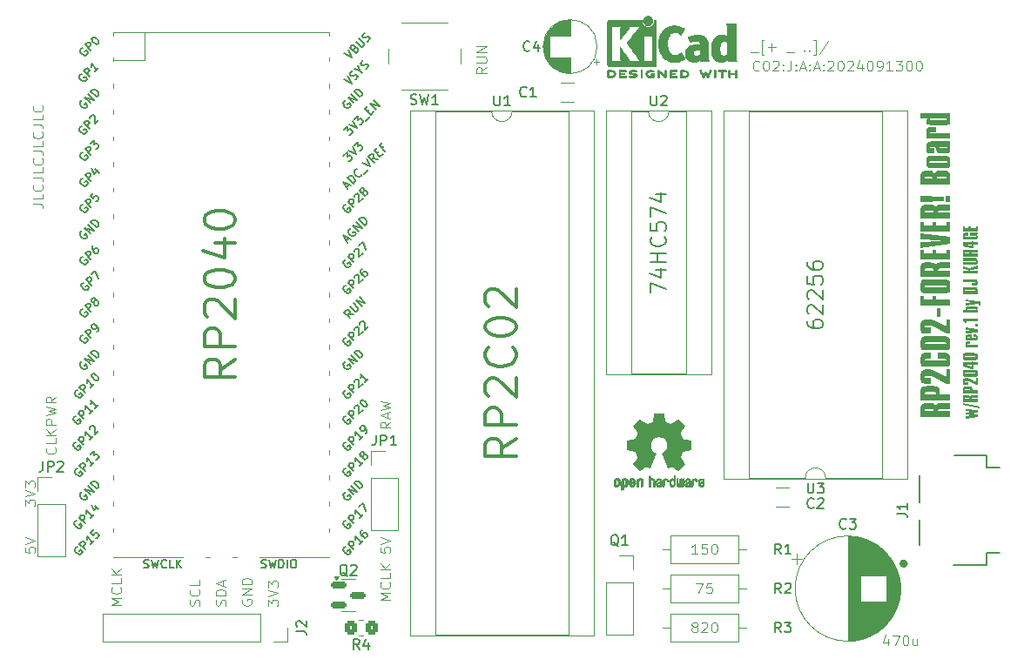
<source format=gto>
G04 #@! TF.GenerationSoftware,KiCad,Pcbnew,8.0.2*
G04 #@! TF.CreationDate,2024-09-13T22:39:51+09:00*
G04 #@! TF.ProjectId,rp2c02-rp2040,72703263-3032-42d7-9270-323034302e6b,rev?*
G04 #@! TF.SameCoordinates,Original*
G04 #@! TF.FileFunction,Legend,Top*
G04 #@! TF.FilePolarity,Positive*
%FSLAX46Y46*%
G04 Gerber Fmt 4.6, Leading zero omitted, Abs format (unit mm)*
G04 Created by KiCad (PCBNEW 8.0.2) date 2024-09-13 22:39:51*
%MOMM*%
%LPD*%
G01*
G04 APERTURE LIST*
G04 Aperture macros list*
%AMRoundRect*
0 Rectangle with rounded corners*
0 $1 Rounding radius*
0 $2 $3 $4 $5 $6 $7 $8 $9 X,Y pos of 4 corners*
0 Add a 4 corners polygon primitive as box body*
4,1,4,$2,$3,$4,$5,$6,$7,$8,$9,$2,$3,0*
0 Add four circle primitives for the rounded corners*
1,1,$1+$1,$2,$3*
1,1,$1+$1,$4,$5*
1,1,$1+$1,$6,$7*
1,1,$1+$1,$8,$9*
0 Add four rect primitives between the rounded corners*
20,1,$1+$1,$2,$3,$4,$5,0*
20,1,$1+$1,$4,$5,$6,$7,0*
20,1,$1+$1,$6,$7,$8,$9,0*
20,1,$1+$1,$8,$9,$2,$3,0*%
G04 Aperture macros list end*
%ADD10C,0.100000*%
%ADD11C,0.375000*%
%ADD12C,0.187500*%
%ADD13C,0.150000*%
%ADD14C,0.010000*%
%ADD15C,0.120000*%
%ADD16C,0.127000*%
%ADD17C,0.400000*%
%ADD18C,3.200000*%
%ADD19RoundRect,0.250000X0.350000X0.450000X-0.350000X0.450000X-0.350000X-0.450000X0.350000X-0.450000X0*%
%ADD20C,2.000000*%
%ADD21C,1.600000*%
%ADD22O,1.600000X1.600000*%
%ADD23C,2.550000*%
%ADD24C,3.616000*%
%ADD25R,1.600000X1.600000*%
%ADD26O,1.800000X1.800000*%
%ADD27O,1.500000X1.500000*%
%ADD28O,1.700000X1.700000*%
%ADD29R,3.500000X1.700000*%
%ADD30R,1.700000X1.700000*%
%ADD31R,1.700000X3.500000*%
%ADD32R,2.000000X2.000000*%
%ADD33RoundRect,0.150000X-0.587500X-0.150000X0.587500X-0.150000X0.587500X0.150000X-0.587500X0.150000X0*%
G04 APERTURE END LIST*
D10*
X66767419Y-72435401D02*
X67481704Y-72435401D01*
X67481704Y-72435401D02*
X67624561Y-72483020D01*
X67624561Y-72483020D02*
X67719800Y-72578258D01*
X67719800Y-72578258D02*
X67767419Y-72721115D01*
X67767419Y-72721115D02*
X67767419Y-72816353D01*
X67767419Y-71483020D02*
X67767419Y-71959210D01*
X67767419Y-71959210D02*
X66767419Y-71959210D01*
X67672180Y-70578258D02*
X67719800Y-70625877D01*
X67719800Y-70625877D02*
X67767419Y-70768734D01*
X67767419Y-70768734D02*
X67767419Y-70863972D01*
X67767419Y-70863972D02*
X67719800Y-71006829D01*
X67719800Y-71006829D02*
X67624561Y-71102067D01*
X67624561Y-71102067D02*
X67529323Y-71149686D01*
X67529323Y-71149686D02*
X67338847Y-71197305D01*
X67338847Y-71197305D02*
X67195990Y-71197305D01*
X67195990Y-71197305D02*
X67005514Y-71149686D01*
X67005514Y-71149686D02*
X66910276Y-71102067D01*
X66910276Y-71102067D02*
X66815038Y-71006829D01*
X66815038Y-71006829D02*
X66767419Y-70863972D01*
X66767419Y-70863972D02*
X66767419Y-70768734D01*
X66767419Y-70768734D02*
X66815038Y-70625877D01*
X66815038Y-70625877D02*
X66862657Y-70578258D01*
X66767419Y-69863972D02*
X67481704Y-69863972D01*
X67481704Y-69863972D02*
X67624561Y-69911591D01*
X67624561Y-69911591D02*
X67719800Y-70006829D01*
X67719800Y-70006829D02*
X67767419Y-70149686D01*
X67767419Y-70149686D02*
X67767419Y-70244924D01*
X67767419Y-68911591D02*
X67767419Y-69387781D01*
X67767419Y-69387781D02*
X66767419Y-69387781D01*
X67672180Y-68006829D02*
X67719800Y-68054448D01*
X67719800Y-68054448D02*
X67767419Y-68197305D01*
X67767419Y-68197305D02*
X67767419Y-68292543D01*
X67767419Y-68292543D02*
X67719800Y-68435400D01*
X67719800Y-68435400D02*
X67624561Y-68530638D01*
X67624561Y-68530638D02*
X67529323Y-68578257D01*
X67529323Y-68578257D02*
X67338847Y-68625876D01*
X67338847Y-68625876D02*
X67195990Y-68625876D01*
X67195990Y-68625876D02*
X67005514Y-68578257D01*
X67005514Y-68578257D02*
X66910276Y-68530638D01*
X66910276Y-68530638D02*
X66815038Y-68435400D01*
X66815038Y-68435400D02*
X66767419Y-68292543D01*
X66767419Y-68292543D02*
X66767419Y-68197305D01*
X66767419Y-68197305D02*
X66815038Y-68054448D01*
X66815038Y-68054448D02*
X66862657Y-68006829D01*
X66767419Y-67292543D02*
X67481704Y-67292543D01*
X67481704Y-67292543D02*
X67624561Y-67340162D01*
X67624561Y-67340162D02*
X67719800Y-67435400D01*
X67719800Y-67435400D02*
X67767419Y-67578257D01*
X67767419Y-67578257D02*
X67767419Y-67673495D01*
X67767419Y-66340162D02*
X67767419Y-66816352D01*
X67767419Y-66816352D02*
X66767419Y-66816352D01*
X67672180Y-65435400D02*
X67719800Y-65483019D01*
X67719800Y-65483019D02*
X67767419Y-65625876D01*
X67767419Y-65625876D02*
X67767419Y-65721114D01*
X67767419Y-65721114D02*
X67719800Y-65863971D01*
X67719800Y-65863971D02*
X67624561Y-65959209D01*
X67624561Y-65959209D02*
X67529323Y-66006828D01*
X67529323Y-66006828D02*
X67338847Y-66054447D01*
X67338847Y-66054447D02*
X67195990Y-66054447D01*
X67195990Y-66054447D02*
X67005514Y-66006828D01*
X67005514Y-66006828D02*
X66910276Y-65959209D01*
X66910276Y-65959209D02*
X66815038Y-65863971D01*
X66815038Y-65863971D02*
X66767419Y-65721114D01*
X66767419Y-65721114D02*
X66767419Y-65625876D01*
X66767419Y-65625876D02*
X66815038Y-65483019D01*
X66815038Y-65483019D02*
X66862657Y-65435400D01*
X66767419Y-64721114D02*
X67481704Y-64721114D01*
X67481704Y-64721114D02*
X67624561Y-64768733D01*
X67624561Y-64768733D02*
X67719800Y-64863971D01*
X67719800Y-64863971D02*
X67767419Y-65006828D01*
X67767419Y-65006828D02*
X67767419Y-65102066D01*
X67767419Y-63768733D02*
X67767419Y-64244923D01*
X67767419Y-64244923D02*
X66767419Y-64244923D01*
X67672180Y-62863971D02*
X67719800Y-62911590D01*
X67719800Y-62911590D02*
X67767419Y-63054447D01*
X67767419Y-63054447D02*
X67767419Y-63149685D01*
X67767419Y-63149685D02*
X67719800Y-63292542D01*
X67719800Y-63292542D02*
X67624561Y-63387780D01*
X67624561Y-63387780D02*
X67529323Y-63435399D01*
X67529323Y-63435399D02*
X67338847Y-63483018D01*
X67338847Y-63483018D02*
X67195990Y-63483018D01*
X67195990Y-63483018D02*
X67005514Y-63435399D01*
X67005514Y-63435399D02*
X66910276Y-63387780D01*
X66910276Y-63387780D02*
X66815038Y-63292542D01*
X66815038Y-63292542D02*
X66767419Y-63149685D01*
X66767419Y-63149685D02*
X66767419Y-63054447D01*
X66767419Y-63054447D02*
X66815038Y-62911590D01*
X66815038Y-62911590D02*
X66862657Y-62863971D01*
X66005419Y-105854476D02*
X66005419Y-106330666D01*
X66005419Y-106330666D02*
X66481609Y-106378285D01*
X66481609Y-106378285D02*
X66433990Y-106330666D01*
X66433990Y-106330666D02*
X66386371Y-106235428D01*
X66386371Y-106235428D02*
X66386371Y-105997333D01*
X66386371Y-105997333D02*
X66433990Y-105902095D01*
X66433990Y-105902095D02*
X66481609Y-105854476D01*
X66481609Y-105854476D02*
X66576847Y-105806857D01*
X66576847Y-105806857D02*
X66814942Y-105806857D01*
X66814942Y-105806857D02*
X66910180Y-105854476D01*
X66910180Y-105854476D02*
X66957800Y-105902095D01*
X66957800Y-105902095D02*
X67005419Y-105997333D01*
X67005419Y-105997333D02*
X67005419Y-106235428D01*
X67005419Y-106235428D02*
X66957800Y-106330666D01*
X66957800Y-106330666D02*
X66910180Y-106378285D01*
X66005419Y-105521142D02*
X67005419Y-105187809D01*
X67005419Y-105187809D02*
X66005419Y-104854476D01*
X66005419Y-101822094D02*
X66005419Y-101203047D01*
X66005419Y-101203047D02*
X66386371Y-101536380D01*
X66386371Y-101536380D02*
X66386371Y-101393523D01*
X66386371Y-101393523D02*
X66433990Y-101298285D01*
X66433990Y-101298285D02*
X66481609Y-101250666D01*
X66481609Y-101250666D02*
X66576847Y-101203047D01*
X66576847Y-101203047D02*
X66814942Y-101203047D01*
X66814942Y-101203047D02*
X66910180Y-101250666D01*
X66910180Y-101250666D02*
X66957800Y-101298285D01*
X66957800Y-101298285D02*
X67005419Y-101393523D01*
X67005419Y-101393523D02*
X67005419Y-101679237D01*
X67005419Y-101679237D02*
X66957800Y-101774475D01*
X66957800Y-101774475D02*
X66910180Y-101822094D01*
X66005419Y-100917332D02*
X67005419Y-100583999D01*
X67005419Y-100583999D02*
X66005419Y-100250666D01*
X66005419Y-100012570D02*
X66005419Y-99393523D01*
X66005419Y-99393523D02*
X66386371Y-99726856D01*
X66386371Y-99726856D02*
X66386371Y-99583999D01*
X66386371Y-99583999D02*
X66433990Y-99488761D01*
X66433990Y-99488761D02*
X66481609Y-99441142D01*
X66481609Y-99441142D02*
X66576847Y-99393523D01*
X66576847Y-99393523D02*
X66814942Y-99393523D01*
X66814942Y-99393523D02*
X66910180Y-99441142D01*
X66910180Y-99441142D02*
X66957800Y-99488761D01*
X66957800Y-99488761D02*
X67005419Y-99583999D01*
X67005419Y-99583999D02*
X67005419Y-99869713D01*
X67005419Y-99869713D02*
X66957800Y-99964951D01*
X66957800Y-99964951D02*
X66910180Y-100012570D01*
X131413333Y-106502419D02*
X130841905Y-106502419D01*
X131127619Y-106502419D02*
X131127619Y-105502419D01*
X131127619Y-105502419D02*
X131032381Y-105645276D01*
X131032381Y-105645276D02*
X130937143Y-105740514D01*
X130937143Y-105740514D02*
X130841905Y-105788133D01*
X132318095Y-105502419D02*
X131841905Y-105502419D01*
X131841905Y-105502419D02*
X131794286Y-105978609D01*
X131794286Y-105978609D02*
X131841905Y-105930990D01*
X131841905Y-105930990D02*
X131937143Y-105883371D01*
X131937143Y-105883371D02*
X132175238Y-105883371D01*
X132175238Y-105883371D02*
X132270476Y-105930990D01*
X132270476Y-105930990D02*
X132318095Y-105978609D01*
X132318095Y-105978609D02*
X132365714Y-106073847D01*
X132365714Y-106073847D02*
X132365714Y-106311942D01*
X132365714Y-106311942D02*
X132318095Y-106407180D01*
X132318095Y-106407180D02*
X132270476Y-106454800D01*
X132270476Y-106454800D02*
X132175238Y-106502419D01*
X132175238Y-106502419D02*
X131937143Y-106502419D01*
X131937143Y-106502419D02*
X131841905Y-106454800D01*
X131841905Y-106454800D02*
X131794286Y-106407180D01*
X132984762Y-105502419D02*
X133080000Y-105502419D01*
X133080000Y-105502419D02*
X133175238Y-105550038D01*
X133175238Y-105550038D02*
X133222857Y-105597657D01*
X133222857Y-105597657D02*
X133270476Y-105692895D01*
X133270476Y-105692895D02*
X133318095Y-105883371D01*
X133318095Y-105883371D02*
X133318095Y-106121466D01*
X133318095Y-106121466D02*
X133270476Y-106311942D01*
X133270476Y-106311942D02*
X133222857Y-106407180D01*
X133222857Y-106407180D02*
X133175238Y-106454800D01*
X133175238Y-106454800D02*
X133080000Y-106502419D01*
X133080000Y-106502419D02*
X132984762Y-106502419D01*
X132984762Y-106502419D02*
X132889524Y-106454800D01*
X132889524Y-106454800D02*
X132841905Y-106407180D01*
X132841905Y-106407180D02*
X132794286Y-106311942D01*
X132794286Y-106311942D02*
X132746667Y-106121466D01*
X132746667Y-106121466D02*
X132746667Y-105883371D01*
X132746667Y-105883371D02*
X132794286Y-105692895D01*
X132794286Y-105692895D02*
X132841905Y-105597657D01*
X132841905Y-105597657D02*
X132889524Y-105550038D01*
X132889524Y-105550038D02*
X132984762Y-105502419D01*
G36*
X157470778Y-93325147D02*
G01*
X157470778Y-93074205D01*
X158160327Y-93028297D01*
X158160327Y-93014339D01*
X157470778Y-92958815D01*
X157470778Y-92736410D01*
X158160327Y-92683678D01*
X158160327Y-92665377D01*
X157470778Y-92619469D01*
X157470778Y-92371938D01*
X158642050Y-92525482D01*
X158642050Y-92775494D01*
X157945056Y-92841564D01*
X157945056Y-92856453D01*
X158642050Y-92919731D01*
X158642050Y-93170674D01*
X157470778Y-93325147D01*
G37*
G36*
X157192849Y-91958457D02*
G01*
X157192849Y-91793437D01*
X158808000Y-92193580D01*
X158808000Y-92362943D01*
X157192849Y-91958457D01*
G37*
G36*
X157739614Y-91026885D02*
G01*
X157805459Y-91037571D01*
X157847347Y-91054878D01*
X157896343Y-91099175D01*
X157926445Y-91157241D01*
X157954598Y-91098853D01*
X157999029Y-91056740D01*
X158061067Y-91032545D01*
X158125101Y-91024984D01*
X158149780Y-91024480D01*
X158642050Y-91024480D01*
X158642050Y-91317918D01*
X158106354Y-91317918D01*
X158056724Y-91334358D01*
X158041215Y-91388951D01*
X158043076Y-91401359D01*
X158043076Y-91412526D01*
X158642050Y-91412526D01*
X158642050Y-91709376D01*
X157192849Y-91709376D01*
X157192849Y-91392674D01*
X157386717Y-91392674D01*
X157386717Y-91412526D01*
X157827495Y-91412526D01*
X157827495Y-91399498D01*
X157829356Y-91387400D01*
X157814467Y-91334358D01*
X157754600Y-91317918D01*
X157476982Y-91317918D01*
X157414768Y-91324330D01*
X157398814Y-91332807D01*
X157386717Y-91392674D01*
X157192849Y-91392674D01*
X157192849Y-91346456D01*
X157194714Y-91277881D01*
X157201603Y-91209482D01*
X157215693Y-91146616D01*
X157245891Y-91086828D01*
X157299635Y-91051331D01*
X157366453Y-91033248D01*
X157432638Y-91026002D01*
X157487528Y-91024480D01*
X157676433Y-91024480D01*
X157739614Y-91026885D01*
G37*
G36*
X157901156Y-90196466D02*
G01*
X157967455Y-90204040D01*
X158032501Y-90221979D01*
X158078127Y-90252731D01*
X158107443Y-90310883D01*
X158121120Y-90373987D01*
X158127808Y-90443579D01*
X158129618Y-90513910D01*
X158129618Y-90582461D01*
X158642050Y-90582461D01*
X158642050Y-90879312D01*
X157192849Y-90879312D01*
X157192849Y-90560748D01*
X157386717Y-90560748D01*
X157386717Y-90582461D01*
X157941334Y-90582461D01*
X157941334Y-90557336D01*
X157929547Y-90504914D01*
X157868784Y-90489274D01*
X157853551Y-90487854D01*
X157476982Y-90487854D01*
X157414768Y-90494934D01*
X157398814Y-90504294D01*
X157386717Y-90560748D01*
X157192849Y-90560748D01*
X157192849Y-90516391D01*
X157194594Y-90445239D01*
X157201040Y-90374964D01*
X157214223Y-90311443D01*
X157242479Y-90253352D01*
X157295786Y-90219797D01*
X157363501Y-90202704D01*
X157431164Y-90195855D01*
X157487528Y-90194416D01*
X157833388Y-90194416D01*
X157901156Y-90196466D01*
G37*
G36*
X157483806Y-89386995D02*
G01*
X157671160Y-89386995D01*
X157733779Y-89392448D01*
X157770420Y-89400954D01*
X157831876Y-89420001D01*
X157871541Y-89438176D01*
X158463381Y-89746504D01*
X158463381Y-89386995D01*
X158642050Y-89386995D01*
X158642050Y-90070030D01*
X158463381Y-90070030D01*
X157809504Y-89732545D01*
X157751677Y-89703959D01*
X157730096Y-89696874D01*
X157654099Y-89690049D01*
X157445963Y-89690049D01*
X157397574Y-89698735D01*
X157383305Y-89735957D01*
X157397263Y-89769768D01*
X157445032Y-89780935D01*
X157695665Y-89780935D01*
X157695665Y-90075303D01*
X157479153Y-90075303D01*
X157412483Y-90073111D01*
X157347299Y-90065014D01*
X157283425Y-90045834D01*
X157238757Y-90012956D01*
X157212620Y-89952155D01*
X157200426Y-89884868D01*
X157195046Y-89821655D01*
X157192894Y-89747515D01*
X157192849Y-89734096D01*
X157194159Y-89668055D01*
X157199190Y-89599223D01*
X157209828Y-89533279D01*
X157231052Y-89471221D01*
X157246512Y-89447792D01*
X157299882Y-89413178D01*
X157365522Y-89395545D01*
X157430248Y-89388480D01*
X157483806Y-89386995D01*
G37*
G36*
X158421967Y-88578610D02*
G01*
X158486935Y-88586507D01*
X158550443Y-88605209D01*
X158594591Y-88637270D01*
X158621611Y-88698204D01*
X158634217Y-88765219D01*
X158639779Y-88828025D01*
X158642003Y-88901583D01*
X158642050Y-88914889D01*
X158640845Y-88980876D01*
X158636222Y-89049505D01*
X158626444Y-89115018D01*
X158606938Y-89176217D01*
X158592730Y-89199021D01*
X158536823Y-89237014D01*
X158468843Y-89254002D01*
X158400534Y-89260395D01*
X158355435Y-89261369D01*
X157478533Y-89261369D01*
X157411496Y-89259177D01*
X157346131Y-89251079D01*
X157282419Y-89231900D01*
X157238447Y-89199021D01*
X157212487Y-89138220D01*
X157200375Y-89070934D01*
X157195031Y-89007721D01*
X157192894Y-88933581D01*
X157192855Y-88922023D01*
X157383305Y-88922023D01*
X157397263Y-88955833D01*
X157445032Y-88967000D01*
X158394519Y-88967000D01*
X158442909Y-88953972D01*
X158455316Y-88918611D01*
X158442288Y-88882939D01*
X158419644Y-88875184D01*
X158394519Y-88871772D01*
X157445032Y-88871772D01*
X157417736Y-88875805D01*
X157397263Y-88882939D01*
X157383305Y-88922023D01*
X157192855Y-88922023D01*
X157192849Y-88920162D01*
X157194053Y-88854695D01*
X157198677Y-88786531D01*
X157208454Y-88721341D01*
X157227961Y-88660207D01*
X157242169Y-88637270D01*
X157299254Y-88600222D01*
X157366914Y-88583657D01*
X157434263Y-88577423D01*
X157478533Y-88576473D01*
X158355435Y-88576473D01*
X158421967Y-88578610D01*
G37*
G36*
X158225156Y-87826748D02*
G01*
X158642050Y-87826748D01*
X158642050Y-88116774D01*
X158225156Y-88116774D01*
X158225156Y-88488379D01*
X158046488Y-88488379D01*
X157192849Y-88264423D01*
X157192849Y-88108088D01*
X157454338Y-88108088D01*
X157454338Y-88128871D01*
X158046488Y-88221928D01*
X158046488Y-88107158D01*
X157454338Y-88108088D01*
X157192849Y-88108088D01*
X157192849Y-87826748D01*
X158046488Y-87826748D01*
X158046488Y-87745168D01*
X158225156Y-87745168D01*
X158225156Y-87826748D01*
G37*
G36*
X158421967Y-86950742D02*
G01*
X158486935Y-86958638D01*
X158550443Y-86977340D01*
X158594591Y-87009401D01*
X158621611Y-87070335D01*
X158634217Y-87137350D01*
X158639779Y-87200156D01*
X158642003Y-87273715D01*
X158642050Y-87287020D01*
X158640845Y-87353007D01*
X158636222Y-87421637D01*
X158626444Y-87487149D01*
X158606938Y-87548349D01*
X158592730Y-87571152D01*
X158536823Y-87609146D01*
X158468843Y-87626133D01*
X158400534Y-87632526D01*
X158355435Y-87633500D01*
X157478533Y-87633500D01*
X157411496Y-87631308D01*
X157346131Y-87623210D01*
X157282419Y-87604031D01*
X157238447Y-87571152D01*
X157212487Y-87510351D01*
X157200375Y-87443065D01*
X157195031Y-87379852D01*
X157192894Y-87305712D01*
X157192855Y-87294154D01*
X157383305Y-87294154D01*
X157397263Y-87327965D01*
X157445032Y-87339131D01*
X158394519Y-87339131D01*
X158442909Y-87326103D01*
X158455316Y-87290742D01*
X158442288Y-87255070D01*
X158419644Y-87247316D01*
X158394519Y-87243904D01*
X157445032Y-87243904D01*
X157417736Y-87247936D01*
X157397263Y-87255070D01*
X157383305Y-87294154D01*
X157192855Y-87294154D01*
X157192849Y-87292293D01*
X157194053Y-87226826D01*
X157198677Y-87158662D01*
X157208454Y-87093472D01*
X157227961Y-87032338D01*
X157242169Y-87009401D01*
X157299254Y-86972353D01*
X157366914Y-86955788D01*
X157434263Y-86949554D01*
X157478533Y-86948604D01*
X158355435Y-86948604D01*
X158421967Y-86950742D01*
G37*
G36*
X157738781Y-85831926D02*
G01*
X157943195Y-85831926D01*
X157943195Y-86073252D01*
X157690702Y-86073252D01*
X157646345Y-86081938D01*
X157634247Y-86114197D01*
X157646345Y-86144596D01*
X157690702Y-86155763D01*
X158642050Y-86155763D01*
X158642050Y-86407325D01*
X157470778Y-86407325D01*
X157470778Y-86155763D01*
X157514204Y-86155763D01*
X157486994Y-86099435D01*
X157482875Y-86087211D01*
X157471073Y-86024177D01*
X157470778Y-86012456D01*
X157478499Y-85947185D01*
X157507023Y-85890112D01*
X157525681Y-85871940D01*
X157583493Y-85846524D01*
X157607571Y-85840611D01*
X157670402Y-85833834D01*
X157733845Y-85831934D01*
X157738781Y-85831926D01*
G37*
G36*
X158086192Y-85495061D02*
G01*
X158420575Y-85495061D01*
X158466483Y-85486376D01*
X158481062Y-85454427D01*
X158468344Y-85422167D01*
X158421195Y-85413482D01*
X158205304Y-85413482D01*
X158205304Y-85157266D01*
X158419334Y-85157266D01*
X158487044Y-85161805D01*
X158550873Y-85179682D01*
X158596762Y-85214651D01*
X158624359Y-85275530D01*
X158635681Y-85336715D01*
X158640944Y-85403769D01*
X158642050Y-85459390D01*
X158640479Y-85521872D01*
X158634678Y-85583935D01*
X158620937Y-85646587D01*
X158597382Y-85693582D01*
X158546402Y-85729732D01*
X158480713Y-85745926D01*
X158419955Y-85749416D01*
X157694424Y-85749416D01*
X157625616Y-85744803D01*
X157560776Y-85726636D01*
X157514204Y-85691100D01*
X157487741Y-85633347D01*
X157475909Y-85565529D01*
X157471457Y-85498260D01*
X157470778Y-85454116D01*
X157470816Y-85452565D01*
X157622770Y-85452565D01*
X157634247Y-85484515D01*
X157682016Y-85495061D01*
X157927375Y-85495061D01*
X157927375Y-85413482D01*
X157682016Y-85413482D01*
X157637659Y-85422167D01*
X157622770Y-85452565D01*
X157470816Y-85452565D01*
X157472359Y-85389424D01*
X157478201Y-85325665D01*
X157492037Y-85262227D01*
X157515755Y-85216202D01*
X157564838Y-85178043D01*
X157630680Y-85160950D01*
X157692563Y-85157266D01*
X158086192Y-85157266D01*
X158086192Y-85495061D01*
G37*
G36*
X157470778Y-85080960D02*
G01*
X157470778Y-84830948D01*
X158252143Y-84783179D01*
X158252143Y-84772632D01*
X157470778Y-84722382D01*
X157470778Y-84475782D01*
X158642050Y-84632117D01*
X158642050Y-84925555D01*
X157470778Y-85080960D01*
G37*
G36*
X158403825Y-84370938D02*
G01*
X158403825Y-84125269D01*
X158642050Y-84125269D01*
X158642050Y-84370938D01*
X158403825Y-84370938D01*
G37*
G36*
X157192849Y-83823146D02*
G01*
X157192849Y-83584611D01*
X158642050Y-83584611D01*
X158642050Y-83881461D01*
X157572830Y-83881461D01*
X157572830Y-84030662D01*
X157380203Y-84030662D01*
X157367440Y-83964957D01*
X157340241Y-83908979D01*
X157322818Y-83886424D01*
X157272598Y-83848358D01*
X157212047Y-83826441D01*
X157192849Y-83823146D01*
G37*
G36*
X158433676Y-82401414D02*
G01*
X158495636Y-82408718D01*
X158559559Y-82427435D01*
X158584044Y-82441877D01*
X158623696Y-82489747D01*
X158640633Y-82553337D01*
X158642050Y-82582702D01*
X158634541Y-82645802D01*
X158631503Y-82655596D01*
X158615373Y-82696231D01*
X158591799Y-82736245D01*
X158642050Y-82736245D01*
X158642050Y-82987808D01*
X157192849Y-82987808D01*
X157192849Y-82736245D01*
X157514204Y-82736245D01*
X157493262Y-82692819D01*
X157635798Y-82692819D01*
X157647896Y-82726630D01*
X157692253Y-82736245D01*
X158414681Y-82736245D01*
X158459038Y-82726630D01*
X158471136Y-82694680D01*
X158459038Y-82660560D01*
X158414681Y-82653735D01*
X157692253Y-82653735D01*
X157647896Y-82662421D01*
X157635798Y-82692819D01*
X157493262Y-82692819D01*
X157486828Y-82679476D01*
X157481324Y-82664282D01*
X157471149Y-82603023D01*
X157470778Y-82589526D01*
X157477339Y-82525477D01*
X157502010Y-82467739D01*
X157526302Y-82441877D01*
X157584593Y-82415981D01*
X157645888Y-82404402D01*
X157713019Y-82399754D01*
X157741262Y-82399381D01*
X158368774Y-82399381D01*
X158433676Y-82401414D01*
G37*
G36*
X158687027Y-81872991D02*
G01*
X158749317Y-81883354D01*
X158812653Y-81901606D01*
X158867789Y-81934568D01*
X158878723Y-81947747D01*
X158906925Y-82009137D01*
X158917400Y-82072326D01*
X158919978Y-82134480D01*
X158919978Y-82366191D01*
X158761162Y-82366191D01*
X158761162Y-82221953D01*
X158750615Y-82161156D01*
X158713393Y-82143786D01*
X158701295Y-82145647D01*
X158689819Y-82145647D01*
X157470778Y-82314079D01*
X157470778Y-82070891D01*
X158234772Y-82017229D01*
X158234772Y-82003270D01*
X157470778Y-81951159D01*
X157470778Y-81707971D01*
X158687027Y-81872991D01*
G37*
G36*
X158413555Y-80523518D02*
G01*
X158479733Y-80530971D01*
X158544493Y-80548624D01*
X158589628Y-80578885D01*
X158619473Y-80636137D01*
X158633398Y-80699600D01*
X158640207Y-80770206D01*
X158642050Y-80841925D01*
X158642050Y-81206396D01*
X157192849Y-81206396D01*
X157192849Y-80887833D01*
X157386717Y-80887833D01*
X157386717Y-80909546D01*
X158453765Y-80909546D01*
X158453765Y-80884421D01*
X158440737Y-80831378D01*
X158377459Y-80818351D01*
X158367843Y-80818351D01*
X157464884Y-80818351D01*
X157402697Y-80829750D01*
X157398814Y-80833240D01*
X157386717Y-80887833D01*
X157192849Y-80887833D01*
X157192849Y-80843476D01*
X157194594Y-80771230D01*
X157201040Y-80700147D01*
X157214223Y-80636320D01*
X157242479Y-80578885D01*
X157301512Y-80543916D01*
X157362774Y-80529570D01*
X157430755Y-80522901D01*
X157487528Y-80521500D01*
X158345820Y-80521500D01*
X158413555Y-80523518D01*
G37*
G36*
X157192849Y-80054046D02*
G01*
X157192849Y-79759057D01*
X158354195Y-79759057D01*
X158420199Y-79761184D01*
X158484690Y-79769040D01*
X158547803Y-79787647D01*
X158591799Y-79819544D01*
X158620408Y-79877342D01*
X158633756Y-79943228D01*
X158639645Y-80005823D01*
X158642000Y-80079716D01*
X158642050Y-80093130D01*
X158640316Y-80164064D01*
X158633910Y-80234415D01*
X158620809Y-80298460D01*
X158592730Y-80358031D01*
X158534889Y-80393945D01*
X158467807Y-80410003D01*
X158401586Y-80416046D01*
X158358227Y-80416967D01*
X158043076Y-80416967D01*
X158043076Y-80148654D01*
X158398241Y-80148654D01*
X158445700Y-80137487D01*
X158460589Y-80099954D01*
X158448492Y-80064593D01*
X158397931Y-80054046D01*
X157192849Y-80054046D01*
G37*
G36*
X157192849Y-79200098D02*
G01*
X157192849Y-78911933D01*
X157773832Y-78911933D01*
X157771971Y-78901386D01*
X157192849Y-78794681D01*
X157192849Y-78503104D01*
X157833388Y-78669675D01*
X158642050Y-78481391D01*
X158642050Y-78776380D01*
X157941334Y-78901386D01*
X157941334Y-78911933D01*
X158642050Y-78911933D01*
X158642050Y-79200098D01*
X157192849Y-79200098D01*
G37*
G36*
X157192849Y-78393297D02*
G01*
X157192849Y-78096137D01*
X158397931Y-78096137D01*
X158444149Y-78085591D01*
X158460589Y-78048368D01*
X158448492Y-78014557D01*
X158397931Y-78003391D01*
X157192849Y-78003391D01*
X157192849Y-77706540D01*
X158354195Y-77706540D01*
X158419727Y-77708732D01*
X158483942Y-77716830D01*
X158547137Y-77736009D01*
X158591799Y-77768888D01*
X158620408Y-77827620D01*
X158633756Y-77894553D01*
X158639645Y-77958136D01*
X158642000Y-78033192D01*
X158642050Y-78046817D01*
X158640785Y-78112797D01*
X158635928Y-78181397D01*
X158625659Y-78246849D01*
X158605171Y-78307925D01*
X158590248Y-78330639D01*
X158533498Y-78368822D01*
X158465917Y-78385894D01*
X158398527Y-78392318D01*
X158354195Y-78393297D01*
X157192849Y-78393297D01*
G37*
G36*
X157739614Y-76882293D02*
G01*
X157805459Y-76892980D01*
X157847347Y-76910287D01*
X157896343Y-76954583D01*
X157926445Y-77012649D01*
X157954598Y-76954261D01*
X157999029Y-76912148D01*
X158061067Y-76887953D01*
X158125101Y-76880392D01*
X158149780Y-76879888D01*
X158642050Y-76879888D01*
X158642050Y-77173326D01*
X158106354Y-77173326D01*
X158056724Y-77189766D01*
X158041215Y-77244360D01*
X158043076Y-77256767D01*
X158043076Y-77267934D01*
X158642050Y-77267934D01*
X158642050Y-77564784D01*
X157192849Y-77564784D01*
X157192849Y-77248082D01*
X157386717Y-77248082D01*
X157386717Y-77267934D01*
X157827495Y-77267934D01*
X157827495Y-77254906D01*
X157829356Y-77242809D01*
X157814467Y-77189766D01*
X157754600Y-77173326D01*
X157476982Y-77173326D01*
X157414768Y-77179739D01*
X157398814Y-77188215D01*
X157386717Y-77248082D01*
X157192849Y-77248082D01*
X157192849Y-77201864D01*
X157194714Y-77133289D01*
X157201603Y-77064890D01*
X157215693Y-77002024D01*
X157245891Y-76942236D01*
X157299635Y-76906739D01*
X157366453Y-76888656D01*
X157432638Y-76881410D01*
X157487528Y-76879888D01*
X157676433Y-76879888D01*
X157739614Y-76882293D01*
G37*
G36*
X158225156Y-76122718D02*
G01*
X158642050Y-76122718D01*
X158642050Y-76412744D01*
X158225156Y-76412744D01*
X158225156Y-76784350D01*
X158046488Y-76784350D01*
X157192849Y-76560394D01*
X157192849Y-76404059D01*
X157454338Y-76404059D01*
X157454338Y-76424842D01*
X158046488Y-76517898D01*
X158046488Y-76403129D01*
X157454338Y-76404059D01*
X157192849Y-76404059D01*
X157192849Y-76122718D01*
X158046488Y-76122718D01*
X158046488Y-76041139D01*
X158225156Y-76041139D01*
X158225156Y-76122718D01*
G37*
G36*
X157479153Y-75929471D02*
G01*
X157412876Y-75927214D01*
X157348260Y-75918874D01*
X157285291Y-75899122D01*
X157241859Y-75865262D01*
X157213956Y-75804714D01*
X157200938Y-75736323D01*
X157195194Y-75671568D01*
X157193041Y-75608793D01*
X157192849Y-75581439D01*
X157194046Y-75517365D01*
X157198640Y-75450451D01*
X157208356Y-75386141D01*
X157227740Y-75325222D01*
X157241859Y-75301960D01*
X157293100Y-75266286D01*
X157358907Y-75248113D01*
X157424950Y-75240831D01*
X157480084Y-75239302D01*
X157692253Y-75239302D01*
X157692253Y-75536152D01*
X157443171Y-75536152D01*
X157393541Y-75549180D01*
X157381444Y-75586403D01*
X157393541Y-75622074D01*
X157443171Y-75635102D01*
X158397931Y-75635102D01*
X158445700Y-75622384D01*
X158458728Y-75583301D01*
X158443839Y-75547629D01*
X158397931Y-75536152D01*
X158083710Y-75536152D01*
X158083710Y-75581439D01*
X157893565Y-75581439D01*
X157893565Y-75239302D01*
X158642050Y-75239302D01*
X158642050Y-75363377D01*
X158557988Y-75412077D01*
X158597764Y-75463320D01*
X158620646Y-75515369D01*
X158636009Y-75577605D01*
X158641715Y-75643783D01*
X158642050Y-75666431D01*
X158638502Y-75731648D01*
X158626029Y-75792967D01*
X158598589Y-75850586D01*
X158585285Y-75866813D01*
X158531850Y-75904995D01*
X158470727Y-75923352D01*
X158402819Y-75929410D01*
X158394519Y-75929471D01*
X157479153Y-75929471D01*
G37*
G36*
X157192849Y-75099407D02*
G01*
X157192849Y-74626369D01*
X157371518Y-74626369D01*
X157371518Y-74802556D01*
X157768559Y-74802556D01*
X157768559Y-74626369D01*
X157947227Y-74626369D01*
X157947227Y-74802556D01*
X158463381Y-74802556D01*
X158463381Y-74626369D01*
X158642050Y-74626369D01*
X158642050Y-75099407D01*
X157192849Y-75099407D01*
G37*
X101549419Y-110958094D02*
X100549419Y-110958094D01*
X100549419Y-110958094D02*
X101263704Y-110624761D01*
X101263704Y-110624761D02*
X100549419Y-110291428D01*
X100549419Y-110291428D02*
X101549419Y-110291428D01*
X101454180Y-109243809D02*
X101501800Y-109291428D01*
X101501800Y-109291428D02*
X101549419Y-109434285D01*
X101549419Y-109434285D02*
X101549419Y-109529523D01*
X101549419Y-109529523D02*
X101501800Y-109672380D01*
X101501800Y-109672380D02*
X101406561Y-109767618D01*
X101406561Y-109767618D02*
X101311323Y-109815237D01*
X101311323Y-109815237D02*
X101120847Y-109862856D01*
X101120847Y-109862856D02*
X100977990Y-109862856D01*
X100977990Y-109862856D02*
X100787514Y-109815237D01*
X100787514Y-109815237D02*
X100692276Y-109767618D01*
X100692276Y-109767618D02*
X100597038Y-109672380D01*
X100597038Y-109672380D02*
X100549419Y-109529523D01*
X100549419Y-109529523D02*
X100549419Y-109434285D01*
X100549419Y-109434285D02*
X100597038Y-109291428D01*
X100597038Y-109291428D02*
X100644657Y-109243809D01*
X101549419Y-108339047D02*
X101549419Y-108815237D01*
X101549419Y-108815237D02*
X100549419Y-108815237D01*
X101549419Y-108005713D02*
X100549419Y-108005713D01*
X101549419Y-107434285D02*
X100977990Y-107862856D01*
X100549419Y-107434285D02*
X101120847Y-108005713D01*
X100549419Y-105854476D02*
X100549419Y-106330666D01*
X100549419Y-106330666D02*
X101025609Y-106378285D01*
X101025609Y-106378285D02*
X100977990Y-106330666D01*
X100977990Y-106330666D02*
X100930371Y-106235428D01*
X100930371Y-106235428D02*
X100930371Y-105997333D01*
X100930371Y-105997333D02*
X100977990Y-105902095D01*
X100977990Y-105902095D02*
X101025609Y-105854476D01*
X101025609Y-105854476D02*
X101120847Y-105806857D01*
X101120847Y-105806857D02*
X101358942Y-105806857D01*
X101358942Y-105806857D02*
X101454180Y-105854476D01*
X101454180Y-105854476D02*
X101501800Y-105902095D01*
X101501800Y-105902095D02*
X101549419Y-105997333D01*
X101549419Y-105997333D02*
X101549419Y-106235428D01*
X101549419Y-106235428D02*
X101501800Y-106330666D01*
X101501800Y-106330666D02*
X101454180Y-106378285D01*
X100549419Y-105521142D02*
X101549419Y-105187809D01*
X101549419Y-105187809D02*
X100549419Y-104854476D01*
X75387419Y-111456115D02*
X74387419Y-111456115D01*
X74387419Y-111456115D02*
X75101704Y-111122782D01*
X75101704Y-111122782D02*
X74387419Y-110789449D01*
X74387419Y-110789449D02*
X75387419Y-110789449D01*
X75292180Y-109741830D02*
X75339800Y-109789449D01*
X75339800Y-109789449D02*
X75387419Y-109932306D01*
X75387419Y-109932306D02*
X75387419Y-110027544D01*
X75387419Y-110027544D02*
X75339800Y-110170401D01*
X75339800Y-110170401D02*
X75244561Y-110265639D01*
X75244561Y-110265639D02*
X75149323Y-110313258D01*
X75149323Y-110313258D02*
X74958847Y-110360877D01*
X74958847Y-110360877D02*
X74815990Y-110360877D01*
X74815990Y-110360877D02*
X74625514Y-110313258D01*
X74625514Y-110313258D02*
X74530276Y-110265639D01*
X74530276Y-110265639D02*
X74435038Y-110170401D01*
X74435038Y-110170401D02*
X74387419Y-110027544D01*
X74387419Y-110027544D02*
X74387419Y-109932306D01*
X74387419Y-109932306D02*
X74435038Y-109789449D01*
X74435038Y-109789449D02*
X74482657Y-109741830D01*
X75387419Y-108837068D02*
X75387419Y-109313258D01*
X75387419Y-109313258D02*
X74387419Y-109313258D01*
X75387419Y-108503734D02*
X74387419Y-108503734D01*
X75387419Y-107932306D02*
X74815990Y-108360877D01*
X74387419Y-107932306D02*
X74958847Y-108503734D01*
X110897419Y-59158095D02*
X110421228Y-59491428D01*
X110897419Y-59729523D02*
X109897419Y-59729523D01*
X109897419Y-59729523D02*
X109897419Y-59348571D01*
X109897419Y-59348571D02*
X109945038Y-59253333D01*
X109945038Y-59253333D02*
X109992657Y-59205714D01*
X109992657Y-59205714D02*
X110087895Y-59158095D01*
X110087895Y-59158095D02*
X110230752Y-59158095D01*
X110230752Y-59158095D02*
X110325990Y-59205714D01*
X110325990Y-59205714D02*
X110373609Y-59253333D01*
X110373609Y-59253333D02*
X110421228Y-59348571D01*
X110421228Y-59348571D02*
X110421228Y-59729523D01*
X109897419Y-58729523D02*
X110706942Y-58729523D01*
X110706942Y-58729523D02*
X110802180Y-58681904D01*
X110802180Y-58681904D02*
X110849800Y-58634285D01*
X110849800Y-58634285D02*
X110897419Y-58539047D01*
X110897419Y-58539047D02*
X110897419Y-58348571D01*
X110897419Y-58348571D02*
X110849800Y-58253333D01*
X110849800Y-58253333D02*
X110802180Y-58205714D01*
X110802180Y-58205714D02*
X110706942Y-58158095D01*
X110706942Y-58158095D02*
X109897419Y-58158095D01*
X110897419Y-57681904D02*
X109897419Y-57681904D01*
X109897419Y-57681904D02*
X110897419Y-57110476D01*
X110897419Y-57110476D02*
X109897419Y-57110476D01*
G36*
X154189229Y-91830506D02*
G01*
X154320918Y-91851880D01*
X154404694Y-91886494D01*
X154502687Y-91975086D01*
X154562890Y-92091218D01*
X154619197Y-91974443D01*
X154708058Y-91890216D01*
X154832134Y-91841826D01*
X154960203Y-91826705D01*
X155009561Y-91825697D01*
X155994100Y-91825697D01*
X155994100Y-92412573D01*
X154922709Y-92412573D01*
X154823448Y-92445453D01*
X154792430Y-92554639D01*
X154796152Y-92579454D01*
X154796152Y-92601788D01*
X155994100Y-92601788D01*
X155994100Y-93195489D01*
X153095699Y-93195489D01*
X153095699Y-92562084D01*
X153483434Y-92562084D01*
X153483434Y-92601788D01*
X154364990Y-92601788D01*
X154364990Y-92575732D01*
X154368712Y-92551538D01*
X154338934Y-92445453D01*
X154219201Y-92412573D01*
X153663964Y-92412573D01*
X153539537Y-92425397D01*
X153507629Y-92442351D01*
X153483434Y-92562084D01*
X153095699Y-92562084D01*
X153095699Y-92469648D01*
X153099428Y-92332498D01*
X153113207Y-92195701D01*
X153141386Y-92069968D01*
X153201783Y-91950392D01*
X153309270Y-91879399D01*
X153442906Y-91843232D01*
X153575276Y-91828741D01*
X153685057Y-91825697D01*
X154062866Y-91825697D01*
X154189229Y-91830506D01*
G37*
G36*
X154512312Y-90169669D02*
G01*
X154644911Y-90184817D01*
X154775003Y-90220695D01*
X154866254Y-90282199D01*
X154924886Y-90398503D01*
X154952241Y-90524711D01*
X154965616Y-90663896D01*
X154969237Y-90804556D01*
X154969237Y-90941660D01*
X155994100Y-90941660D01*
X155994100Y-91535360D01*
X153095699Y-91535360D01*
X153095699Y-90898233D01*
X153483434Y-90898233D01*
X153483434Y-90941660D01*
X154592668Y-90941660D01*
X154592668Y-90891409D01*
X154569094Y-90786565D01*
X154447568Y-90755285D01*
X154417102Y-90752445D01*
X153663964Y-90752445D01*
X153539537Y-90766605D01*
X153507629Y-90785325D01*
X153483434Y-90898233D01*
X153095699Y-90898233D01*
X153095699Y-90809519D01*
X153099189Y-90667216D01*
X153112081Y-90526665D01*
X153138447Y-90399624D01*
X153194959Y-90283440D01*
X153301573Y-90216331D01*
X153437003Y-90182144D01*
X153572329Y-90168446D01*
X153685057Y-90165568D01*
X154376777Y-90165568D01*
X154512312Y-90169669D01*
G37*
G36*
X153677612Y-88550727D02*
G01*
X154052320Y-88550727D01*
X154177559Y-88561632D01*
X154250841Y-88578644D01*
X154373753Y-88616739D01*
X154453083Y-88653090D01*
X155636762Y-89269744D01*
X155636762Y-88550727D01*
X155994100Y-88550727D01*
X155994100Y-89916797D01*
X155636762Y-89916797D01*
X154329008Y-89241827D01*
X154213354Y-89184655D01*
X154170192Y-89170484D01*
X154018199Y-89156836D01*
X153601926Y-89156836D01*
X153505148Y-89174206D01*
X153476610Y-89248651D01*
X153504527Y-89316272D01*
X153600065Y-89338606D01*
X154101330Y-89338606D01*
X154101330Y-89927344D01*
X153668307Y-89927344D01*
X153534967Y-89922960D01*
X153404599Y-89906764D01*
X153276851Y-89868405D01*
X153187515Y-89802648D01*
X153135241Y-89681046D01*
X153110852Y-89546473D01*
X153100092Y-89420047D01*
X153095789Y-89271767D01*
X153095699Y-89244929D01*
X153098319Y-89112848D01*
X153108381Y-88975182D01*
X153129657Y-88843296D01*
X153172105Y-88719180D01*
X153203024Y-88672321D01*
X153309765Y-88603093D01*
X153441045Y-88567826D01*
X153570497Y-88553696D01*
X153677612Y-88550727D01*
G37*
G36*
X153666446Y-86929683D02*
G01*
X154090783Y-86929683D01*
X154090783Y-87520281D01*
X153596343Y-87520281D01*
X153541750Y-87528346D01*
X153500805Y-87542615D01*
X153472888Y-87620782D01*
X153500805Y-87688404D01*
X153596343Y-87710737D01*
X155505863Y-87710737D01*
X155598919Y-87688404D01*
X155627457Y-87613958D01*
X155601401Y-87542615D01*
X155556113Y-87527106D01*
X155505863Y-87520281D01*
X154770096Y-87520281D01*
X154770096Y-86929683D01*
X155422732Y-86929683D01*
X155554277Y-86933957D01*
X155682715Y-86949750D01*
X155808243Y-86987155D01*
X155895460Y-87051277D01*
X155951619Y-87171745D01*
X155977820Y-87305679D01*
X155989379Y-87431727D01*
X155994003Y-87579716D01*
X155994100Y-87606514D01*
X155991585Y-87738489D01*
X155981931Y-87875748D01*
X155961515Y-88006773D01*
X155920785Y-88129172D01*
X155891117Y-88174779D01*
X155777821Y-88250765D01*
X155642467Y-88284740D01*
X155507336Y-88297526D01*
X155418390Y-88299475D01*
X153664584Y-88299475D01*
X153532219Y-88295091D01*
X153403097Y-88278895D01*
X153277128Y-88240537D01*
X153189996Y-88174779D01*
X153136309Y-88054577D01*
X153111262Y-87920100D01*
X153100211Y-87793238D01*
X153095791Y-87644086D01*
X153095699Y-87617060D01*
X153098092Y-87485054D01*
X153107281Y-87347680D01*
X153126713Y-87216408D01*
X153165480Y-87093519D01*
X153193718Y-87047554D01*
X153306433Y-86975726D01*
X153441809Y-86943611D01*
X153577228Y-86931524D01*
X153666446Y-86929683D01*
G37*
G36*
X155553935Y-85325941D02*
G01*
X155683870Y-85341734D01*
X155810887Y-85379138D01*
X155899182Y-85443260D01*
X155953222Y-85565128D01*
X155978434Y-85699159D01*
X155989558Y-85824770D01*
X155994007Y-85971887D01*
X155994100Y-85998497D01*
X155991691Y-86130473D01*
X155982444Y-86267731D01*
X155962889Y-86398756D01*
X155923876Y-86521155D01*
X155895460Y-86566762D01*
X155783646Y-86642749D01*
X155647687Y-86676723D01*
X155511068Y-86689510D01*
X155420871Y-86691458D01*
X153667066Y-86691458D01*
X153532992Y-86687074D01*
X153402263Y-86670878D01*
X153274838Y-86632520D01*
X153186894Y-86566762D01*
X153134974Y-86445161D01*
X153110750Y-86310587D01*
X153100063Y-86184161D01*
X153095788Y-86035881D01*
X153095711Y-86012766D01*
X153476610Y-86012766D01*
X153504527Y-86080387D01*
X153600065Y-86102720D01*
X155499039Y-86102720D01*
X155595818Y-86076665D01*
X155620633Y-86005942D01*
X155594577Y-85934598D01*
X155549289Y-85919089D01*
X155499039Y-85912265D01*
X153600065Y-85912265D01*
X153545472Y-85920330D01*
X153504527Y-85934598D01*
X153476610Y-86012766D01*
X153095711Y-86012766D01*
X153095699Y-86009043D01*
X153098107Y-85878110D01*
X153107355Y-85741782D01*
X153126909Y-85611401D01*
X153165922Y-85489134D01*
X153194339Y-85443260D01*
X153308508Y-85369164D01*
X153443828Y-85336034D01*
X153578527Y-85323566D01*
X153667066Y-85321666D01*
X155420871Y-85321666D01*
X155553935Y-85325941D01*
G37*
G36*
X153677612Y-83686973D02*
G01*
X154052320Y-83686973D01*
X154177559Y-83697878D01*
X154250841Y-83714890D01*
X154373753Y-83752985D01*
X154453083Y-83789335D01*
X155636762Y-84405990D01*
X155636762Y-83686973D01*
X155994100Y-83686973D01*
X155994100Y-85053043D01*
X155636762Y-85053043D01*
X154329008Y-84378073D01*
X154213354Y-84320901D01*
X154170192Y-84306729D01*
X154018199Y-84293081D01*
X153601926Y-84293081D01*
X153505148Y-84310452D01*
X153476610Y-84384897D01*
X153504527Y-84452518D01*
X153600065Y-84474852D01*
X154101330Y-84474852D01*
X154101330Y-85063589D01*
X153668307Y-85063589D01*
X153534967Y-85059205D01*
X153404599Y-85043010D01*
X153276851Y-85004651D01*
X153187515Y-84938893D01*
X153135241Y-84817292D01*
X153110852Y-84682718D01*
X153100092Y-84556292D01*
X153095789Y-84408013D01*
X153095699Y-84381175D01*
X153098319Y-84249093D01*
X153108381Y-84111428D01*
X153129657Y-83979541D01*
X153172105Y-83855425D01*
X153203024Y-83808567D01*
X153309765Y-83739339D01*
X153441045Y-83704072D01*
X153570497Y-83689942D01*
X153677612Y-83686973D01*
G37*
G36*
X154644160Y-83454952D02*
G01*
X154644160Y-82621786D01*
X155001497Y-82621786D01*
X155001497Y-83454952D01*
X154644160Y-83454952D01*
G37*
G36*
X153095699Y-82344478D02*
G01*
X153095699Y-81394681D01*
X153453036Y-81394681D01*
X153453036Y-81750777D01*
X154247118Y-81750777D01*
X154247118Y-81394681D01*
X154604455Y-81394681D01*
X154604455Y-81750777D01*
X155994100Y-81750777D01*
X155994100Y-82344478D01*
X153095699Y-82344478D01*
G37*
G36*
X155550799Y-79789698D02*
G01*
X155680082Y-79805491D01*
X155806433Y-79842895D01*
X155894219Y-79907017D01*
X155951084Y-80027486D01*
X155977615Y-80161419D01*
X155989320Y-80287467D01*
X155994002Y-80435456D01*
X155994100Y-80462254D01*
X155991585Y-80594230D01*
X155981931Y-80731488D01*
X155961515Y-80862514D01*
X155920785Y-80984912D01*
X155891117Y-81030519D01*
X155777821Y-81106506D01*
X155642467Y-81140481D01*
X155507336Y-81153267D01*
X155418390Y-81155215D01*
X153664584Y-81155215D01*
X153532219Y-81150831D01*
X153403097Y-81134635D01*
X153277128Y-81096277D01*
X153189996Y-81030519D01*
X153136309Y-80910317D01*
X153111262Y-80775841D01*
X153100211Y-80648979D01*
X153095791Y-80499826D01*
X153095712Y-80476523D01*
X153472888Y-80476523D01*
X153500805Y-80544144D01*
X153596343Y-80566478D01*
X155505863Y-80566478D01*
X155598919Y-80544144D01*
X155627457Y-80469699D01*
X155601401Y-80398355D01*
X155556113Y-80382846D01*
X155505863Y-80376022D01*
X153596343Y-80376022D01*
X153541750Y-80384087D01*
X153500805Y-80398355D01*
X153472888Y-80476523D01*
X153095712Y-80476523D01*
X153095699Y-80472801D01*
X153098092Y-80340795D01*
X153107281Y-80203420D01*
X153126713Y-80072149D01*
X153165480Y-79949260D01*
X153193718Y-79903295D01*
X153305881Y-79831467D01*
X153440727Y-79799351D01*
X153575667Y-79787265D01*
X153664584Y-79785423D01*
X155418390Y-79785423D01*
X155550799Y-79789698D01*
G37*
G36*
X154189229Y-78144993D02*
G01*
X154320918Y-78166367D01*
X154404694Y-78200981D01*
X154502687Y-78289573D01*
X154562890Y-78405705D01*
X154619197Y-78288930D01*
X154708058Y-78204703D01*
X154832134Y-78156314D01*
X154960203Y-78141192D01*
X155009561Y-78140184D01*
X155994100Y-78140184D01*
X155994100Y-78727060D01*
X154922709Y-78727060D01*
X154823448Y-78759940D01*
X154792430Y-78869127D01*
X154796152Y-78893942D01*
X154796152Y-78916275D01*
X155994100Y-78916275D01*
X155994100Y-79509976D01*
X153095699Y-79509976D01*
X153095699Y-78876571D01*
X153483434Y-78876571D01*
X153483434Y-78916275D01*
X154364990Y-78916275D01*
X154364990Y-78890219D01*
X154368712Y-78866025D01*
X154338934Y-78759940D01*
X154219201Y-78727060D01*
X153663964Y-78727060D01*
X153539537Y-78739885D01*
X153507629Y-78756838D01*
X153483434Y-78876571D01*
X153095699Y-78876571D01*
X153095699Y-78784135D01*
X153099428Y-78646986D01*
X153113207Y-78510188D01*
X153141386Y-78384455D01*
X153201783Y-78264879D01*
X153309270Y-78193886D01*
X153442906Y-78157719D01*
X153575276Y-78143228D01*
X153685057Y-78140184D01*
X154062866Y-78140184D01*
X154189229Y-78144993D01*
G37*
G36*
X153095699Y-77849847D02*
G01*
X153095699Y-76903773D01*
X153453036Y-76903773D01*
X153453036Y-77256147D01*
X154247118Y-77256147D01*
X154247118Y-76903773D01*
X154604455Y-76903773D01*
X154604455Y-77256147D01*
X155636762Y-77256147D01*
X155636762Y-76903773D01*
X155994100Y-76903773D01*
X155994100Y-77849847D01*
X153095699Y-77849847D01*
G37*
G36*
X153095699Y-76730067D02*
G01*
X153095699Y-76155598D01*
X155061673Y-76029041D01*
X155061673Y-76006087D01*
X153095699Y-75865882D01*
X153095699Y-75303200D01*
X155994100Y-75676667D01*
X155994100Y-76358461D01*
X153095699Y-76730067D01*
G37*
G36*
X153095699Y-75122671D02*
G01*
X153095699Y-74176596D01*
X153453036Y-74176596D01*
X153453036Y-74528970D01*
X154247118Y-74528970D01*
X154247118Y-74176596D01*
X154604455Y-74176596D01*
X154604455Y-74528970D01*
X155636762Y-74528970D01*
X155636762Y-74176596D01*
X155994100Y-74176596D01*
X155994100Y-75122671D01*
X153095699Y-75122671D01*
G37*
G36*
X154189229Y-72526860D02*
G01*
X154320918Y-72548234D01*
X154404694Y-72582848D01*
X154502687Y-72671441D01*
X154562890Y-72787572D01*
X154619197Y-72670797D01*
X154708058Y-72586570D01*
X154832134Y-72538181D01*
X154960203Y-72523059D01*
X155009561Y-72522051D01*
X155994100Y-72522051D01*
X155994100Y-73108928D01*
X154922709Y-73108928D01*
X154823448Y-73141808D01*
X154792430Y-73250994D01*
X154796152Y-73275809D01*
X154796152Y-73298143D01*
X155994100Y-73298143D01*
X155994100Y-73891843D01*
X153095699Y-73891843D01*
X153095699Y-73258438D01*
X153483434Y-73258438D01*
X153483434Y-73298143D01*
X154364990Y-73298143D01*
X154364990Y-73272087D01*
X154368712Y-73247892D01*
X154338934Y-73141808D01*
X154219201Y-73108928D01*
X153663964Y-73108928D01*
X153539537Y-73121752D01*
X153507629Y-73138706D01*
X153483434Y-73258438D01*
X153095699Y-73258438D01*
X153095699Y-73166002D01*
X153099428Y-73028853D01*
X153113207Y-72892056D01*
X153141386Y-72766323D01*
X153201783Y-72646747D01*
X153309270Y-72575753D01*
X153442906Y-72539586D01*
X153575276Y-72525095D01*
X153685057Y-72522051D01*
X154062866Y-72522051D01*
X154189229Y-72526860D01*
G37*
G36*
X155557354Y-72255909D02*
G01*
X155557354Y-71662209D01*
X155994100Y-71662209D01*
X155994100Y-72255909D01*
X155557354Y-72255909D01*
G37*
G36*
X153095699Y-72252808D02*
G01*
X153095699Y-71662209D01*
X155347046Y-71761469D01*
X155347046Y-72153547D01*
X153095699Y-72252808D01*
G37*
G36*
X154122035Y-69217788D02*
G01*
X154247879Y-69252521D01*
X154280619Y-69270036D01*
X154374271Y-69358301D01*
X154427028Y-69467936D01*
X154483244Y-69356469D01*
X154577159Y-69270036D01*
X154701699Y-69224438D01*
X154828285Y-69210189D01*
X154876801Y-69209239D01*
X155408464Y-69209239D01*
X155541615Y-69213993D01*
X155671873Y-69231559D01*
X155799653Y-69273162D01*
X155889256Y-69344481D01*
X155944544Y-69457445D01*
X155974032Y-69588209D01*
X155989083Y-69732080D01*
X155993997Y-69877277D01*
X155994100Y-69903441D01*
X155994100Y-70579031D01*
X153095699Y-70579031D01*
X153095699Y-69920811D01*
X153483434Y-69920811D01*
X153483434Y-69985330D01*
X154229748Y-69985330D01*
X154229748Y-69959274D01*
X154233470Y-69935080D01*
X154650363Y-69935080D01*
X154654086Y-69959274D01*
X154654086Y-69985330D01*
X155613809Y-69985330D01*
X155617531Y-69962997D01*
X155617531Y-69931357D01*
X155591475Y-69832718D01*
X155489113Y-69796115D01*
X154773818Y-69796115D01*
X154681382Y-69828995D01*
X154650363Y-69935080D01*
X154233470Y-69935080D01*
X154205553Y-69828995D01*
X154105052Y-69796115D01*
X153603167Y-69796115D01*
X153511351Y-69828995D01*
X153483434Y-69920811D01*
X153095699Y-69920811D01*
X153095699Y-69850088D01*
X153099319Y-69718413D01*
X153112695Y-69585963D01*
X153140050Y-69462508D01*
X153198681Y-69341379D01*
X153297665Y-69266147D01*
X153426199Y-69224853D01*
X153555461Y-69210400D01*
X153609991Y-69209239D01*
X153991523Y-69209239D01*
X154122035Y-69217788D01*
G37*
G36*
X155684980Y-67782145D02*
G01*
X155812213Y-67817898D01*
X155903524Y-67887836D01*
X155958719Y-68009595D01*
X155981362Y-68131964D01*
X155991888Y-68266073D01*
X155994100Y-68377314D01*
X155990959Y-68502278D01*
X155979356Y-68626404D01*
X155951875Y-68751709D01*
X155904765Y-68845698D01*
X155802804Y-68917999D01*
X155671426Y-68950387D01*
X155549910Y-68957366D01*
X154098848Y-68957366D01*
X153961232Y-68948140D01*
X153831553Y-68911807D01*
X153738409Y-68840735D01*
X153685483Y-68725229D01*
X153661819Y-68589591D01*
X153652914Y-68455054D01*
X153651557Y-68366767D01*
X153651633Y-68363665D01*
X153955541Y-68363665D01*
X153977875Y-68427564D01*
X154073413Y-68448657D01*
X155559836Y-68448657D01*
X155651651Y-68427564D01*
X155681430Y-68363665D01*
X155659096Y-68302868D01*
X155559836Y-68285498D01*
X154073413Y-68285498D01*
X153985319Y-68302868D01*
X153955541Y-68363665D01*
X153651633Y-68363665D01*
X153654741Y-68237382D01*
X153666505Y-68109864D01*
X153694367Y-67982989D01*
X153742132Y-67890938D01*
X153841407Y-67814621D01*
X153974191Y-67780433D01*
X154098848Y-67773066D01*
X155549910Y-67773066D01*
X155684980Y-67782145D01*
G37*
G36*
X155994100Y-66885928D02*
G01*
X155896700Y-66885928D01*
X155935164Y-66947345D01*
X155966803Y-67024892D01*
X155987896Y-67111124D01*
X155994100Y-67198598D01*
X155979443Y-67327306D01*
X155919901Y-67444518D01*
X155889876Y-67472804D01*
X155771793Y-67527833D01*
X155649138Y-67549496D01*
X155512016Y-67557464D01*
X155473603Y-67557796D01*
X155077183Y-67557796D01*
X154952325Y-67541688D01*
X154866875Y-67500721D01*
X154777308Y-67406211D01*
X154725429Y-67310886D01*
X154521945Y-66885928D01*
X154909060Y-66885928D01*
X154952487Y-66970919D01*
X155000876Y-67031716D01*
X155068497Y-67049087D01*
X155101998Y-67049087D01*
X155559836Y-67049087D01*
X155656615Y-67031716D01*
X155681430Y-66964095D01*
X155651651Y-66903298D01*
X155559836Y-66885928D01*
X154909060Y-66885928D01*
X154521945Y-66885928D01*
X154092024Y-66885928D01*
X154001449Y-66903298D01*
X153976014Y-66967817D01*
X154005171Y-67031716D01*
X154092024Y-67049087D01*
X154445639Y-67049087D01*
X154445639Y-67557796D01*
X154098848Y-67557796D01*
X153961232Y-67548570D01*
X153831553Y-67512237D01*
X153738409Y-67441165D01*
X153685483Y-67325658D01*
X153661819Y-67190021D01*
X153652914Y-67055484D01*
X153651557Y-66967197D01*
X153654741Y-66837812D01*
X153666505Y-66710294D01*
X153694367Y-66583419D01*
X153742132Y-66491368D01*
X153842116Y-66415051D01*
X153975820Y-66380863D01*
X154101330Y-66373496D01*
X155994100Y-66373496D01*
X155994100Y-66885928D01*
G37*
G36*
X154187562Y-64965861D02*
G01*
X154596390Y-64965861D01*
X154596390Y-65448515D01*
X154091404Y-65448515D01*
X154002690Y-65465885D01*
X153978495Y-65530404D01*
X154002690Y-65591201D01*
X154091404Y-65613535D01*
X155994100Y-65613535D01*
X155994100Y-66116660D01*
X153651557Y-66116660D01*
X153651557Y-65613535D01*
X153738409Y-65613535D01*
X153683988Y-65500880D01*
X153675751Y-65476431D01*
X153652147Y-65350363D01*
X153651557Y-65326921D01*
X153666998Y-65196380D01*
X153724046Y-65082233D01*
X153761363Y-65045890D01*
X153876986Y-64995058D01*
X153925143Y-64983232D01*
X154050804Y-64969678D01*
X154177690Y-64965878D01*
X154187562Y-64965861D01*
G37*
G36*
X155994100Y-64114704D02*
G01*
X155893598Y-64114704D01*
X155932682Y-64168677D01*
X155972386Y-64260493D01*
X155993760Y-64384529D01*
X155994100Y-64403180D01*
X155980758Y-64530839D01*
X155930588Y-64644661D01*
X155881191Y-64694757D01*
X155758059Y-64752195D01*
X155631310Y-64774807D01*
X155490135Y-64783124D01*
X155450649Y-64783471D01*
X154193766Y-64783471D01*
X154064356Y-64779404D01*
X153940523Y-64764796D01*
X153812164Y-64727363D01*
X153762604Y-64698479D01*
X153687490Y-64597920D01*
X153680094Y-64580607D01*
X153653814Y-64458502D01*
X153651557Y-64400078D01*
X153668781Y-64273846D01*
X153675751Y-64250567D01*
X153694633Y-64192872D01*
X153981597Y-64192872D01*
X154005792Y-64253669D01*
X154094506Y-64274762D01*
X155539363Y-64274762D01*
X155628077Y-64257391D01*
X155652272Y-64199696D01*
X155624355Y-64135797D01*
X155539363Y-64114704D01*
X154094506Y-64114704D01*
X154005792Y-64128353D01*
X153981597Y-64192872D01*
X153694633Y-64192872D01*
X153698085Y-64182325D01*
X153738409Y-64114704D01*
X153095699Y-64114704D01*
X153095699Y-63607856D01*
X155994100Y-63607856D01*
X155994100Y-64114704D01*
G37*
X85499800Y-111503734D02*
X85547419Y-111360877D01*
X85547419Y-111360877D02*
X85547419Y-111122782D01*
X85547419Y-111122782D02*
X85499800Y-111027544D01*
X85499800Y-111027544D02*
X85452180Y-110979925D01*
X85452180Y-110979925D02*
X85356942Y-110932306D01*
X85356942Y-110932306D02*
X85261704Y-110932306D01*
X85261704Y-110932306D02*
X85166466Y-110979925D01*
X85166466Y-110979925D02*
X85118847Y-111027544D01*
X85118847Y-111027544D02*
X85071228Y-111122782D01*
X85071228Y-111122782D02*
X85023609Y-111313258D01*
X85023609Y-111313258D02*
X84975990Y-111408496D01*
X84975990Y-111408496D02*
X84928371Y-111456115D01*
X84928371Y-111456115D02*
X84833133Y-111503734D01*
X84833133Y-111503734D02*
X84737895Y-111503734D01*
X84737895Y-111503734D02*
X84642657Y-111456115D01*
X84642657Y-111456115D02*
X84595038Y-111408496D01*
X84595038Y-111408496D02*
X84547419Y-111313258D01*
X84547419Y-111313258D02*
X84547419Y-111075163D01*
X84547419Y-111075163D02*
X84595038Y-110932306D01*
X85547419Y-110503734D02*
X84547419Y-110503734D01*
X84547419Y-110503734D02*
X84547419Y-110265639D01*
X84547419Y-110265639D02*
X84595038Y-110122782D01*
X84595038Y-110122782D02*
X84690276Y-110027544D01*
X84690276Y-110027544D02*
X84785514Y-109979925D01*
X84785514Y-109979925D02*
X84975990Y-109932306D01*
X84975990Y-109932306D02*
X85118847Y-109932306D01*
X85118847Y-109932306D02*
X85309323Y-109979925D01*
X85309323Y-109979925D02*
X85404561Y-110027544D01*
X85404561Y-110027544D02*
X85499800Y-110122782D01*
X85499800Y-110122782D02*
X85547419Y-110265639D01*
X85547419Y-110265639D02*
X85547419Y-110503734D01*
X85261704Y-109551353D02*
X85261704Y-109075163D01*
X85547419Y-109646591D02*
X84547419Y-109313258D01*
X84547419Y-109313258D02*
X85547419Y-108979925D01*
D11*
X113763357Y-95257142D02*
X112334785Y-96257142D01*
X113763357Y-96971428D02*
X110763357Y-96971428D01*
X110763357Y-96971428D02*
X110763357Y-95828571D01*
X110763357Y-95828571D02*
X110906214Y-95542856D01*
X110906214Y-95542856D02*
X111049071Y-95399999D01*
X111049071Y-95399999D02*
X111334785Y-95257142D01*
X111334785Y-95257142D02*
X111763357Y-95257142D01*
X111763357Y-95257142D02*
X112049071Y-95399999D01*
X112049071Y-95399999D02*
X112191928Y-95542856D01*
X112191928Y-95542856D02*
X112334785Y-95828571D01*
X112334785Y-95828571D02*
X112334785Y-96971428D01*
X113763357Y-93971428D02*
X110763357Y-93971428D01*
X110763357Y-93971428D02*
X110763357Y-92828571D01*
X110763357Y-92828571D02*
X110906214Y-92542856D01*
X110906214Y-92542856D02*
X111049071Y-92399999D01*
X111049071Y-92399999D02*
X111334785Y-92257142D01*
X111334785Y-92257142D02*
X111763357Y-92257142D01*
X111763357Y-92257142D02*
X112049071Y-92399999D01*
X112049071Y-92399999D02*
X112191928Y-92542856D01*
X112191928Y-92542856D02*
X112334785Y-92828571D01*
X112334785Y-92828571D02*
X112334785Y-93971428D01*
X111049071Y-91114285D02*
X110906214Y-90971428D01*
X110906214Y-90971428D02*
X110763357Y-90685714D01*
X110763357Y-90685714D02*
X110763357Y-89971428D01*
X110763357Y-89971428D02*
X110906214Y-89685714D01*
X110906214Y-89685714D02*
X111049071Y-89542856D01*
X111049071Y-89542856D02*
X111334785Y-89399999D01*
X111334785Y-89399999D02*
X111620500Y-89399999D01*
X111620500Y-89399999D02*
X112049071Y-89542856D01*
X112049071Y-89542856D02*
X113763357Y-91257142D01*
X113763357Y-91257142D02*
X113763357Y-89399999D01*
X113477642Y-86399999D02*
X113620500Y-86542856D01*
X113620500Y-86542856D02*
X113763357Y-86971428D01*
X113763357Y-86971428D02*
X113763357Y-87257142D01*
X113763357Y-87257142D02*
X113620500Y-87685713D01*
X113620500Y-87685713D02*
X113334785Y-87971428D01*
X113334785Y-87971428D02*
X113049071Y-88114285D01*
X113049071Y-88114285D02*
X112477642Y-88257142D01*
X112477642Y-88257142D02*
X112049071Y-88257142D01*
X112049071Y-88257142D02*
X111477642Y-88114285D01*
X111477642Y-88114285D02*
X111191928Y-87971428D01*
X111191928Y-87971428D02*
X110906214Y-87685713D01*
X110906214Y-87685713D02*
X110763357Y-87257142D01*
X110763357Y-87257142D02*
X110763357Y-86971428D01*
X110763357Y-86971428D02*
X110906214Y-86542856D01*
X110906214Y-86542856D02*
X111049071Y-86399999D01*
X110763357Y-84542856D02*
X110763357Y-84257142D01*
X110763357Y-84257142D02*
X110906214Y-83971428D01*
X110906214Y-83971428D02*
X111049071Y-83828571D01*
X111049071Y-83828571D02*
X111334785Y-83685713D01*
X111334785Y-83685713D02*
X111906214Y-83542856D01*
X111906214Y-83542856D02*
X112620500Y-83542856D01*
X112620500Y-83542856D02*
X113191928Y-83685713D01*
X113191928Y-83685713D02*
X113477642Y-83828571D01*
X113477642Y-83828571D02*
X113620500Y-83971428D01*
X113620500Y-83971428D02*
X113763357Y-84257142D01*
X113763357Y-84257142D02*
X113763357Y-84542856D01*
X113763357Y-84542856D02*
X113620500Y-84828571D01*
X113620500Y-84828571D02*
X113477642Y-84971428D01*
X113477642Y-84971428D02*
X113191928Y-85114285D01*
X113191928Y-85114285D02*
X112620500Y-85257142D01*
X112620500Y-85257142D02*
X111906214Y-85257142D01*
X111906214Y-85257142D02*
X111334785Y-85114285D01*
X111334785Y-85114285D02*
X111049071Y-84971428D01*
X111049071Y-84971428D02*
X110906214Y-84828571D01*
X110906214Y-84828571D02*
X110763357Y-84542856D01*
X111049071Y-82399999D02*
X110906214Y-82257142D01*
X110906214Y-82257142D02*
X110763357Y-81971428D01*
X110763357Y-81971428D02*
X110763357Y-81257142D01*
X110763357Y-81257142D02*
X110906214Y-80971428D01*
X110906214Y-80971428D02*
X111049071Y-80828570D01*
X111049071Y-80828570D02*
X111334785Y-80685713D01*
X111334785Y-80685713D02*
X111620500Y-80685713D01*
X111620500Y-80685713D02*
X112049071Y-80828570D01*
X112049071Y-80828570D02*
X113763357Y-82542856D01*
X113763357Y-82542856D02*
X113763357Y-80685713D01*
D10*
X101549419Y-93654476D02*
X101073228Y-93987809D01*
X101549419Y-94225904D02*
X100549419Y-94225904D01*
X100549419Y-94225904D02*
X100549419Y-93844952D01*
X100549419Y-93844952D02*
X100597038Y-93749714D01*
X100597038Y-93749714D02*
X100644657Y-93702095D01*
X100644657Y-93702095D02*
X100739895Y-93654476D01*
X100739895Y-93654476D02*
X100882752Y-93654476D01*
X100882752Y-93654476D02*
X100977990Y-93702095D01*
X100977990Y-93702095D02*
X101025609Y-93749714D01*
X101025609Y-93749714D02*
X101073228Y-93844952D01*
X101073228Y-93844952D02*
X101073228Y-94225904D01*
X101263704Y-93273523D02*
X101263704Y-92797333D01*
X101549419Y-93368761D02*
X100549419Y-93035428D01*
X100549419Y-93035428D02*
X101549419Y-92702095D01*
X100549419Y-92463999D02*
X101549419Y-92225904D01*
X101549419Y-92225904D02*
X100835133Y-92035428D01*
X100835133Y-92035428D02*
X101549419Y-91844952D01*
X101549419Y-91844952D02*
X100549419Y-91606857D01*
D12*
X126819178Y-81092856D02*
X126819178Y-80092856D01*
X126819178Y-80092856D02*
X128319178Y-80735713D01*
X127319178Y-78878571D02*
X128319178Y-78878571D01*
X126747750Y-79235713D02*
X127819178Y-79592856D01*
X127819178Y-79592856D02*
X127819178Y-78664285D01*
X128319178Y-78092857D02*
X126819178Y-78092857D01*
X127533464Y-78092857D02*
X127533464Y-77235714D01*
X128319178Y-77235714D02*
X126819178Y-77235714D01*
X128176321Y-75664285D02*
X128247750Y-75735713D01*
X128247750Y-75735713D02*
X128319178Y-75949999D01*
X128319178Y-75949999D02*
X128319178Y-76092856D01*
X128319178Y-76092856D02*
X128247750Y-76307142D01*
X128247750Y-76307142D02*
X128104892Y-76449999D01*
X128104892Y-76449999D02*
X127962035Y-76521428D01*
X127962035Y-76521428D02*
X127676321Y-76592856D01*
X127676321Y-76592856D02*
X127462035Y-76592856D01*
X127462035Y-76592856D02*
X127176321Y-76521428D01*
X127176321Y-76521428D02*
X127033464Y-76449999D01*
X127033464Y-76449999D02*
X126890607Y-76307142D01*
X126890607Y-76307142D02*
X126819178Y-76092856D01*
X126819178Y-76092856D02*
X126819178Y-75949999D01*
X126819178Y-75949999D02*
X126890607Y-75735713D01*
X126890607Y-75735713D02*
X126962035Y-75664285D01*
X126819178Y-74307142D02*
X126819178Y-75021428D01*
X126819178Y-75021428D02*
X127533464Y-75092856D01*
X127533464Y-75092856D02*
X127462035Y-75021428D01*
X127462035Y-75021428D02*
X127390607Y-74878571D01*
X127390607Y-74878571D02*
X127390607Y-74521428D01*
X127390607Y-74521428D02*
X127462035Y-74378571D01*
X127462035Y-74378571D02*
X127533464Y-74307142D01*
X127533464Y-74307142D02*
X127676321Y-74235713D01*
X127676321Y-74235713D02*
X128033464Y-74235713D01*
X128033464Y-74235713D02*
X128176321Y-74307142D01*
X128176321Y-74307142D02*
X128247750Y-74378571D01*
X128247750Y-74378571D02*
X128319178Y-74521428D01*
X128319178Y-74521428D02*
X128319178Y-74878571D01*
X128319178Y-74878571D02*
X128247750Y-75021428D01*
X128247750Y-75021428D02*
X128176321Y-75092856D01*
X126819178Y-73735714D02*
X126819178Y-72735714D01*
X126819178Y-72735714D02*
X128319178Y-73378571D01*
X127319178Y-71521429D02*
X128319178Y-71521429D01*
X126747750Y-71878571D02*
X127819178Y-72235714D01*
X127819178Y-72235714D02*
X127819178Y-71307143D01*
D10*
X136590789Y-57702657D02*
X137352693Y-57702657D01*
X137876503Y-57940752D02*
X137638408Y-57940752D01*
X137638408Y-57940752D02*
X137638408Y-56512180D01*
X137638408Y-56512180D02*
X137876503Y-56512180D01*
X138257456Y-57226466D02*
X139019361Y-57226466D01*
X138638408Y-57607419D02*
X138638408Y-56845514D01*
X140019361Y-57702657D02*
X140781265Y-57702657D01*
X141781266Y-57512180D02*
X141828885Y-57559800D01*
X141828885Y-57559800D02*
X141781266Y-57607419D01*
X141781266Y-57607419D02*
X141733647Y-57559800D01*
X141733647Y-57559800D02*
X141781266Y-57512180D01*
X141781266Y-57512180D02*
X141781266Y-57607419D01*
X142257456Y-57512180D02*
X142305075Y-57559800D01*
X142305075Y-57559800D02*
X142257456Y-57607419D01*
X142257456Y-57607419D02*
X142209837Y-57559800D01*
X142209837Y-57559800D02*
X142257456Y-57512180D01*
X142257456Y-57512180D02*
X142257456Y-57607419D01*
X142638408Y-57940752D02*
X142876503Y-57940752D01*
X142876503Y-57940752D02*
X142876503Y-56512180D01*
X142876503Y-56512180D02*
X142638408Y-56512180D01*
X144114598Y-56559800D02*
X143257456Y-57845514D01*
D11*
X86458357Y-87565714D02*
X85029785Y-88565714D01*
X86458357Y-89280000D02*
X83458357Y-89280000D01*
X83458357Y-89280000D02*
X83458357Y-88137143D01*
X83458357Y-88137143D02*
X83601214Y-87851428D01*
X83601214Y-87851428D02*
X83744071Y-87708571D01*
X83744071Y-87708571D02*
X84029785Y-87565714D01*
X84029785Y-87565714D02*
X84458357Y-87565714D01*
X84458357Y-87565714D02*
X84744071Y-87708571D01*
X84744071Y-87708571D02*
X84886928Y-87851428D01*
X84886928Y-87851428D02*
X85029785Y-88137143D01*
X85029785Y-88137143D02*
X85029785Y-89280000D01*
X86458357Y-86280000D02*
X83458357Y-86280000D01*
X83458357Y-86280000D02*
X83458357Y-85137143D01*
X83458357Y-85137143D02*
X83601214Y-84851428D01*
X83601214Y-84851428D02*
X83744071Y-84708571D01*
X83744071Y-84708571D02*
X84029785Y-84565714D01*
X84029785Y-84565714D02*
X84458357Y-84565714D01*
X84458357Y-84565714D02*
X84744071Y-84708571D01*
X84744071Y-84708571D02*
X84886928Y-84851428D01*
X84886928Y-84851428D02*
X85029785Y-85137143D01*
X85029785Y-85137143D02*
X85029785Y-86280000D01*
X83744071Y-83422857D02*
X83601214Y-83280000D01*
X83601214Y-83280000D02*
X83458357Y-82994286D01*
X83458357Y-82994286D02*
X83458357Y-82280000D01*
X83458357Y-82280000D02*
X83601214Y-81994286D01*
X83601214Y-81994286D02*
X83744071Y-81851428D01*
X83744071Y-81851428D02*
X84029785Y-81708571D01*
X84029785Y-81708571D02*
X84315500Y-81708571D01*
X84315500Y-81708571D02*
X84744071Y-81851428D01*
X84744071Y-81851428D02*
X86458357Y-83565714D01*
X86458357Y-83565714D02*
X86458357Y-81708571D01*
X83458357Y-79851428D02*
X83458357Y-79565714D01*
X83458357Y-79565714D02*
X83601214Y-79280000D01*
X83601214Y-79280000D02*
X83744071Y-79137143D01*
X83744071Y-79137143D02*
X84029785Y-78994285D01*
X84029785Y-78994285D02*
X84601214Y-78851428D01*
X84601214Y-78851428D02*
X85315500Y-78851428D01*
X85315500Y-78851428D02*
X85886928Y-78994285D01*
X85886928Y-78994285D02*
X86172642Y-79137143D01*
X86172642Y-79137143D02*
X86315500Y-79280000D01*
X86315500Y-79280000D02*
X86458357Y-79565714D01*
X86458357Y-79565714D02*
X86458357Y-79851428D01*
X86458357Y-79851428D02*
X86315500Y-80137143D01*
X86315500Y-80137143D02*
X86172642Y-80280000D01*
X86172642Y-80280000D02*
X85886928Y-80422857D01*
X85886928Y-80422857D02*
X85315500Y-80565714D01*
X85315500Y-80565714D02*
X84601214Y-80565714D01*
X84601214Y-80565714D02*
X84029785Y-80422857D01*
X84029785Y-80422857D02*
X83744071Y-80280000D01*
X83744071Y-80280000D02*
X83601214Y-80137143D01*
X83601214Y-80137143D02*
X83458357Y-79851428D01*
X84458357Y-76280000D02*
X86458357Y-76280000D01*
X83315500Y-76994285D02*
X85458357Y-77708571D01*
X85458357Y-77708571D02*
X85458357Y-75851428D01*
X83458357Y-74137142D02*
X83458357Y-73851428D01*
X83458357Y-73851428D02*
X83601214Y-73565714D01*
X83601214Y-73565714D02*
X83744071Y-73422857D01*
X83744071Y-73422857D02*
X84029785Y-73279999D01*
X84029785Y-73279999D02*
X84601214Y-73137142D01*
X84601214Y-73137142D02*
X85315500Y-73137142D01*
X85315500Y-73137142D02*
X85886928Y-73279999D01*
X85886928Y-73279999D02*
X86172642Y-73422857D01*
X86172642Y-73422857D02*
X86315500Y-73565714D01*
X86315500Y-73565714D02*
X86458357Y-73851428D01*
X86458357Y-73851428D02*
X86458357Y-74137142D01*
X86458357Y-74137142D02*
X86315500Y-74422857D01*
X86315500Y-74422857D02*
X86172642Y-74565714D01*
X86172642Y-74565714D02*
X85886928Y-74708571D01*
X85886928Y-74708571D02*
X85315500Y-74851428D01*
X85315500Y-74851428D02*
X84601214Y-74851428D01*
X84601214Y-74851428D02*
X84029785Y-74708571D01*
X84029785Y-74708571D02*
X83744071Y-74565714D01*
X83744071Y-74565714D02*
X83601214Y-74422857D01*
X83601214Y-74422857D02*
X83458357Y-74137142D01*
D10*
X131270476Y-109312419D02*
X131937142Y-109312419D01*
X131937142Y-109312419D02*
X131508571Y-110312419D01*
X132794285Y-109312419D02*
X132318095Y-109312419D01*
X132318095Y-109312419D02*
X132270476Y-109788609D01*
X132270476Y-109788609D02*
X132318095Y-109740990D01*
X132318095Y-109740990D02*
X132413333Y-109693371D01*
X132413333Y-109693371D02*
X132651428Y-109693371D01*
X132651428Y-109693371D02*
X132746666Y-109740990D01*
X132746666Y-109740990D02*
X132794285Y-109788609D01*
X132794285Y-109788609D02*
X132841904Y-109883847D01*
X132841904Y-109883847D02*
X132841904Y-110121942D01*
X132841904Y-110121942D02*
X132794285Y-110217180D01*
X132794285Y-110217180D02*
X132746666Y-110264800D01*
X132746666Y-110264800D02*
X132651428Y-110312419D01*
X132651428Y-110312419D02*
X132413333Y-110312419D01*
X132413333Y-110312419D02*
X132318095Y-110264800D01*
X132318095Y-110264800D02*
X132270476Y-110217180D01*
X68942180Y-96146666D02*
X68989800Y-96194285D01*
X68989800Y-96194285D02*
X69037419Y-96337142D01*
X69037419Y-96337142D02*
X69037419Y-96432380D01*
X69037419Y-96432380D02*
X68989800Y-96575237D01*
X68989800Y-96575237D02*
X68894561Y-96670475D01*
X68894561Y-96670475D02*
X68799323Y-96718094D01*
X68799323Y-96718094D02*
X68608847Y-96765713D01*
X68608847Y-96765713D02*
X68465990Y-96765713D01*
X68465990Y-96765713D02*
X68275514Y-96718094D01*
X68275514Y-96718094D02*
X68180276Y-96670475D01*
X68180276Y-96670475D02*
X68085038Y-96575237D01*
X68085038Y-96575237D02*
X68037419Y-96432380D01*
X68037419Y-96432380D02*
X68037419Y-96337142D01*
X68037419Y-96337142D02*
X68085038Y-96194285D01*
X68085038Y-96194285D02*
X68132657Y-96146666D01*
X69037419Y-95241904D02*
X69037419Y-95718094D01*
X69037419Y-95718094D02*
X68037419Y-95718094D01*
X69037419Y-94908570D02*
X68037419Y-94908570D01*
X69037419Y-94337142D02*
X68465990Y-94765713D01*
X68037419Y-94337142D02*
X68608847Y-94908570D01*
X69037419Y-93908570D02*
X68037419Y-93908570D01*
X68037419Y-93908570D02*
X68037419Y-93527618D01*
X68037419Y-93527618D02*
X68085038Y-93432380D01*
X68085038Y-93432380D02*
X68132657Y-93384761D01*
X68132657Y-93384761D02*
X68227895Y-93337142D01*
X68227895Y-93337142D02*
X68370752Y-93337142D01*
X68370752Y-93337142D02*
X68465990Y-93384761D01*
X68465990Y-93384761D02*
X68513609Y-93432380D01*
X68513609Y-93432380D02*
X68561228Y-93527618D01*
X68561228Y-93527618D02*
X68561228Y-93908570D01*
X68037419Y-93003808D02*
X69037419Y-92765713D01*
X69037419Y-92765713D02*
X68323133Y-92575237D01*
X68323133Y-92575237D02*
X69037419Y-92384761D01*
X69037419Y-92384761D02*
X68037419Y-92146666D01*
X69037419Y-91194285D02*
X68561228Y-91527618D01*
X69037419Y-91765713D02*
X68037419Y-91765713D01*
X68037419Y-91765713D02*
X68037419Y-91384761D01*
X68037419Y-91384761D02*
X68085038Y-91289523D01*
X68085038Y-91289523D02*
X68132657Y-91241904D01*
X68132657Y-91241904D02*
X68227895Y-91194285D01*
X68227895Y-91194285D02*
X68370752Y-91194285D01*
X68370752Y-91194285D02*
X68465990Y-91241904D01*
X68465990Y-91241904D02*
X68513609Y-91289523D01*
X68513609Y-91289523D02*
X68561228Y-91384761D01*
X68561228Y-91384761D02*
X68561228Y-91765713D01*
X87135038Y-110932306D02*
X87087419Y-111027544D01*
X87087419Y-111027544D02*
X87087419Y-111170401D01*
X87087419Y-111170401D02*
X87135038Y-111313258D01*
X87135038Y-111313258D02*
X87230276Y-111408496D01*
X87230276Y-111408496D02*
X87325514Y-111456115D01*
X87325514Y-111456115D02*
X87515990Y-111503734D01*
X87515990Y-111503734D02*
X87658847Y-111503734D01*
X87658847Y-111503734D02*
X87849323Y-111456115D01*
X87849323Y-111456115D02*
X87944561Y-111408496D01*
X87944561Y-111408496D02*
X88039800Y-111313258D01*
X88039800Y-111313258D02*
X88087419Y-111170401D01*
X88087419Y-111170401D02*
X88087419Y-111075163D01*
X88087419Y-111075163D02*
X88039800Y-110932306D01*
X88039800Y-110932306D02*
X87992180Y-110884687D01*
X87992180Y-110884687D02*
X87658847Y-110884687D01*
X87658847Y-110884687D02*
X87658847Y-111075163D01*
X88087419Y-110456115D02*
X87087419Y-110456115D01*
X87087419Y-110456115D02*
X88087419Y-109884687D01*
X88087419Y-109884687D02*
X87087419Y-109884687D01*
X88087419Y-109408496D02*
X87087419Y-109408496D01*
X87087419Y-109408496D02*
X87087419Y-109170401D01*
X87087419Y-109170401D02*
X87135038Y-109027544D01*
X87135038Y-109027544D02*
X87230276Y-108932306D01*
X87230276Y-108932306D02*
X87325514Y-108884687D01*
X87325514Y-108884687D02*
X87515990Y-108837068D01*
X87515990Y-108837068D02*
X87658847Y-108837068D01*
X87658847Y-108837068D02*
X87849323Y-108884687D01*
X87849323Y-108884687D02*
X87944561Y-108932306D01*
X87944561Y-108932306D02*
X88039800Y-109027544D01*
X88039800Y-109027544D02*
X88087419Y-109170401D01*
X88087419Y-109170401D02*
X88087419Y-109408496D01*
D12*
X142059178Y-83851427D02*
X142059178Y-84137141D01*
X142059178Y-84137141D02*
X142130607Y-84279998D01*
X142130607Y-84279998D02*
X142202035Y-84351427D01*
X142202035Y-84351427D02*
X142416321Y-84494284D01*
X142416321Y-84494284D02*
X142702035Y-84565712D01*
X142702035Y-84565712D02*
X143273464Y-84565712D01*
X143273464Y-84565712D02*
X143416321Y-84494284D01*
X143416321Y-84494284D02*
X143487750Y-84422855D01*
X143487750Y-84422855D02*
X143559178Y-84279998D01*
X143559178Y-84279998D02*
X143559178Y-83994284D01*
X143559178Y-83994284D02*
X143487750Y-83851427D01*
X143487750Y-83851427D02*
X143416321Y-83779998D01*
X143416321Y-83779998D02*
X143273464Y-83708569D01*
X143273464Y-83708569D02*
X142916321Y-83708569D01*
X142916321Y-83708569D02*
X142773464Y-83779998D01*
X142773464Y-83779998D02*
X142702035Y-83851427D01*
X142702035Y-83851427D02*
X142630607Y-83994284D01*
X142630607Y-83994284D02*
X142630607Y-84279998D01*
X142630607Y-84279998D02*
X142702035Y-84422855D01*
X142702035Y-84422855D02*
X142773464Y-84494284D01*
X142773464Y-84494284D02*
X142916321Y-84565712D01*
X142202035Y-83137141D02*
X142130607Y-83065713D01*
X142130607Y-83065713D02*
X142059178Y-82922856D01*
X142059178Y-82922856D02*
X142059178Y-82565713D01*
X142059178Y-82565713D02*
X142130607Y-82422856D01*
X142130607Y-82422856D02*
X142202035Y-82351427D01*
X142202035Y-82351427D02*
X142344892Y-82279998D01*
X142344892Y-82279998D02*
X142487750Y-82279998D01*
X142487750Y-82279998D02*
X142702035Y-82351427D01*
X142702035Y-82351427D02*
X143559178Y-83208570D01*
X143559178Y-83208570D02*
X143559178Y-82279998D01*
X142202035Y-81708570D02*
X142130607Y-81637142D01*
X142130607Y-81637142D02*
X142059178Y-81494285D01*
X142059178Y-81494285D02*
X142059178Y-81137142D01*
X142059178Y-81137142D02*
X142130607Y-80994285D01*
X142130607Y-80994285D02*
X142202035Y-80922856D01*
X142202035Y-80922856D02*
X142344892Y-80851427D01*
X142344892Y-80851427D02*
X142487750Y-80851427D01*
X142487750Y-80851427D02*
X142702035Y-80922856D01*
X142702035Y-80922856D02*
X143559178Y-81779999D01*
X143559178Y-81779999D02*
X143559178Y-80851427D01*
X142059178Y-79494285D02*
X142059178Y-80208571D01*
X142059178Y-80208571D02*
X142773464Y-80279999D01*
X142773464Y-80279999D02*
X142702035Y-80208571D01*
X142702035Y-80208571D02*
X142630607Y-80065714D01*
X142630607Y-80065714D02*
X142630607Y-79708571D01*
X142630607Y-79708571D02*
X142702035Y-79565714D01*
X142702035Y-79565714D02*
X142773464Y-79494285D01*
X142773464Y-79494285D02*
X142916321Y-79422856D01*
X142916321Y-79422856D02*
X143273464Y-79422856D01*
X143273464Y-79422856D02*
X143416321Y-79494285D01*
X143416321Y-79494285D02*
X143487750Y-79565714D01*
X143487750Y-79565714D02*
X143559178Y-79708571D01*
X143559178Y-79708571D02*
X143559178Y-80065714D01*
X143559178Y-80065714D02*
X143487750Y-80208571D01*
X143487750Y-80208571D02*
X143416321Y-80279999D01*
X142059178Y-78137143D02*
X142059178Y-78422857D01*
X142059178Y-78422857D02*
X142130607Y-78565714D01*
X142130607Y-78565714D02*
X142202035Y-78637143D01*
X142202035Y-78637143D02*
X142416321Y-78780000D01*
X142416321Y-78780000D02*
X142702035Y-78851428D01*
X142702035Y-78851428D02*
X143273464Y-78851428D01*
X143273464Y-78851428D02*
X143416321Y-78780000D01*
X143416321Y-78780000D02*
X143487750Y-78708571D01*
X143487750Y-78708571D02*
X143559178Y-78565714D01*
X143559178Y-78565714D02*
X143559178Y-78280000D01*
X143559178Y-78280000D02*
X143487750Y-78137143D01*
X143487750Y-78137143D02*
X143416321Y-78065714D01*
X143416321Y-78065714D02*
X143273464Y-77994285D01*
X143273464Y-77994285D02*
X142916321Y-77994285D01*
X142916321Y-77994285D02*
X142773464Y-78065714D01*
X142773464Y-78065714D02*
X142702035Y-78137143D01*
X142702035Y-78137143D02*
X142630607Y-78280000D01*
X142630607Y-78280000D02*
X142630607Y-78565714D01*
X142630607Y-78565714D02*
X142702035Y-78708571D01*
X142702035Y-78708571D02*
X142773464Y-78780000D01*
X142773464Y-78780000D02*
X142916321Y-78851428D01*
D10*
X149915714Y-114725752D02*
X149915714Y-115392419D01*
X149677619Y-114344800D02*
X149439524Y-115059085D01*
X149439524Y-115059085D02*
X150058571Y-115059085D01*
X150344286Y-114392419D02*
X151010952Y-114392419D01*
X151010952Y-114392419D02*
X150582381Y-115392419D01*
X151582381Y-114392419D02*
X151677619Y-114392419D01*
X151677619Y-114392419D02*
X151772857Y-114440038D01*
X151772857Y-114440038D02*
X151820476Y-114487657D01*
X151820476Y-114487657D02*
X151868095Y-114582895D01*
X151868095Y-114582895D02*
X151915714Y-114773371D01*
X151915714Y-114773371D02*
X151915714Y-115011466D01*
X151915714Y-115011466D02*
X151868095Y-115201942D01*
X151868095Y-115201942D02*
X151820476Y-115297180D01*
X151820476Y-115297180D02*
X151772857Y-115344800D01*
X151772857Y-115344800D02*
X151677619Y-115392419D01*
X151677619Y-115392419D02*
X151582381Y-115392419D01*
X151582381Y-115392419D02*
X151487143Y-115344800D01*
X151487143Y-115344800D02*
X151439524Y-115297180D01*
X151439524Y-115297180D02*
X151391905Y-115201942D01*
X151391905Y-115201942D02*
X151344286Y-115011466D01*
X151344286Y-115011466D02*
X151344286Y-114773371D01*
X151344286Y-114773371D02*
X151391905Y-114582895D01*
X151391905Y-114582895D02*
X151439524Y-114487657D01*
X151439524Y-114487657D02*
X151487143Y-114440038D01*
X151487143Y-114440038D02*
X151582381Y-114392419D01*
X152772857Y-114725752D02*
X152772857Y-115392419D01*
X152344286Y-114725752D02*
X152344286Y-115249561D01*
X152344286Y-115249561D02*
X152391905Y-115344800D01*
X152391905Y-115344800D02*
X152487143Y-115392419D01*
X152487143Y-115392419D02*
X152630000Y-115392419D01*
X152630000Y-115392419D02*
X152725238Y-115344800D01*
X152725238Y-115344800D02*
X152772857Y-115297180D01*
X82959800Y-111503734D02*
X83007419Y-111360877D01*
X83007419Y-111360877D02*
X83007419Y-111122782D01*
X83007419Y-111122782D02*
X82959800Y-111027544D01*
X82959800Y-111027544D02*
X82912180Y-110979925D01*
X82912180Y-110979925D02*
X82816942Y-110932306D01*
X82816942Y-110932306D02*
X82721704Y-110932306D01*
X82721704Y-110932306D02*
X82626466Y-110979925D01*
X82626466Y-110979925D02*
X82578847Y-111027544D01*
X82578847Y-111027544D02*
X82531228Y-111122782D01*
X82531228Y-111122782D02*
X82483609Y-111313258D01*
X82483609Y-111313258D02*
X82435990Y-111408496D01*
X82435990Y-111408496D02*
X82388371Y-111456115D01*
X82388371Y-111456115D02*
X82293133Y-111503734D01*
X82293133Y-111503734D02*
X82197895Y-111503734D01*
X82197895Y-111503734D02*
X82102657Y-111456115D01*
X82102657Y-111456115D02*
X82055038Y-111408496D01*
X82055038Y-111408496D02*
X82007419Y-111313258D01*
X82007419Y-111313258D02*
X82007419Y-111075163D01*
X82007419Y-111075163D02*
X82055038Y-110932306D01*
X82912180Y-109932306D02*
X82959800Y-109979925D01*
X82959800Y-109979925D02*
X83007419Y-110122782D01*
X83007419Y-110122782D02*
X83007419Y-110218020D01*
X83007419Y-110218020D02*
X82959800Y-110360877D01*
X82959800Y-110360877D02*
X82864561Y-110456115D01*
X82864561Y-110456115D02*
X82769323Y-110503734D01*
X82769323Y-110503734D02*
X82578847Y-110551353D01*
X82578847Y-110551353D02*
X82435990Y-110551353D01*
X82435990Y-110551353D02*
X82245514Y-110503734D01*
X82245514Y-110503734D02*
X82150276Y-110456115D01*
X82150276Y-110456115D02*
X82055038Y-110360877D01*
X82055038Y-110360877D02*
X82007419Y-110218020D01*
X82007419Y-110218020D02*
X82007419Y-110122782D01*
X82007419Y-110122782D02*
X82055038Y-109979925D01*
X82055038Y-109979925D02*
X82102657Y-109932306D01*
X83007419Y-109027544D02*
X83007419Y-109503734D01*
X83007419Y-109503734D02*
X82007419Y-109503734D01*
X89627419Y-111551353D02*
X89627419Y-110932306D01*
X89627419Y-110932306D02*
X90008371Y-111265639D01*
X90008371Y-111265639D02*
X90008371Y-111122782D01*
X90008371Y-111122782D02*
X90055990Y-111027544D01*
X90055990Y-111027544D02*
X90103609Y-110979925D01*
X90103609Y-110979925D02*
X90198847Y-110932306D01*
X90198847Y-110932306D02*
X90436942Y-110932306D01*
X90436942Y-110932306D02*
X90532180Y-110979925D01*
X90532180Y-110979925D02*
X90579800Y-111027544D01*
X90579800Y-111027544D02*
X90627419Y-111122782D01*
X90627419Y-111122782D02*
X90627419Y-111408496D01*
X90627419Y-111408496D02*
X90579800Y-111503734D01*
X90579800Y-111503734D02*
X90532180Y-111551353D01*
X89627419Y-110646591D02*
X90627419Y-110313258D01*
X90627419Y-110313258D02*
X89627419Y-109979925D01*
X89627419Y-109741829D02*
X89627419Y-109122782D01*
X89627419Y-109122782D02*
X90008371Y-109456115D01*
X90008371Y-109456115D02*
X90008371Y-109313258D01*
X90008371Y-109313258D02*
X90055990Y-109218020D01*
X90055990Y-109218020D02*
X90103609Y-109170401D01*
X90103609Y-109170401D02*
X90198847Y-109122782D01*
X90198847Y-109122782D02*
X90436942Y-109122782D01*
X90436942Y-109122782D02*
X90532180Y-109170401D01*
X90532180Y-109170401D02*
X90579800Y-109218020D01*
X90579800Y-109218020D02*
X90627419Y-109313258D01*
X90627419Y-109313258D02*
X90627419Y-109598972D01*
X90627419Y-109598972D02*
X90579800Y-109694210D01*
X90579800Y-109694210D02*
X90532180Y-109741829D01*
X137400312Y-59417180D02*
X137352693Y-59464800D01*
X137352693Y-59464800D02*
X137209836Y-59512419D01*
X137209836Y-59512419D02*
X137114598Y-59512419D01*
X137114598Y-59512419D02*
X136971741Y-59464800D01*
X136971741Y-59464800D02*
X136876503Y-59369561D01*
X136876503Y-59369561D02*
X136828884Y-59274323D01*
X136828884Y-59274323D02*
X136781265Y-59083847D01*
X136781265Y-59083847D02*
X136781265Y-58940990D01*
X136781265Y-58940990D02*
X136828884Y-58750514D01*
X136828884Y-58750514D02*
X136876503Y-58655276D01*
X136876503Y-58655276D02*
X136971741Y-58560038D01*
X136971741Y-58560038D02*
X137114598Y-58512419D01*
X137114598Y-58512419D02*
X137209836Y-58512419D01*
X137209836Y-58512419D02*
X137352693Y-58560038D01*
X137352693Y-58560038D02*
X137400312Y-58607657D01*
X138019360Y-58512419D02*
X138114598Y-58512419D01*
X138114598Y-58512419D02*
X138209836Y-58560038D01*
X138209836Y-58560038D02*
X138257455Y-58607657D01*
X138257455Y-58607657D02*
X138305074Y-58702895D01*
X138305074Y-58702895D02*
X138352693Y-58893371D01*
X138352693Y-58893371D02*
X138352693Y-59131466D01*
X138352693Y-59131466D02*
X138305074Y-59321942D01*
X138305074Y-59321942D02*
X138257455Y-59417180D01*
X138257455Y-59417180D02*
X138209836Y-59464800D01*
X138209836Y-59464800D02*
X138114598Y-59512419D01*
X138114598Y-59512419D02*
X138019360Y-59512419D01*
X138019360Y-59512419D02*
X137924122Y-59464800D01*
X137924122Y-59464800D02*
X137876503Y-59417180D01*
X137876503Y-59417180D02*
X137828884Y-59321942D01*
X137828884Y-59321942D02*
X137781265Y-59131466D01*
X137781265Y-59131466D02*
X137781265Y-58893371D01*
X137781265Y-58893371D02*
X137828884Y-58702895D01*
X137828884Y-58702895D02*
X137876503Y-58607657D01*
X137876503Y-58607657D02*
X137924122Y-58560038D01*
X137924122Y-58560038D02*
X138019360Y-58512419D01*
X138733646Y-58607657D02*
X138781265Y-58560038D01*
X138781265Y-58560038D02*
X138876503Y-58512419D01*
X138876503Y-58512419D02*
X139114598Y-58512419D01*
X139114598Y-58512419D02*
X139209836Y-58560038D01*
X139209836Y-58560038D02*
X139257455Y-58607657D01*
X139257455Y-58607657D02*
X139305074Y-58702895D01*
X139305074Y-58702895D02*
X139305074Y-58798133D01*
X139305074Y-58798133D02*
X139257455Y-58940990D01*
X139257455Y-58940990D02*
X138686027Y-59512419D01*
X138686027Y-59512419D02*
X139305074Y-59512419D01*
X139733646Y-59417180D02*
X139781265Y-59464800D01*
X139781265Y-59464800D02*
X139733646Y-59512419D01*
X139733646Y-59512419D02*
X139686027Y-59464800D01*
X139686027Y-59464800D02*
X139733646Y-59417180D01*
X139733646Y-59417180D02*
X139733646Y-59512419D01*
X139733646Y-58893371D02*
X139781265Y-58940990D01*
X139781265Y-58940990D02*
X139733646Y-58988609D01*
X139733646Y-58988609D02*
X139686027Y-58940990D01*
X139686027Y-58940990D02*
X139733646Y-58893371D01*
X139733646Y-58893371D02*
X139733646Y-58988609D01*
X140495550Y-58512419D02*
X140495550Y-59226704D01*
X140495550Y-59226704D02*
X140447931Y-59369561D01*
X140447931Y-59369561D02*
X140352693Y-59464800D01*
X140352693Y-59464800D02*
X140209836Y-59512419D01*
X140209836Y-59512419D02*
X140114598Y-59512419D01*
X140971741Y-59417180D02*
X141019360Y-59464800D01*
X141019360Y-59464800D02*
X140971741Y-59512419D01*
X140971741Y-59512419D02*
X140924122Y-59464800D01*
X140924122Y-59464800D02*
X140971741Y-59417180D01*
X140971741Y-59417180D02*
X140971741Y-59512419D01*
X140971741Y-58893371D02*
X141019360Y-58940990D01*
X141019360Y-58940990D02*
X140971741Y-58988609D01*
X140971741Y-58988609D02*
X140924122Y-58940990D01*
X140924122Y-58940990D02*
X140971741Y-58893371D01*
X140971741Y-58893371D02*
X140971741Y-58988609D01*
X141400312Y-59226704D02*
X141876502Y-59226704D01*
X141305074Y-59512419D02*
X141638407Y-58512419D01*
X141638407Y-58512419D02*
X141971740Y-59512419D01*
X142305074Y-59417180D02*
X142352693Y-59464800D01*
X142352693Y-59464800D02*
X142305074Y-59512419D01*
X142305074Y-59512419D02*
X142257455Y-59464800D01*
X142257455Y-59464800D02*
X142305074Y-59417180D01*
X142305074Y-59417180D02*
X142305074Y-59512419D01*
X142305074Y-58893371D02*
X142352693Y-58940990D01*
X142352693Y-58940990D02*
X142305074Y-58988609D01*
X142305074Y-58988609D02*
X142257455Y-58940990D01*
X142257455Y-58940990D02*
X142305074Y-58893371D01*
X142305074Y-58893371D02*
X142305074Y-58988609D01*
X142733645Y-59226704D02*
X143209835Y-59226704D01*
X142638407Y-59512419D02*
X142971740Y-58512419D01*
X142971740Y-58512419D02*
X143305073Y-59512419D01*
X143638407Y-59417180D02*
X143686026Y-59464800D01*
X143686026Y-59464800D02*
X143638407Y-59512419D01*
X143638407Y-59512419D02*
X143590788Y-59464800D01*
X143590788Y-59464800D02*
X143638407Y-59417180D01*
X143638407Y-59417180D02*
X143638407Y-59512419D01*
X143638407Y-58893371D02*
X143686026Y-58940990D01*
X143686026Y-58940990D02*
X143638407Y-58988609D01*
X143638407Y-58988609D02*
X143590788Y-58940990D01*
X143590788Y-58940990D02*
X143638407Y-58893371D01*
X143638407Y-58893371D02*
X143638407Y-58988609D01*
X144066978Y-58607657D02*
X144114597Y-58560038D01*
X144114597Y-58560038D02*
X144209835Y-58512419D01*
X144209835Y-58512419D02*
X144447930Y-58512419D01*
X144447930Y-58512419D02*
X144543168Y-58560038D01*
X144543168Y-58560038D02*
X144590787Y-58607657D01*
X144590787Y-58607657D02*
X144638406Y-58702895D01*
X144638406Y-58702895D02*
X144638406Y-58798133D01*
X144638406Y-58798133D02*
X144590787Y-58940990D01*
X144590787Y-58940990D02*
X144019359Y-59512419D01*
X144019359Y-59512419D02*
X144638406Y-59512419D01*
X145257454Y-58512419D02*
X145352692Y-58512419D01*
X145352692Y-58512419D02*
X145447930Y-58560038D01*
X145447930Y-58560038D02*
X145495549Y-58607657D01*
X145495549Y-58607657D02*
X145543168Y-58702895D01*
X145543168Y-58702895D02*
X145590787Y-58893371D01*
X145590787Y-58893371D02*
X145590787Y-59131466D01*
X145590787Y-59131466D02*
X145543168Y-59321942D01*
X145543168Y-59321942D02*
X145495549Y-59417180D01*
X145495549Y-59417180D02*
X145447930Y-59464800D01*
X145447930Y-59464800D02*
X145352692Y-59512419D01*
X145352692Y-59512419D02*
X145257454Y-59512419D01*
X145257454Y-59512419D02*
X145162216Y-59464800D01*
X145162216Y-59464800D02*
X145114597Y-59417180D01*
X145114597Y-59417180D02*
X145066978Y-59321942D01*
X145066978Y-59321942D02*
X145019359Y-59131466D01*
X145019359Y-59131466D02*
X145019359Y-58893371D01*
X145019359Y-58893371D02*
X145066978Y-58702895D01*
X145066978Y-58702895D02*
X145114597Y-58607657D01*
X145114597Y-58607657D02*
X145162216Y-58560038D01*
X145162216Y-58560038D02*
X145257454Y-58512419D01*
X145971740Y-58607657D02*
X146019359Y-58560038D01*
X146019359Y-58560038D02*
X146114597Y-58512419D01*
X146114597Y-58512419D02*
X146352692Y-58512419D01*
X146352692Y-58512419D02*
X146447930Y-58560038D01*
X146447930Y-58560038D02*
X146495549Y-58607657D01*
X146495549Y-58607657D02*
X146543168Y-58702895D01*
X146543168Y-58702895D02*
X146543168Y-58798133D01*
X146543168Y-58798133D02*
X146495549Y-58940990D01*
X146495549Y-58940990D02*
X145924121Y-59512419D01*
X145924121Y-59512419D02*
X146543168Y-59512419D01*
X147400311Y-58845752D02*
X147400311Y-59512419D01*
X147162216Y-58464800D02*
X146924121Y-59179085D01*
X146924121Y-59179085D02*
X147543168Y-59179085D01*
X148114597Y-58512419D02*
X148209835Y-58512419D01*
X148209835Y-58512419D02*
X148305073Y-58560038D01*
X148305073Y-58560038D02*
X148352692Y-58607657D01*
X148352692Y-58607657D02*
X148400311Y-58702895D01*
X148400311Y-58702895D02*
X148447930Y-58893371D01*
X148447930Y-58893371D02*
X148447930Y-59131466D01*
X148447930Y-59131466D02*
X148400311Y-59321942D01*
X148400311Y-59321942D02*
X148352692Y-59417180D01*
X148352692Y-59417180D02*
X148305073Y-59464800D01*
X148305073Y-59464800D02*
X148209835Y-59512419D01*
X148209835Y-59512419D02*
X148114597Y-59512419D01*
X148114597Y-59512419D02*
X148019359Y-59464800D01*
X148019359Y-59464800D02*
X147971740Y-59417180D01*
X147971740Y-59417180D02*
X147924121Y-59321942D01*
X147924121Y-59321942D02*
X147876502Y-59131466D01*
X147876502Y-59131466D02*
X147876502Y-58893371D01*
X147876502Y-58893371D02*
X147924121Y-58702895D01*
X147924121Y-58702895D02*
X147971740Y-58607657D01*
X147971740Y-58607657D02*
X148019359Y-58560038D01*
X148019359Y-58560038D02*
X148114597Y-58512419D01*
X148924121Y-59512419D02*
X149114597Y-59512419D01*
X149114597Y-59512419D02*
X149209835Y-59464800D01*
X149209835Y-59464800D02*
X149257454Y-59417180D01*
X149257454Y-59417180D02*
X149352692Y-59274323D01*
X149352692Y-59274323D02*
X149400311Y-59083847D01*
X149400311Y-59083847D02*
X149400311Y-58702895D01*
X149400311Y-58702895D02*
X149352692Y-58607657D01*
X149352692Y-58607657D02*
X149305073Y-58560038D01*
X149305073Y-58560038D02*
X149209835Y-58512419D01*
X149209835Y-58512419D02*
X149019359Y-58512419D01*
X149019359Y-58512419D02*
X148924121Y-58560038D01*
X148924121Y-58560038D02*
X148876502Y-58607657D01*
X148876502Y-58607657D02*
X148828883Y-58702895D01*
X148828883Y-58702895D02*
X148828883Y-58940990D01*
X148828883Y-58940990D02*
X148876502Y-59036228D01*
X148876502Y-59036228D02*
X148924121Y-59083847D01*
X148924121Y-59083847D02*
X149019359Y-59131466D01*
X149019359Y-59131466D02*
X149209835Y-59131466D01*
X149209835Y-59131466D02*
X149305073Y-59083847D01*
X149305073Y-59083847D02*
X149352692Y-59036228D01*
X149352692Y-59036228D02*
X149400311Y-58940990D01*
X150352692Y-59512419D02*
X149781264Y-59512419D01*
X150066978Y-59512419D02*
X150066978Y-58512419D01*
X150066978Y-58512419D02*
X149971740Y-58655276D01*
X149971740Y-58655276D02*
X149876502Y-58750514D01*
X149876502Y-58750514D02*
X149781264Y-58798133D01*
X150686026Y-58512419D02*
X151305073Y-58512419D01*
X151305073Y-58512419D02*
X150971740Y-58893371D01*
X150971740Y-58893371D02*
X151114597Y-58893371D01*
X151114597Y-58893371D02*
X151209835Y-58940990D01*
X151209835Y-58940990D02*
X151257454Y-58988609D01*
X151257454Y-58988609D02*
X151305073Y-59083847D01*
X151305073Y-59083847D02*
X151305073Y-59321942D01*
X151305073Y-59321942D02*
X151257454Y-59417180D01*
X151257454Y-59417180D02*
X151209835Y-59464800D01*
X151209835Y-59464800D02*
X151114597Y-59512419D01*
X151114597Y-59512419D02*
X150828883Y-59512419D01*
X150828883Y-59512419D02*
X150733645Y-59464800D01*
X150733645Y-59464800D02*
X150686026Y-59417180D01*
X151924121Y-58512419D02*
X152019359Y-58512419D01*
X152019359Y-58512419D02*
X152114597Y-58560038D01*
X152114597Y-58560038D02*
X152162216Y-58607657D01*
X152162216Y-58607657D02*
X152209835Y-58702895D01*
X152209835Y-58702895D02*
X152257454Y-58893371D01*
X152257454Y-58893371D02*
X152257454Y-59131466D01*
X152257454Y-59131466D02*
X152209835Y-59321942D01*
X152209835Y-59321942D02*
X152162216Y-59417180D01*
X152162216Y-59417180D02*
X152114597Y-59464800D01*
X152114597Y-59464800D02*
X152019359Y-59512419D01*
X152019359Y-59512419D02*
X151924121Y-59512419D01*
X151924121Y-59512419D02*
X151828883Y-59464800D01*
X151828883Y-59464800D02*
X151781264Y-59417180D01*
X151781264Y-59417180D02*
X151733645Y-59321942D01*
X151733645Y-59321942D02*
X151686026Y-59131466D01*
X151686026Y-59131466D02*
X151686026Y-58893371D01*
X151686026Y-58893371D02*
X151733645Y-58702895D01*
X151733645Y-58702895D02*
X151781264Y-58607657D01*
X151781264Y-58607657D02*
X151828883Y-58560038D01*
X151828883Y-58560038D02*
X151924121Y-58512419D01*
X152876502Y-58512419D02*
X152971740Y-58512419D01*
X152971740Y-58512419D02*
X153066978Y-58560038D01*
X153066978Y-58560038D02*
X153114597Y-58607657D01*
X153114597Y-58607657D02*
X153162216Y-58702895D01*
X153162216Y-58702895D02*
X153209835Y-58893371D01*
X153209835Y-58893371D02*
X153209835Y-59131466D01*
X153209835Y-59131466D02*
X153162216Y-59321942D01*
X153162216Y-59321942D02*
X153114597Y-59417180D01*
X153114597Y-59417180D02*
X153066978Y-59464800D01*
X153066978Y-59464800D02*
X152971740Y-59512419D01*
X152971740Y-59512419D02*
X152876502Y-59512419D01*
X152876502Y-59512419D02*
X152781264Y-59464800D01*
X152781264Y-59464800D02*
X152733645Y-59417180D01*
X152733645Y-59417180D02*
X152686026Y-59321942D01*
X152686026Y-59321942D02*
X152638407Y-59131466D01*
X152638407Y-59131466D02*
X152638407Y-58893371D01*
X152638407Y-58893371D02*
X152686026Y-58702895D01*
X152686026Y-58702895D02*
X152733645Y-58607657D01*
X152733645Y-58607657D02*
X152781264Y-58560038D01*
X152781264Y-58560038D02*
X152876502Y-58512419D01*
X131032381Y-113550990D02*
X130937143Y-113503371D01*
X130937143Y-113503371D02*
X130889524Y-113455752D01*
X130889524Y-113455752D02*
X130841905Y-113360514D01*
X130841905Y-113360514D02*
X130841905Y-113312895D01*
X130841905Y-113312895D02*
X130889524Y-113217657D01*
X130889524Y-113217657D02*
X130937143Y-113170038D01*
X130937143Y-113170038D02*
X131032381Y-113122419D01*
X131032381Y-113122419D02*
X131222857Y-113122419D01*
X131222857Y-113122419D02*
X131318095Y-113170038D01*
X131318095Y-113170038D02*
X131365714Y-113217657D01*
X131365714Y-113217657D02*
X131413333Y-113312895D01*
X131413333Y-113312895D02*
X131413333Y-113360514D01*
X131413333Y-113360514D02*
X131365714Y-113455752D01*
X131365714Y-113455752D02*
X131318095Y-113503371D01*
X131318095Y-113503371D02*
X131222857Y-113550990D01*
X131222857Y-113550990D02*
X131032381Y-113550990D01*
X131032381Y-113550990D02*
X130937143Y-113598609D01*
X130937143Y-113598609D02*
X130889524Y-113646228D01*
X130889524Y-113646228D02*
X130841905Y-113741466D01*
X130841905Y-113741466D02*
X130841905Y-113931942D01*
X130841905Y-113931942D02*
X130889524Y-114027180D01*
X130889524Y-114027180D02*
X130937143Y-114074800D01*
X130937143Y-114074800D02*
X131032381Y-114122419D01*
X131032381Y-114122419D02*
X131222857Y-114122419D01*
X131222857Y-114122419D02*
X131318095Y-114074800D01*
X131318095Y-114074800D02*
X131365714Y-114027180D01*
X131365714Y-114027180D02*
X131413333Y-113931942D01*
X131413333Y-113931942D02*
X131413333Y-113741466D01*
X131413333Y-113741466D02*
X131365714Y-113646228D01*
X131365714Y-113646228D02*
X131318095Y-113598609D01*
X131318095Y-113598609D02*
X131222857Y-113550990D01*
X131794286Y-113217657D02*
X131841905Y-113170038D01*
X131841905Y-113170038D02*
X131937143Y-113122419D01*
X131937143Y-113122419D02*
X132175238Y-113122419D01*
X132175238Y-113122419D02*
X132270476Y-113170038D01*
X132270476Y-113170038D02*
X132318095Y-113217657D01*
X132318095Y-113217657D02*
X132365714Y-113312895D01*
X132365714Y-113312895D02*
X132365714Y-113408133D01*
X132365714Y-113408133D02*
X132318095Y-113550990D01*
X132318095Y-113550990D02*
X131746667Y-114122419D01*
X131746667Y-114122419D02*
X132365714Y-114122419D01*
X132984762Y-113122419D02*
X133080000Y-113122419D01*
X133080000Y-113122419D02*
X133175238Y-113170038D01*
X133175238Y-113170038D02*
X133222857Y-113217657D01*
X133222857Y-113217657D02*
X133270476Y-113312895D01*
X133270476Y-113312895D02*
X133318095Y-113503371D01*
X133318095Y-113503371D02*
X133318095Y-113741466D01*
X133318095Y-113741466D02*
X133270476Y-113931942D01*
X133270476Y-113931942D02*
X133222857Y-114027180D01*
X133222857Y-114027180D02*
X133175238Y-114074800D01*
X133175238Y-114074800D02*
X133080000Y-114122419D01*
X133080000Y-114122419D02*
X132984762Y-114122419D01*
X132984762Y-114122419D02*
X132889524Y-114074800D01*
X132889524Y-114074800D02*
X132841905Y-114027180D01*
X132841905Y-114027180D02*
X132794286Y-113931942D01*
X132794286Y-113931942D02*
X132746667Y-113741466D01*
X132746667Y-113741466D02*
X132746667Y-113503371D01*
X132746667Y-113503371D02*
X132794286Y-113312895D01*
X132794286Y-113312895D02*
X132841905Y-113217657D01*
X132841905Y-113217657D02*
X132889524Y-113170038D01*
X132889524Y-113170038D02*
X132984762Y-113122419D01*
D13*
X98528333Y-115769819D02*
X98195000Y-115293628D01*
X97956905Y-115769819D02*
X97956905Y-114769819D01*
X97956905Y-114769819D02*
X98337857Y-114769819D01*
X98337857Y-114769819D02*
X98433095Y-114817438D01*
X98433095Y-114817438D02*
X98480714Y-114865057D01*
X98480714Y-114865057D02*
X98528333Y-114960295D01*
X98528333Y-114960295D02*
X98528333Y-115103152D01*
X98528333Y-115103152D02*
X98480714Y-115198390D01*
X98480714Y-115198390D02*
X98433095Y-115246009D01*
X98433095Y-115246009D02*
X98337857Y-115293628D01*
X98337857Y-115293628D02*
X97956905Y-115293628D01*
X99385476Y-115103152D02*
X99385476Y-115769819D01*
X99147381Y-114722200D02*
X98909286Y-115436485D01*
X98909286Y-115436485D02*
X99528333Y-115436485D01*
X103516667Y-62732200D02*
X103659524Y-62779819D01*
X103659524Y-62779819D02*
X103897619Y-62779819D01*
X103897619Y-62779819D02*
X103992857Y-62732200D01*
X103992857Y-62732200D02*
X104040476Y-62684580D01*
X104040476Y-62684580D02*
X104088095Y-62589342D01*
X104088095Y-62589342D02*
X104088095Y-62494104D01*
X104088095Y-62494104D02*
X104040476Y-62398866D01*
X104040476Y-62398866D02*
X103992857Y-62351247D01*
X103992857Y-62351247D02*
X103897619Y-62303628D01*
X103897619Y-62303628D02*
X103707143Y-62256009D01*
X103707143Y-62256009D02*
X103611905Y-62208390D01*
X103611905Y-62208390D02*
X103564286Y-62160771D01*
X103564286Y-62160771D02*
X103516667Y-62065533D01*
X103516667Y-62065533D02*
X103516667Y-61970295D01*
X103516667Y-61970295D02*
X103564286Y-61875057D01*
X103564286Y-61875057D02*
X103611905Y-61827438D01*
X103611905Y-61827438D02*
X103707143Y-61779819D01*
X103707143Y-61779819D02*
X103945238Y-61779819D01*
X103945238Y-61779819D02*
X104088095Y-61827438D01*
X104421429Y-61779819D02*
X104659524Y-62779819D01*
X104659524Y-62779819D02*
X104850000Y-62065533D01*
X104850000Y-62065533D02*
X105040476Y-62779819D01*
X105040476Y-62779819D02*
X105278572Y-61779819D01*
X106183333Y-62779819D02*
X105611905Y-62779819D01*
X105897619Y-62779819D02*
X105897619Y-61779819D01*
X105897619Y-61779819D02*
X105802381Y-61922676D01*
X105802381Y-61922676D02*
X105707143Y-62017914D01*
X105707143Y-62017914D02*
X105611905Y-62065533D01*
X139533333Y-110309819D02*
X139200000Y-109833628D01*
X138961905Y-110309819D02*
X138961905Y-109309819D01*
X138961905Y-109309819D02*
X139342857Y-109309819D01*
X139342857Y-109309819D02*
X139438095Y-109357438D01*
X139438095Y-109357438D02*
X139485714Y-109405057D01*
X139485714Y-109405057D02*
X139533333Y-109500295D01*
X139533333Y-109500295D02*
X139533333Y-109643152D01*
X139533333Y-109643152D02*
X139485714Y-109738390D01*
X139485714Y-109738390D02*
X139438095Y-109786009D01*
X139438095Y-109786009D02*
X139342857Y-109833628D01*
X139342857Y-109833628D02*
X138961905Y-109833628D01*
X139914286Y-109405057D02*
X139961905Y-109357438D01*
X139961905Y-109357438D02*
X140057143Y-109309819D01*
X140057143Y-109309819D02*
X140295238Y-109309819D01*
X140295238Y-109309819D02*
X140390476Y-109357438D01*
X140390476Y-109357438D02*
X140438095Y-109405057D01*
X140438095Y-109405057D02*
X140485714Y-109500295D01*
X140485714Y-109500295D02*
X140485714Y-109595533D01*
X140485714Y-109595533D02*
X140438095Y-109738390D01*
X140438095Y-109738390D02*
X139866667Y-110309819D01*
X139866667Y-110309819D02*
X140485714Y-110309819D01*
X150818794Y-102568968D02*
X151534441Y-102568968D01*
X151534441Y-102568968D02*
X151677571Y-102616677D01*
X151677571Y-102616677D02*
X151772991Y-102712097D01*
X151772991Y-102712097D02*
X151820700Y-102855226D01*
X151820700Y-102855226D02*
X151820700Y-102950646D01*
X151820700Y-101567062D02*
X151820700Y-102139579D01*
X151820700Y-101853320D02*
X150818794Y-101853320D01*
X150818794Y-101853320D02*
X150961924Y-101948740D01*
X150961924Y-101948740D02*
X151057343Y-102044160D01*
X151057343Y-102044160D02*
X151105053Y-102139579D01*
X115083220Y-57509580D02*
X115035601Y-57557200D01*
X115035601Y-57557200D02*
X114892744Y-57604819D01*
X114892744Y-57604819D02*
X114797506Y-57604819D01*
X114797506Y-57604819D02*
X114654649Y-57557200D01*
X114654649Y-57557200D02*
X114559411Y-57461961D01*
X114559411Y-57461961D02*
X114511792Y-57366723D01*
X114511792Y-57366723D02*
X114464173Y-57176247D01*
X114464173Y-57176247D02*
X114464173Y-57033390D01*
X114464173Y-57033390D02*
X114511792Y-56842914D01*
X114511792Y-56842914D02*
X114559411Y-56747676D01*
X114559411Y-56747676D02*
X114654649Y-56652438D01*
X114654649Y-56652438D02*
X114797506Y-56604819D01*
X114797506Y-56604819D02*
X114892744Y-56604819D01*
X114892744Y-56604819D02*
X115035601Y-56652438D01*
X115035601Y-56652438D02*
X115083220Y-56700057D01*
X115940363Y-56938152D02*
X115940363Y-57604819D01*
X115702268Y-56557200D02*
X115464173Y-57271485D01*
X115464173Y-57271485D02*
X116083220Y-57271485D01*
X139533333Y-114119819D02*
X139200000Y-113643628D01*
X138961905Y-114119819D02*
X138961905Y-113119819D01*
X138961905Y-113119819D02*
X139342857Y-113119819D01*
X139342857Y-113119819D02*
X139438095Y-113167438D01*
X139438095Y-113167438D02*
X139485714Y-113215057D01*
X139485714Y-113215057D02*
X139533333Y-113310295D01*
X139533333Y-113310295D02*
X139533333Y-113453152D01*
X139533333Y-113453152D02*
X139485714Y-113548390D01*
X139485714Y-113548390D02*
X139438095Y-113596009D01*
X139438095Y-113596009D02*
X139342857Y-113643628D01*
X139342857Y-113643628D02*
X138961905Y-113643628D01*
X139866667Y-113119819D02*
X140485714Y-113119819D01*
X140485714Y-113119819D02*
X140152381Y-113500771D01*
X140152381Y-113500771D02*
X140295238Y-113500771D01*
X140295238Y-113500771D02*
X140390476Y-113548390D01*
X140390476Y-113548390D02*
X140438095Y-113596009D01*
X140438095Y-113596009D02*
X140485714Y-113691247D01*
X140485714Y-113691247D02*
X140485714Y-113929342D01*
X140485714Y-113929342D02*
X140438095Y-114024580D01*
X140438095Y-114024580D02*
X140390476Y-114072200D01*
X140390476Y-114072200D02*
X140295238Y-114119819D01*
X140295238Y-114119819D02*
X140009524Y-114119819D01*
X140009524Y-114119819D02*
X139914286Y-114072200D01*
X139914286Y-114072200D02*
X139866667Y-114024580D01*
X71703372Y-80101494D02*
X71622560Y-80128431D01*
X71622560Y-80128431D02*
X71541748Y-80209243D01*
X71541748Y-80209243D02*
X71487873Y-80316993D01*
X71487873Y-80316993D02*
X71487873Y-80424742D01*
X71487873Y-80424742D02*
X71514810Y-80505555D01*
X71514810Y-80505555D02*
X71595623Y-80640242D01*
X71595623Y-80640242D02*
X71676435Y-80721054D01*
X71676435Y-80721054D02*
X71811122Y-80801866D01*
X71811122Y-80801866D02*
X71891934Y-80828803D01*
X71891934Y-80828803D02*
X71999684Y-80828803D01*
X71999684Y-80828803D02*
X72107433Y-80774929D01*
X72107433Y-80774929D02*
X72161308Y-80721054D01*
X72161308Y-80721054D02*
X72215183Y-80613304D01*
X72215183Y-80613304D02*
X72215183Y-80559429D01*
X72215183Y-80559429D02*
X72026621Y-80370868D01*
X72026621Y-80370868D02*
X71918871Y-80478617D01*
X72511494Y-80370868D02*
X71945809Y-79805182D01*
X71945809Y-79805182D02*
X72161308Y-79589683D01*
X72161308Y-79589683D02*
X72242120Y-79562746D01*
X72242120Y-79562746D02*
X72295995Y-79562746D01*
X72295995Y-79562746D02*
X72376807Y-79589683D01*
X72376807Y-79589683D02*
X72457619Y-79670495D01*
X72457619Y-79670495D02*
X72484557Y-79751307D01*
X72484557Y-79751307D02*
X72484557Y-79805182D01*
X72484557Y-79805182D02*
X72457619Y-79885994D01*
X72457619Y-79885994D02*
X72242120Y-80101494D01*
X72457619Y-79293372D02*
X72834743Y-78916248D01*
X72834743Y-78916248D02*
X73157992Y-79724370D01*
X97928651Y-83223710D02*
X97470716Y-83142898D01*
X97605403Y-83546959D02*
X97039717Y-82981274D01*
X97039717Y-82981274D02*
X97255216Y-82765775D01*
X97255216Y-82765775D02*
X97336029Y-82738837D01*
X97336029Y-82738837D02*
X97389903Y-82738837D01*
X97389903Y-82738837D02*
X97470716Y-82765775D01*
X97470716Y-82765775D02*
X97551528Y-82846587D01*
X97551528Y-82846587D02*
X97578465Y-82927399D01*
X97578465Y-82927399D02*
X97578465Y-82981274D01*
X97578465Y-82981274D02*
X97551528Y-83062086D01*
X97551528Y-83062086D02*
X97336029Y-83277585D01*
X97605403Y-82415588D02*
X98063338Y-82873524D01*
X98063338Y-82873524D02*
X98144151Y-82900462D01*
X98144151Y-82900462D02*
X98198025Y-82900462D01*
X98198025Y-82900462D02*
X98278838Y-82873524D01*
X98278838Y-82873524D02*
X98386587Y-82765775D01*
X98386587Y-82765775D02*
X98413525Y-82684962D01*
X98413525Y-82684962D02*
X98413525Y-82631088D01*
X98413525Y-82631088D02*
X98386587Y-82550275D01*
X98386587Y-82550275D02*
X97928651Y-82092340D01*
X98763711Y-82388651D02*
X98198025Y-81822966D01*
X98198025Y-81822966D02*
X99086959Y-82065402D01*
X99086959Y-82065402D02*
X98521274Y-81499717D01*
X97187998Y-90570868D02*
X97107185Y-90597805D01*
X97107185Y-90597805D02*
X97026373Y-90678618D01*
X97026373Y-90678618D02*
X96972498Y-90786367D01*
X96972498Y-90786367D02*
X96972498Y-90894117D01*
X96972498Y-90894117D02*
X96999436Y-90974929D01*
X96999436Y-90974929D02*
X97080248Y-91109616D01*
X97080248Y-91109616D02*
X97161060Y-91190428D01*
X97161060Y-91190428D02*
X97295747Y-91271241D01*
X97295747Y-91271241D02*
X97376560Y-91298178D01*
X97376560Y-91298178D02*
X97484309Y-91298178D01*
X97484309Y-91298178D02*
X97592059Y-91244303D01*
X97592059Y-91244303D02*
X97645934Y-91190428D01*
X97645934Y-91190428D02*
X97699808Y-91082679D01*
X97699808Y-91082679D02*
X97699808Y-91028804D01*
X97699808Y-91028804D02*
X97511247Y-90840242D01*
X97511247Y-90840242D02*
X97403497Y-90947992D01*
X97996120Y-90840242D02*
X97430434Y-90274557D01*
X97430434Y-90274557D02*
X97645934Y-90059057D01*
X97645934Y-90059057D02*
X97726746Y-90032120D01*
X97726746Y-90032120D02*
X97780621Y-90032120D01*
X97780621Y-90032120D02*
X97861433Y-90059057D01*
X97861433Y-90059057D02*
X97942245Y-90139870D01*
X97942245Y-90139870D02*
X97969182Y-90220682D01*
X97969182Y-90220682D02*
X97969182Y-90274557D01*
X97969182Y-90274557D02*
X97942245Y-90355369D01*
X97942245Y-90355369D02*
X97726746Y-90570868D01*
X98023057Y-89789683D02*
X98023057Y-89735809D01*
X98023057Y-89735809D02*
X98049995Y-89654996D01*
X98049995Y-89654996D02*
X98184682Y-89520309D01*
X98184682Y-89520309D02*
X98265494Y-89493372D01*
X98265494Y-89493372D02*
X98319369Y-89493372D01*
X98319369Y-89493372D02*
X98400181Y-89520309D01*
X98400181Y-89520309D02*
X98454056Y-89574184D01*
X98454056Y-89574184D02*
X98507930Y-89681934D01*
X98507930Y-89681934D02*
X98507930Y-90328431D01*
X98507930Y-90328431D02*
X98858117Y-89978245D01*
X99396865Y-89439497D02*
X99073616Y-89762746D01*
X99235240Y-89601121D02*
X98669555Y-89035436D01*
X98669555Y-89035436D02*
X98696492Y-89170123D01*
X98696492Y-89170123D02*
X98696492Y-89277873D01*
X98696492Y-89277873D02*
X98669555Y-89358685D01*
X70933998Y-95640868D02*
X70853185Y-95667805D01*
X70853185Y-95667805D02*
X70772373Y-95748618D01*
X70772373Y-95748618D02*
X70718498Y-95856367D01*
X70718498Y-95856367D02*
X70718498Y-95964117D01*
X70718498Y-95964117D02*
X70745436Y-96044929D01*
X70745436Y-96044929D02*
X70826248Y-96179616D01*
X70826248Y-96179616D02*
X70907060Y-96260428D01*
X70907060Y-96260428D02*
X71041747Y-96341241D01*
X71041747Y-96341241D02*
X71122560Y-96368178D01*
X71122560Y-96368178D02*
X71230309Y-96368178D01*
X71230309Y-96368178D02*
X71338059Y-96314303D01*
X71338059Y-96314303D02*
X71391934Y-96260428D01*
X71391934Y-96260428D02*
X71445808Y-96152679D01*
X71445808Y-96152679D02*
X71445808Y-96098804D01*
X71445808Y-96098804D02*
X71257247Y-95910242D01*
X71257247Y-95910242D02*
X71149497Y-96017992D01*
X71742120Y-95910242D02*
X71176434Y-95344557D01*
X71176434Y-95344557D02*
X71391934Y-95129057D01*
X71391934Y-95129057D02*
X71472746Y-95102120D01*
X71472746Y-95102120D02*
X71526621Y-95102120D01*
X71526621Y-95102120D02*
X71607433Y-95129057D01*
X71607433Y-95129057D02*
X71688245Y-95209870D01*
X71688245Y-95209870D02*
X71715182Y-95290682D01*
X71715182Y-95290682D02*
X71715182Y-95344557D01*
X71715182Y-95344557D02*
X71688245Y-95425369D01*
X71688245Y-95425369D02*
X71472746Y-95640868D01*
X72604117Y-95048245D02*
X72280868Y-95371494D01*
X72442492Y-95209870D02*
X71876807Y-94644184D01*
X71876807Y-94644184D02*
X71903744Y-94778871D01*
X71903744Y-94778871D02*
X71903744Y-94886621D01*
X71903744Y-94886621D02*
X71876807Y-94967433D01*
X72307805Y-94320935D02*
X72307805Y-94267060D01*
X72307805Y-94267060D02*
X72334743Y-94186248D01*
X72334743Y-94186248D02*
X72469430Y-94051561D01*
X72469430Y-94051561D02*
X72550242Y-94024624D01*
X72550242Y-94024624D02*
X72604117Y-94024624D01*
X72604117Y-94024624D02*
X72684929Y-94051561D01*
X72684929Y-94051561D02*
X72738804Y-94105436D01*
X72738804Y-94105436D02*
X72792679Y-94213186D01*
X72792679Y-94213186D02*
X72792679Y-94859683D01*
X72792679Y-94859683D02*
X73142865Y-94509497D01*
X71576435Y-87778431D02*
X71495623Y-87805368D01*
X71495623Y-87805368D02*
X71414811Y-87886180D01*
X71414811Y-87886180D02*
X71360936Y-87993930D01*
X71360936Y-87993930D02*
X71360936Y-88101680D01*
X71360936Y-88101680D02*
X71387873Y-88182492D01*
X71387873Y-88182492D02*
X71468685Y-88317179D01*
X71468685Y-88317179D02*
X71549498Y-88397991D01*
X71549498Y-88397991D02*
X71684185Y-88478803D01*
X71684185Y-88478803D02*
X71764997Y-88505741D01*
X71764997Y-88505741D02*
X71872746Y-88505741D01*
X71872746Y-88505741D02*
X71980496Y-88451866D01*
X71980496Y-88451866D02*
X72034371Y-88397991D01*
X72034371Y-88397991D02*
X72088246Y-88290241D01*
X72088246Y-88290241D02*
X72088246Y-88236367D01*
X72088246Y-88236367D02*
X71899684Y-88047805D01*
X71899684Y-88047805D02*
X71791934Y-88155554D01*
X72384557Y-88047805D02*
X71818872Y-87482119D01*
X71818872Y-87482119D02*
X72707806Y-87724556D01*
X72707806Y-87724556D02*
X72142120Y-87158871D01*
X72977180Y-87455182D02*
X72411494Y-86889497D01*
X72411494Y-86889497D02*
X72546181Y-86754810D01*
X72546181Y-86754810D02*
X72653931Y-86700935D01*
X72653931Y-86700935D02*
X72761680Y-86700935D01*
X72761680Y-86700935D02*
X72842493Y-86727872D01*
X72842493Y-86727872D02*
X72977180Y-86808685D01*
X72977180Y-86808685D02*
X73057992Y-86889497D01*
X73057992Y-86889497D02*
X73138804Y-87024184D01*
X73138804Y-87024184D02*
X73165741Y-87104996D01*
X73165741Y-87104996D02*
X73165741Y-87212746D01*
X73165741Y-87212746D02*
X73111867Y-87320495D01*
X73111867Y-87320495D02*
X72977180Y-87455182D01*
X97245064Y-70814049D02*
X97514438Y-70544675D01*
X97352813Y-71029549D02*
X96975690Y-70275301D01*
X96975690Y-70275301D02*
X97729937Y-70652425D01*
X97918499Y-70463863D02*
X97352813Y-69898178D01*
X97352813Y-69898178D02*
X97487500Y-69763491D01*
X97487500Y-69763491D02*
X97595250Y-69709616D01*
X97595250Y-69709616D02*
X97702999Y-69709616D01*
X97702999Y-69709616D02*
X97783812Y-69736553D01*
X97783812Y-69736553D02*
X97918499Y-69817366D01*
X97918499Y-69817366D02*
X97999311Y-69898178D01*
X97999311Y-69898178D02*
X98080123Y-70032865D01*
X98080123Y-70032865D02*
X98107060Y-70113677D01*
X98107060Y-70113677D02*
X98107060Y-70221427D01*
X98107060Y-70221427D02*
X98053186Y-70329176D01*
X98053186Y-70329176D02*
X97918499Y-70463863D01*
X98753558Y-69521054D02*
X98753558Y-69574929D01*
X98753558Y-69574929D02*
X98699683Y-69682679D01*
X98699683Y-69682679D02*
X98645808Y-69736553D01*
X98645808Y-69736553D02*
X98538059Y-69790428D01*
X98538059Y-69790428D02*
X98430309Y-69790428D01*
X98430309Y-69790428D02*
X98349497Y-69763491D01*
X98349497Y-69763491D02*
X98214810Y-69682679D01*
X98214810Y-69682679D02*
X98133998Y-69601866D01*
X98133998Y-69601866D02*
X98053186Y-69467179D01*
X98053186Y-69467179D02*
X98026248Y-69386367D01*
X98026248Y-69386367D02*
X98026248Y-69278618D01*
X98026248Y-69278618D02*
X98080123Y-69170868D01*
X98080123Y-69170868D02*
X98133998Y-69116993D01*
X98133998Y-69116993D02*
X98241747Y-69063118D01*
X98241747Y-69063118D02*
X98295622Y-69063118D01*
X98969057Y-69521054D02*
X99400056Y-69090056D01*
X98834370Y-68416621D02*
X99588618Y-68793744D01*
X99588618Y-68793744D02*
X99211494Y-68039497D01*
X100288990Y-68093372D02*
X99831054Y-68012560D01*
X99965741Y-68416621D02*
X99400056Y-67850935D01*
X99400056Y-67850935D02*
X99615555Y-67635436D01*
X99615555Y-67635436D02*
X99696367Y-67608499D01*
X99696367Y-67608499D02*
X99750242Y-67608499D01*
X99750242Y-67608499D02*
X99831054Y-67635436D01*
X99831054Y-67635436D02*
X99911866Y-67716248D01*
X99911866Y-67716248D02*
X99938804Y-67797061D01*
X99938804Y-67797061D02*
X99938804Y-67850935D01*
X99938804Y-67850935D02*
X99911866Y-67931748D01*
X99911866Y-67931748D02*
X99696367Y-68147247D01*
X100235115Y-67554624D02*
X100423677Y-67366062D01*
X100800800Y-67581561D02*
X100531426Y-67850935D01*
X100531426Y-67850935D02*
X99965741Y-67285250D01*
X99965741Y-67285250D02*
X100235115Y-67015876D01*
X100935488Y-66854251D02*
X100746926Y-67042813D01*
X101043237Y-67339125D02*
X100477552Y-66773439D01*
X100477552Y-66773439D02*
X100746926Y-66504065D01*
X71503372Y-59801494D02*
X71422560Y-59828431D01*
X71422560Y-59828431D02*
X71341748Y-59909243D01*
X71341748Y-59909243D02*
X71287873Y-60016993D01*
X71287873Y-60016993D02*
X71287873Y-60124742D01*
X71287873Y-60124742D02*
X71314810Y-60205555D01*
X71314810Y-60205555D02*
X71395623Y-60340242D01*
X71395623Y-60340242D02*
X71476435Y-60421054D01*
X71476435Y-60421054D02*
X71611122Y-60501866D01*
X71611122Y-60501866D02*
X71691934Y-60528803D01*
X71691934Y-60528803D02*
X71799684Y-60528803D01*
X71799684Y-60528803D02*
X71907433Y-60474929D01*
X71907433Y-60474929D02*
X71961308Y-60421054D01*
X71961308Y-60421054D02*
X72015183Y-60313304D01*
X72015183Y-60313304D02*
X72015183Y-60259429D01*
X72015183Y-60259429D02*
X71826621Y-60070868D01*
X71826621Y-60070868D02*
X71718871Y-60178617D01*
X72311494Y-60070868D02*
X71745809Y-59505182D01*
X71745809Y-59505182D02*
X71961308Y-59289683D01*
X71961308Y-59289683D02*
X72042120Y-59262746D01*
X72042120Y-59262746D02*
X72095995Y-59262746D01*
X72095995Y-59262746D02*
X72176807Y-59289683D01*
X72176807Y-59289683D02*
X72257619Y-59370495D01*
X72257619Y-59370495D02*
X72284557Y-59451307D01*
X72284557Y-59451307D02*
X72284557Y-59505182D01*
X72284557Y-59505182D02*
X72257619Y-59585994D01*
X72257619Y-59585994D02*
X72042120Y-59801494D01*
X73173491Y-59208871D02*
X72850242Y-59532120D01*
X73011867Y-59370495D02*
X72446181Y-58804810D01*
X72446181Y-58804810D02*
X72473119Y-58939497D01*
X72473119Y-58939497D02*
X72473119Y-59047246D01*
X72473119Y-59047246D02*
X72446181Y-59128059D01*
X71576435Y-75078431D02*
X71495623Y-75105368D01*
X71495623Y-75105368D02*
X71414811Y-75186180D01*
X71414811Y-75186180D02*
X71360936Y-75293930D01*
X71360936Y-75293930D02*
X71360936Y-75401680D01*
X71360936Y-75401680D02*
X71387873Y-75482492D01*
X71387873Y-75482492D02*
X71468685Y-75617179D01*
X71468685Y-75617179D02*
X71549498Y-75697991D01*
X71549498Y-75697991D02*
X71684185Y-75778803D01*
X71684185Y-75778803D02*
X71764997Y-75805741D01*
X71764997Y-75805741D02*
X71872746Y-75805741D01*
X71872746Y-75805741D02*
X71980496Y-75751866D01*
X71980496Y-75751866D02*
X72034371Y-75697991D01*
X72034371Y-75697991D02*
X72088246Y-75590241D01*
X72088246Y-75590241D02*
X72088246Y-75536367D01*
X72088246Y-75536367D02*
X71899684Y-75347805D01*
X71899684Y-75347805D02*
X71791934Y-75455554D01*
X72384557Y-75347805D02*
X71818872Y-74782119D01*
X71818872Y-74782119D02*
X72707806Y-75024556D01*
X72707806Y-75024556D02*
X72142120Y-74458871D01*
X72977180Y-74755182D02*
X72411494Y-74189497D01*
X72411494Y-74189497D02*
X72546181Y-74054810D01*
X72546181Y-74054810D02*
X72653931Y-74000935D01*
X72653931Y-74000935D02*
X72761680Y-74000935D01*
X72761680Y-74000935D02*
X72842493Y-74027872D01*
X72842493Y-74027872D02*
X72977180Y-74108685D01*
X72977180Y-74108685D02*
X73057992Y-74189497D01*
X73057992Y-74189497D02*
X73138804Y-74324184D01*
X73138804Y-74324184D02*
X73165741Y-74404996D01*
X73165741Y-74404996D02*
X73165741Y-74512746D01*
X73165741Y-74512746D02*
X73111867Y-74620495D01*
X73111867Y-74620495D02*
X72977180Y-74755182D01*
X71603372Y-72511494D02*
X71522560Y-72538431D01*
X71522560Y-72538431D02*
X71441748Y-72619243D01*
X71441748Y-72619243D02*
X71387873Y-72726993D01*
X71387873Y-72726993D02*
X71387873Y-72834742D01*
X71387873Y-72834742D02*
X71414810Y-72915555D01*
X71414810Y-72915555D02*
X71495623Y-73050242D01*
X71495623Y-73050242D02*
X71576435Y-73131054D01*
X71576435Y-73131054D02*
X71711122Y-73211866D01*
X71711122Y-73211866D02*
X71791934Y-73238803D01*
X71791934Y-73238803D02*
X71899684Y-73238803D01*
X71899684Y-73238803D02*
X72007433Y-73184929D01*
X72007433Y-73184929D02*
X72061308Y-73131054D01*
X72061308Y-73131054D02*
X72115183Y-73023304D01*
X72115183Y-73023304D02*
X72115183Y-72969429D01*
X72115183Y-72969429D02*
X71926621Y-72780868D01*
X71926621Y-72780868D02*
X71818871Y-72888617D01*
X72411494Y-72780868D02*
X71845809Y-72215182D01*
X71845809Y-72215182D02*
X72061308Y-71999683D01*
X72061308Y-71999683D02*
X72142120Y-71972746D01*
X72142120Y-71972746D02*
X72195995Y-71972746D01*
X72195995Y-71972746D02*
X72276807Y-71999683D01*
X72276807Y-71999683D02*
X72357619Y-72080495D01*
X72357619Y-72080495D02*
X72384557Y-72161307D01*
X72384557Y-72161307D02*
X72384557Y-72215182D01*
X72384557Y-72215182D02*
X72357619Y-72295994D01*
X72357619Y-72295994D02*
X72142120Y-72511494D01*
X72680868Y-71380123D02*
X72411494Y-71649497D01*
X72411494Y-71649497D02*
X72653931Y-71945808D01*
X72653931Y-71945808D02*
X72653931Y-71891933D01*
X72653931Y-71891933D02*
X72680868Y-71811121D01*
X72680868Y-71811121D02*
X72815555Y-71676434D01*
X72815555Y-71676434D02*
X72896367Y-71649497D01*
X72896367Y-71649497D02*
X72950242Y-71649497D01*
X72950242Y-71649497D02*
X73031054Y-71676434D01*
X73031054Y-71676434D02*
X73165741Y-71811121D01*
X73165741Y-71811121D02*
X73192679Y-71891933D01*
X73192679Y-71891933D02*
X73192679Y-71945808D01*
X73192679Y-71945808D02*
X73165741Y-72026620D01*
X73165741Y-72026620D02*
X73031054Y-72161307D01*
X73031054Y-72161307D02*
X72950242Y-72188245D01*
X72950242Y-72188245D02*
X72896367Y-72188245D01*
X71603372Y-82671494D02*
X71522560Y-82698431D01*
X71522560Y-82698431D02*
X71441748Y-82779243D01*
X71441748Y-82779243D02*
X71387873Y-82886993D01*
X71387873Y-82886993D02*
X71387873Y-82994742D01*
X71387873Y-82994742D02*
X71414810Y-83075555D01*
X71414810Y-83075555D02*
X71495623Y-83210242D01*
X71495623Y-83210242D02*
X71576435Y-83291054D01*
X71576435Y-83291054D02*
X71711122Y-83371866D01*
X71711122Y-83371866D02*
X71791934Y-83398803D01*
X71791934Y-83398803D02*
X71899684Y-83398803D01*
X71899684Y-83398803D02*
X72007433Y-83344929D01*
X72007433Y-83344929D02*
X72061308Y-83291054D01*
X72061308Y-83291054D02*
X72115183Y-83183304D01*
X72115183Y-83183304D02*
X72115183Y-83129429D01*
X72115183Y-83129429D02*
X71926621Y-82940868D01*
X71926621Y-82940868D02*
X71818871Y-83048617D01*
X72411494Y-82940868D02*
X71845809Y-82375182D01*
X71845809Y-82375182D02*
X72061308Y-82159683D01*
X72061308Y-82159683D02*
X72142120Y-82132746D01*
X72142120Y-82132746D02*
X72195995Y-82132746D01*
X72195995Y-82132746D02*
X72276807Y-82159683D01*
X72276807Y-82159683D02*
X72357619Y-82240495D01*
X72357619Y-82240495D02*
X72384557Y-82321307D01*
X72384557Y-82321307D02*
X72384557Y-82375182D01*
X72384557Y-82375182D02*
X72357619Y-82455994D01*
X72357619Y-82455994D02*
X72142120Y-82671494D01*
X72734743Y-81971121D02*
X72653931Y-81998059D01*
X72653931Y-81998059D02*
X72600056Y-81998059D01*
X72600056Y-81998059D02*
X72519244Y-81971121D01*
X72519244Y-81971121D02*
X72492306Y-81944184D01*
X72492306Y-81944184D02*
X72465369Y-81863372D01*
X72465369Y-81863372D02*
X72465369Y-81809497D01*
X72465369Y-81809497D02*
X72492306Y-81728685D01*
X72492306Y-81728685D02*
X72600056Y-81620935D01*
X72600056Y-81620935D02*
X72680868Y-81593998D01*
X72680868Y-81593998D02*
X72734743Y-81593998D01*
X72734743Y-81593998D02*
X72815555Y-81620935D01*
X72815555Y-81620935D02*
X72842493Y-81647872D01*
X72842493Y-81647872D02*
X72869430Y-81728685D01*
X72869430Y-81728685D02*
X72869430Y-81782559D01*
X72869430Y-81782559D02*
X72842493Y-81863372D01*
X72842493Y-81863372D02*
X72734743Y-81971121D01*
X72734743Y-81971121D02*
X72707806Y-82051933D01*
X72707806Y-82051933D02*
X72707806Y-82105808D01*
X72707806Y-82105808D02*
X72734743Y-82186620D01*
X72734743Y-82186620D02*
X72842493Y-82294370D01*
X72842493Y-82294370D02*
X72923305Y-82321307D01*
X72923305Y-82321307D02*
X72977180Y-82321307D01*
X72977180Y-82321307D02*
X73057992Y-82294370D01*
X73057992Y-82294370D02*
X73165741Y-82186620D01*
X73165741Y-82186620D02*
X73192679Y-82105808D01*
X73192679Y-82105808D02*
X73192679Y-82051933D01*
X73192679Y-82051933D02*
X73165741Y-81971121D01*
X73165741Y-81971121D02*
X73057992Y-81863372D01*
X73057992Y-81863372D02*
X72977180Y-81836434D01*
X72977180Y-81836434D02*
X72923305Y-81836434D01*
X72923305Y-81836434D02*
X72842493Y-81863372D01*
X71603372Y-67431494D02*
X71522560Y-67458431D01*
X71522560Y-67458431D02*
X71441748Y-67539243D01*
X71441748Y-67539243D02*
X71387873Y-67646993D01*
X71387873Y-67646993D02*
X71387873Y-67754742D01*
X71387873Y-67754742D02*
X71414810Y-67835555D01*
X71414810Y-67835555D02*
X71495623Y-67970242D01*
X71495623Y-67970242D02*
X71576435Y-68051054D01*
X71576435Y-68051054D02*
X71711122Y-68131866D01*
X71711122Y-68131866D02*
X71791934Y-68158803D01*
X71791934Y-68158803D02*
X71899684Y-68158803D01*
X71899684Y-68158803D02*
X72007433Y-68104929D01*
X72007433Y-68104929D02*
X72061308Y-68051054D01*
X72061308Y-68051054D02*
X72115183Y-67943304D01*
X72115183Y-67943304D02*
X72115183Y-67889429D01*
X72115183Y-67889429D02*
X71926621Y-67700868D01*
X71926621Y-67700868D02*
X71818871Y-67808617D01*
X72411494Y-67700868D02*
X71845809Y-67135182D01*
X71845809Y-67135182D02*
X72061308Y-66919683D01*
X72061308Y-66919683D02*
X72142120Y-66892746D01*
X72142120Y-66892746D02*
X72195995Y-66892746D01*
X72195995Y-66892746D02*
X72276807Y-66919683D01*
X72276807Y-66919683D02*
X72357619Y-67000495D01*
X72357619Y-67000495D02*
X72384557Y-67081307D01*
X72384557Y-67081307D02*
X72384557Y-67135182D01*
X72384557Y-67135182D02*
X72357619Y-67215994D01*
X72357619Y-67215994D02*
X72142120Y-67431494D01*
X72357619Y-66623372D02*
X72707806Y-66273185D01*
X72707806Y-66273185D02*
X72734743Y-66677246D01*
X72734743Y-66677246D02*
X72815555Y-66596434D01*
X72815555Y-66596434D02*
X72896367Y-66569497D01*
X72896367Y-66569497D02*
X72950242Y-66569497D01*
X72950242Y-66569497D02*
X73031054Y-66596434D01*
X73031054Y-66596434D02*
X73165741Y-66731121D01*
X73165741Y-66731121D02*
X73192679Y-66811933D01*
X73192679Y-66811933D02*
X73192679Y-66865808D01*
X73192679Y-66865808D02*
X73165741Y-66946620D01*
X73165741Y-66946620D02*
X73004117Y-67108245D01*
X73004117Y-67108245D02*
X72923305Y-67135182D01*
X72923305Y-67135182D02*
X72869430Y-67135182D01*
X71576435Y-62378431D02*
X71495623Y-62405368D01*
X71495623Y-62405368D02*
X71414811Y-62486180D01*
X71414811Y-62486180D02*
X71360936Y-62593930D01*
X71360936Y-62593930D02*
X71360936Y-62701680D01*
X71360936Y-62701680D02*
X71387873Y-62782492D01*
X71387873Y-62782492D02*
X71468685Y-62917179D01*
X71468685Y-62917179D02*
X71549498Y-62997991D01*
X71549498Y-62997991D02*
X71684185Y-63078803D01*
X71684185Y-63078803D02*
X71764997Y-63105741D01*
X71764997Y-63105741D02*
X71872746Y-63105741D01*
X71872746Y-63105741D02*
X71980496Y-63051866D01*
X71980496Y-63051866D02*
X72034371Y-62997991D01*
X72034371Y-62997991D02*
X72088246Y-62890241D01*
X72088246Y-62890241D02*
X72088246Y-62836367D01*
X72088246Y-62836367D02*
X71899684Y-62647805D01*
X71899684Y-62647805D02*
X71791934Y-62755554D01*
X72384557Y-62647805D02*
X71818872Y-62082119D01*
X71818872Y-62082119D02*
X72707806Y-62324556D01*
X72707806Y-62324556D02*
X72142120Y-61758871D01*
X72977180Y-62055182D02*
X72411494Y-61489497D01*
X72411494Y-61489497D02*
X72546181Y-61354810D01*
X72546181Y-61354810D02*
X72653931Y-61300935D01*
X72653931Y-61300935D02*
X72761680Y-61300935D01*
X72761680Y-61300935D02*
X72842493Y-61327872D01*
X72842493Y-61327872D02*
X72977180Y-61408685D01*
X72977180Y-61408685D02*
X73057992Y-61489497D01*
X73057992Y-61489497D02*
X73138804Y-61624184D01*
X73138804Y-61624184D02*
X73165741Y-61704996D01*
X73165741Y-61704996D02*
X73165741Y-61812746D01*
X73165741Y-61812746D02*
X73111867Y-61920495D01*
X73111867Y-61920495D02*
X72977180Y-62055182D01*
X97012407Y-65238584D02*
X97362593Y-64888398D01*
X97362593Y-64888398D02*
X97389531Y-65292459D01*
X97389531Y-65292459D02*
X97470343Y-65211646D01*
X97470343Y-65211646D02*
X97551155Y-65184709D01*
X97551155Y-65184709D02*
X97605030Y-65184709D01*
X97605030Y-65184709D02*
X97685842Y-65211646D01*
X97685842Y-65211646D02*
X97820529Y-65346333D01*
X97820529Y-65346333D02*
X97847467Y-65427146D01*
X97847467Y-65427146D02*
X97847467Y-65481020D01*
X97847467Y-65481020D02*
X97820529Y-65561833D01*
X97820529Y-65561833D02*
X97658905Y-65723457D01*
X97658905Y-65723457D02*
X97578093Y-65750394D01*
X97578093Y-65750394D02*
X97524218Y-65750394D01*
X97524218Y-64726773D02*
X98278465Y-65103897D01*
X98278465Y-65103897D02*
X97901342Y-64349649D01*
X98036028Y-64214963D02*
X98386215Y-63864776D01*
X98386215Y-63864776D02*
X98413152Y-64268837D01*
X98413152Y-64268837D02*
X98493964Y-64188025D01*
X98493964Y-64188025D02*
X98574776Y-64161088D01*
X98574776Y-64161088D02*
X98628651Y-64161088D01*
X98628651Y-64161088D02*
X98709464Y-64188025D01*
X98709464Y-64188025D02*
X98844151Y-64322712D01*
X98844151Y-64322712D02*
X98871088Y-64403524D01*
X98871088Y-64403524D02*
X98871088Y-64457399D01*
X98871088Y-64457399D02*
X98844151Y-64538211D01*
X98844151Y-64538211D02*
X98682526Y-64699836D01*
X98682526Y-64699836D02*
X98601714Y-64726773D01*
X98601714Y-64726773D02*
X98547839Y-64726773D01*
X99113525Y-64376587D02*
X99544523Y-63945588D01*
X99329024Y-63460715D02*
X99517586Y-63272153D01*
X99894709Y-63487652D02*
X99625335Y-63757026D01*
X99625335Y-63757026D02*
X99059650Y-63191341D01*
X99059650Y-63191341D02*
X99329024Y-62921967D01*
X100137146Y-63245215D02*
X99571461Y-62679530D01*
X99571461Y-62679530D02*
X100460395Y-62921967D01*
X100460395Y-62921967D02*
X99894710Y-62356281D01*
X97241873Y-76021240D02*
X97511247Y-75751866D01*
X97349623Y-76236739D02*
X96972499Y-75482492D01*
X96972499Y-75482492D02*
X97726746Y-75859615D01*
X97672871Y-74835994D02*
X97592059Y-74862932D01*
X97592059Y-74862932D02*
X97511247Y-74943744D01*
X97511247Y-74943744D02*
X97457372Y-75051494D01*
X97457372Y-75051494D02*
X97457372Y-75159243D01*
X97457372Y-75159243D02*
X97484310Y-75240055D01*
X97484310Y-75240055D02*
X97565122Y-75374742D01*
X97565122Y-75374742D02*
X97645934Y-75455555D01*
X97645934Y-75455555D02*
X97780621Y-75536367D01*
X97780621Y-75536367D02*
X97861433Y-75563304D01*
X97861433Y-75563304D02*
X97969183Y-75563304D01*
X97969183Y-75563304D02*
X98076932Y-75509429D01*
X98076932Y-75509429D02*
X98130807Y-75455555D01*
X98130807Y-75455555D02*
X98184682Y-75347805D01*
X98184682Y-75347805D02*
X98184682Y-75293930D01*
X98184682Y-75293930D02*
X97996120Y-75105368D01*
X97996120Y-75105368D02*
X97888371Y-75213118D01*
X98480993Y-75105368D02*
X97915308Y-74539683D01*
X97915308Y-74539683D02*
X98804242Y-74782120D01*
X98804242Y-74782120D02*
X98238557Y-74216434D01*
X99073616Y-74512746D02*
X98507931Y-73947060D01*
X98507931Y-73947060D02*
X98642618Y-73812373D01*
X98642618Y-73812373D02*
X98750367Y-73758498D01*
X98750367Y-73758498D02*
X98858117Y-73758498D01*
X98858117Y-73758498D02*
X98938929Y-73785436D01*
X98938929Y-73785436D02*
X99073616Y-73866248D01*
X99073616Y-73866248D02*
X99154428Y-73947060D01*
X99154428Y-73947060D02*
X99235241Y-74081747D01*
X99235241Y-74081747D02*
X99262178Y-74162560D01*
X99262178Y-74162560D02*
X99262178Y-74270309D01*
X99262178Y-74270309D02*
X99208303Y-74378059D01*
X99208303Y-74378059D02*
X99073616Y-74512746D01*
X97187998Y-98180868D02*
X97107185Y-98207805D01*
X97107185Y-98207805D02*
X97026373Y-98288618D01*
X97026373Y-98288618D02*
X96972498Y-98396367D01*
X96972498Y-98396367D02*
X96972498Y-98504117D01*
X96972498Y-98504117D02*
X96999436Y-98584929D01*
X96999436Y-98584929D02*
X97080248Y-98719616D01*
X97080248Y-98719616D02*
X97161060Y-98800428D01*
X97161060Y-98800428D02*
X97295747Y-98881241D01*
X97295747Y-98881241D02*
X97376560Y-98908178D01*
X97376560Y-98908178D02*
X97484309Y-98908178D01*
X97484309Y-98908178D02*
X97592059Y-98854303D01*
X97592059Y-98854303D02*
X97645934Y-98800428D01*
X97645934Y-98800428D02*
X97699808Y-98692679D01*
X97699808Y-98692679D02*
X97699808Y-98638804D01*
X97699808Y-98638804D02*
X97511247Y-98450242D01*
X97511247Y-98450242D02*
X97403497Y-98557992D01*
X97996120Y-98450242D02*
X97430434Y-97884557D01*
X97430434Y-97884557D02*
X97645934Y-97669057D01*
X97645934Y-97669057D02*
X97726746Y-97642120D01*
X97726746Y-97642120D02*
X97780621Y-97642120D01*
X97780621Y-97642120D02*
X97861433Y-97669057D01*
X97861433Y-97669057D02*
X97942245Y-97749870D01*
X97942245Y-97749870D02*
X97969182Y-97830682D01*
X97969182Y-97830682D02*
X97969182Y-97884557D01*
X97969182Y-97884557D02*
X97942245Y-97965369D01*
X97942245Y-97965369D02*
X97726746Y-98180868D01*
X98858117Y-97588245D02*
X98534868Y-97911494D01*
X98696492Y-97749870D02*
X98130807Y-97184184D01*
X98130807Y-97184184D02*
X98157744Y-97318871D01*
X98157744Y-97318871D02*
X98157744Y-97426621D01*
X98157744Y-97426621D02*
X98130807Y-97507433D01*
X98858117Y-96941747D02*
X98777305Y-96968685D01*
X98777305Y-96968685D02*
X98723430Y-96968685D01*
X98723430Y-96968685D02*
X98642618Y-96941747D01*
X98642618Y-96941747D02*
X98615680Y-96914810D01*
X98615680Y-96914810D02*
X98588743Y-96833998D01*
X98588743Y-96833998D02*
X98588743Y-96780123D01*
X98588743Y-96780123D02*
X98615680Y-96699311D01*
X98615680Y-96699311D02*
X98723430Y-96591561D01*
X98723430Y-96591561D02*
X98804242Y-96564624D01*
X98804242Y-96564624D02*
X98858117Y-96564624D01*
X98858117Y-96564624D02*
X98938929Y-96591561D01*
X98938929Y-96591561D02*
X98965866Y-96618499D01*
X98965866Y-96618499D02*
X98992804Y-96699311D01*
X98992804Y-96699311D02*
X98992804Y-96753186D01*
X98992804Y-96753186D02*
X98965866Y-96833998D01*
X98965866Y-96833998D02*
X98858117Y-96941747D01*
X98858117Y-96941747D02*
X98831179Y-97022560D01*
X98831179Y-97022560D02*
X98831179Y-97076434D01*
X98831179Y-97076434D02*
X98858117Y-97157247D01*
X98858117Y-97157247D02*
X98965866Y-97264996D01*
X98965866Y-97264996D02*
X99046679Y-97291934D01*
X99046679Y-97291934D02*
X99100553Y-97291934D01*
X99100553Y-97291934D02*
X99181366Y-97264996D01*
X99181366Y-97264996D02*
X99289115Y-97157247D01*
X99289115Y-97157247D02*
X99316053Y-97076434D01*
X99316053Y-97076434D02*
X99316053Y-97022560D01*
X99316053Y-97022560D02*
X99289115Y-96941747D01*
X99289115Y-96941747D02*
X99181366Y-96833998D01*
X99181366Y-96833998D02*
X99100553Y-96807060D01*
X99100553Y-96807060D02*
X99046679Y-96807060D01*
X99046679Y-96807060D02*
X98965866Y-96833998D01*
X97187998Y-77870868D02*
X97107185Y-77897805D01*
X97107185Y-77897805D02*
X97026373Y-77978618D01*
X97026373Y-77978618D02*
X96972498Y-78086367D01*
X96972498Y-78086367D02*
X96972498Y-78194117D01*
X96972498Y-78194117D02*
X96999436Y-78274929D01*
X96999436Y-78274929D02*
X97080248Y-78409616D01*
X97080248Y-78409616D02*
X97161060Y-78490428D01*
X97161060Y-78490428D02*
X97295747Y-78571241D01*
X97295747Y-78571241D02*
X97376560Y-78598178D01*
X97376560Y-78598178D02*
X97484309Y-78598178D01*
X97484309Y-78598178D02*
X97592059Y-78544303D01*
X97592059Y-78544303D02*
X97645934Y-78490428D01*
X97645934Y-78490428D02*
X97699808Y-78382679D01*
X97699808Y-78382679D02*
X97699808Y-78328804D01*
X97699808Y-78328804D02*
X97511247Y-78140242D01*
X97511247Y-78140242D02*
X97403497Y-78247992D01*
X97996120Y-78140242D02*
X97430434Y-77574557D01*
X97430434Y-77574557D02*
X97645934Y-77359057D01*
X97645934Y-77359057D02*
X97726746Y-77332120D01*
X97726746Y-77332120D02*
X97780621Y-77332120D01*
X97780621Y-77332120D02*
X97861433Y-77359057D01*
X97861433Y-77359057D02*
X97942245Y-77439870D01*
X97942245Y-77439870D02*
X97969182Y-77520682D01*
X97969182Y-77520682D02*
X97969182Y-77574557D01*
X97969182Y-77574557D02*
X97942245Y-77655369D01*
X97942245Y-77655369D02*
X97726746Y-77870868D01*
X98023057Y-77089683D02*
X98023057Y-77035809D01*
X98023057Y-77035809D02*
X98049995Y-76954996D01*
X98049995Y-76954996D02*
X98184682Y-76820309D01*
X98184682Y-76820309D02*
X98265494Y-76793372D01*
X98265494Y-76793372D02*
X98319369Y-76793372D01*
X98319369Y-76793372D02*
X98400181Y-76820309D01*
X98400181Y-76820309D02*
X98454056Y-76874184D01*
X98454056Y-76874184D02*
X98507930Y-76981934D01*
X98507930Y-76981934D02*
X98507930Y-77628431D01*
X98507930Y-77628431D02*
X98858117Y-77278245D01*
X98480993Y-76523998D02*
X98858117Y-76146874D01*
X98858117Y-76146874D02*
X99181366Y-76954996D01*
X97187998Y-93100868D02*
X97107185Y-93127805D01*
X97107185Y-93127805D02*
X97026373Y-93208618D01*
X97026373Y-93208618D02*
X96972498Y-93316367D01*
X96972498Y-93316367D02*
X96972498Y-93424117D01*
X96972498Y-93424117D02*
X96999436Y-93504929D01*
X96999436Y-93504929D02*
X97080248Y-93639616D01*
X97080248Y-93639616D02*
X97161060Y-93720428D01*
X97161060Y-93720428D02*
X97295747Y-93801241D01*
X97295747Y-93801241D02*
X97376560Y-93828178D01*
X97376560Y-93828178D02*
X97484309Y-93828178D01*
X97484309Y-93828178D02*
X97592059Y-93774303D01*
X97592059Y-93774303D02*
X97645934Y-93720428D01*
X97645934Y-93720428D02*
X97699808Y-93612679D01*
X97699808Y-93612679D02*
X97699808Y-93558804D01*
X97699808Y-93558804D02*
X97511247Y-93370242D01*
X97511247Y-93370242D02*
X97403497Y-93477992D01*
X97996120Y-93370242D02*
X97430434Y-92804557D01*
X97430434Y-92804557D02*
X97645934Y-92589057D01*
X97645934Y-92589057D02*
X97726746Y-92562120D01*
X97726746Y-92562120D02*
X97780621Y-92562120D01*
X97780621Y-92562120D02*
X97861433Y-92589057D01*
X97861433Y-92589057D02*
X97942245Y-92669870D01*
X97942245Y-92669870D02*
X97969182Y-92750682D01*
X97969182Y-92750682D02*
X97969182Y-92804557D01*
X97969182Y-92804557D02*
X97942245Y-92885369D01*
X97942245Y-92885369D02*
X97726746Y-93100868D01*
X98023057Y-92319683D02*
X98023057Y-92265809D01*
X98023057Y-92265809D02*
X98049995Y-92184996D01*
X98049995Y-92184996D02*
X98184682Y-92050309D01*
X98184682Y-92050309D02*
X98265494Y-92023372D01*
X98265494Y-92023372D02*
X98319369Y-92023372D01*
X98319369Y-92023372D02*
X98400181Y-92050309D01*
X98400181Y-92050309D02*
X98454056Y-92104184D01*
X98454056Y-92104184D02*
X98507930Y-92211934D01*
X98507930Y-92211934D02*
X98507930Y-92858431D01*
X98507930Y-92858431D02*
X98858117Y-92508245D01*
X98642618Y-91592373D02*
X98696492Y-91538499D01*
X98696492Y-91538499D02*
X98777305Y-91511561D01*
X98777305Y-91511561D02*
X98831179Y-91511561D01*
X98831179Y-91511561D02*
X98911992Y-91538499D01*
X98911992Y-91538499D02*
X99046679Y-91619311D01*
X99046679Y-91619311D02*
X99181366Y-91753998D01*
X99181366Y-91753998D02*
X99262178Y-91888685D01*
X99262178Y-91888685D02*
X99289115Y-91969497D01*
X99289115Y-91969497D02*
X99289115Y-92023372D01*
X99289115Y-92023372D02*
X99262178Y-92104184D01*
X99262178Y-92104184D02*
X99208303Y-92158059D01*
X99208303Y-92158059D02*
X99127491Y-92184996D01*
X99127491Y-92184996D02*
X99073616Y-92184996D01*
X99073616Y-92184996D02*
X98992804Y-92158059D01*
X98992804Y-92158059D02*
X98858117Y-92077247D01*
X98858117Y-92077247D02*
X98723430Y-91942560D01*
X98723430Y-91942560D02*
X98642618Y-91807873D01*
X98642618Y-91807873D02*
X98615680Y-91727060D01*
X98615680Y-91727060D02*
X98615680Y-91673186D01*
X98615680Y-91673186D02*
X98642618Y-91592373D01*
X71033998Y-103260868D02*
X70953185Y-103287805D01*
X70953185Y-103287805D02*
X70872373Y-103368618D01*
X70872373Y-103368618D02*
X70818498Y-103476367D01*
X70818498Y-103476367D02*
X70818498Y-103584117D01*
X70818498Y-103584117D02*
X70845436Y-103664929D01*
X70845436Y-103664929D02*
X70926248Y-103799616D01*
X70926248Y-103799616D02*
X71007060Y-103880428D01*
X71007060Y-103880428D02*
X71141747Y-103961241D01*
X71141747Y-103961241D02*
X71222560Y-103988178D01*
X71222560Y-103988178D02*
X71330309Y-103988178D01*
X71330309Y-103988178D02*
X71438059Y-103934303D01*
X71438059Y-103934303D02*
X71491934Y-103880428D01*
X71491934Y-103880428D02*
X71545808Y-103772679D01*
X71545808Y-103772679D02*
X71545808Y-103718804D01*
X71545808Y-103718804D02*
X71357247Y-103530242D01*
X71357247Y-103530242D02*
X71249497Y-103637992D01*
X71842120Y-103530242D02*
X71276434Y-102964557D01*
X71276434Y-102964557D02*
X71491934Y-102749057D01*
X71491934Y-102749057D02*
X71572746Y-102722120D01*
X71572746Y-102722120D02*
X71626621Y-102722120D01*
X71626621Y-102722120D02*
X71707433Y-102749057D01*
X71707433Y-102749057D02*
X71788245Y-102829870D01*
X71788245Y-102829870D02*
X71815182Y-102910682D01*
X71815182Y-102910682D02*
X71815182Y-102964557D01*
X71815182Y-102964557D02*
X71788245Y-103045369D01*
X71788245Y-103045369D02*
X71572746Y-103260868D01*
X72704117Y-102668245D02*
X72380868Y-102991494D01*
X72542492Y-102829870D02*
X71976807Y-102264184D01*
X71976807Y-102264184D02*
X72003744Y-102398871D01*
X72003744Y-102398871D02*
X72003744Y-102506621D01*
X72003744Y-102506621D02*
X71976807Y-102587433D01*
X72811866Y-101806248D02*
X73188990Y-102183372D01*
X72461680Y-101725436D02*
X72731054Y-102264184D01*
X72731054Y-102264184D02*
X73081240Y-101913998D01*
X97176435Y-87778431D02*
X97095623Y-87805368D01*
X97095623Y-87805368D02*
X97014811Y-87886180D01*
X97014811Y-87886180D02*
X96960936Y-87993930D01*
X96960936Y-87993930D02*
X96960936Y-88101680D01*
X96960936Y-88101680D02*
X96987873Y-88182492D01*
X96987873Y-88182492D02*
X97068685Y-88317179D01*
X97068685Y-88317179D02*
X97149498Y-88397991D01*
X97149498Y-88397991D02*
X97284185Y-88478803D01*
X97284185Y-88478803D02*
X97364997Y-88505741D01*
X97364997Y-88505741D02*
X97472746Y-88505741D01*
X97472746Y-88505741D02*
X97580496Y-88451866D01*
X97580496Y-88451866D02*
X97634371Y-88397991D01*
X97634371Y-88397991D02*
X97688246Y-88290241D01*
X97688246Y-88290241D02*
X97688246Y-88236367D01*
X97688246Y-88236367D02*
X97499684Y-88047805D01*
X97499684Y-88047805D02*
X97391934Y-88155554D01*
X97984557Y-88047805D02*
X97418872Y-87482119D01*
X97418872Y-87482119D02*
X98307806Y-87724556D01*
X98307806Y-87724556D02*
X97742120Y-87158871D01*
X98577180Y-87455182D02*
X98011494Y-86889497D01*
X98011494Y-86889497D02*
X98146181Y-86754810D01*
X98146181Y-86754810D02*
X98253931Y-86700935D01*
X98253931Y-86700935D02*
X98361680Y-86700935D01*
X98361680Y-86700935D02*
X98442493Y-86727872D01*
X98442493Y-86727872D02*
X98577180Y-86808685D01*
X98577180Y-86808685D02*
X98657992Y-86889497D01*
X98657992Y-86889497D02*
X98738804Y-87024184D01*
X98738804Y-87024184D02*
X98765741Y-87104996D01*
X98765741Y-87104996D02*
X98765741Y-87212746D01*
X98765741Y-87212746D02*
X98711867Y-87320495D01*
X98711867Y-87320495D02*
X98577180Y-87455182D01*
X71603372Y-57271494D02*
X71522560Y-57298431D01*
X71522560Y-57298431D02*
X71441748Y-57379243D01*
X71441748Y-57379243D02*
X71387873Y-57486993D01*
X71387873Y-57486993D02*
X71387873Y-57594742D01*
X71387873Y-57594742D02*
X71414810Y-57675555D01*
X71414810Y-57675555D02*
X71495623Y-57810242D01*
X71495623Y-57810242D02*
X71576435Y-57891054D01*
X71576435Y-57891054D02*
X71711122Y-57971866D01*
X71711122Y-57971866D02*
X71791934Y-57998803D01*
X71791934Y-57998803D02*
X71899684Y-57998803D01*
X71899684Y-57998803D02*
X72007433Y-57944929D01*
X72007433Y-57944929D02*
X72061308Y-57891054D01*
X72061308Y-57891054D02*
X72115183Y-57783304D01*
X72115183Y-57783304D02*
X72115183Y-57729429D01*
X72115183Y-57729429D02*
X71926621Y-57540868D01*
X71926621Y-57540868D02*
X71818871Y-57648617D01*
X72411494Y-57540868D02*
X71845809Y-56975182D01*
X71845809Y-56975182D02*
X72061308Y-56759683D01*
X72061308Y-56759683D02*
X72142120Y-56732746D01*
X72142120Y-56732746D02*
X72195995Y-56732746D01*
X72195995Y-56732746D02*
X72276807Y-56759683D01*
X72276807Y-56759683D02*
X72357619Y-56840495D01*
X72357619Y-56840495D02*
X72384557Y-56921307D01*
X72384557Y-56921307D02*
X72384557Y-56975182D01*
X72384557Y-56975182D02*
X72357619Y-57055994D01*
X72357619Y-57055994D02*
X72142120Y-57271494D01*
X72519244Y-56301747D02*
X72573119Y-56247872D01*
X72573119Y-56247872D02*
X72653931Y-56220935D01*
X72653931Y-56220935D02*
X72707806Y-56220935D01*
X72707806Y-56220935D02*
X72788618Y-56247872D01*
X72788618Y-56247872D02*
X72923305Y-56328685D01*
X72923305Y-56328685D02*
X73057992Y-56463372D01*
X73057992Y-56463372D02*
X73138804Y-56598059D01*
X73138804Y-56598059D02*
X73165741Y-56678871D01*
X73165741Y-56678871D02*
X73165741Y-56732746D01*
X73165741Y-56732746D02*
X73138804Y-56813558D01*
X73138804Y-56813558D02*
X73084929Y-56867433D01*
X73084929Y-56867433D02*
X73004117Y-56894370D01*
X73004117Y-56894370D02*
X72950242Y-56894370D01*
X72950242Y-56894370D02*
X72869430Y-56867433D01*
X72869430Y-56867433D02*
X72734743Y-56786620D01*
X72734743Y-56786620D02*
X72600056Y-56651933D01*
X72600056Y-56651933D02*
X72519244Y-56517246D01*
X72519244Y-56517246D02*
X72492306Y-56436434D01*
X72492306Y-56436434D02*
X72492306Y-56382559D01*
X72492306Y-56382559D02*
X72519244Y-56301747D01*
X97187998Y-103260868D02*
X97107185Y-103287805D01*
X97107185Y-103287805D02*
X97026373Y-103368618D01*
X97026373Y-103368618D02*
X96972498Y-103476367D01*
X96972498Y-103476367D02*
X96972498Y-103584117D01*
X96972498Y-103584117D02*
X96999436Y-103664929D01*
X96999436Y-103664929D02*
X97080248Y-103799616D01*
X97080248Y-103799616D02*
X97161060Y-103880428D01*
X97161060Y-103880428D02*
X97295747Y-103961241D01*
X97295747Y-103961241D02*
X97376560Y-103988178D01*
X97376560Y-103988178D02*
X97484309Y-103988178D01*
X97484309Y-103988178D02*
X97592059Y-103934303D01*
X97592059Y-103934303D02*
X97645934Y-103880428D01*
X97645934Y-103880428D02*
X97699808Y-103772679D01*
X97699808Y-103772679D02*
X97699808Y-103718804D01*
X97699808Y-103718804D02*
X97511247Y-103530242D01*
X97511247Y-103530242D02*
X97403497Y-103637992D01*
X97996120Y-103530242D02*
X97430434Y-102964557D01*
X97430434Y-102964557D02*
X97645934Y-102749057D01*
X97645934Y-102749057D02*
X97726746Y-102722120D01*
X97726746Y-102722120D02*
X97780621Y-102722120D01*
X97780621Y-102722120D02*
X97861433Y-102749057D01*
X97861433Y-102749057D02*
X97942245Y-102829870D01*
X97942245Y-102829870D02*
X97969182Y-102910682D01*
X97969182Y-102910682D02*
X97969182Y-102964557D01*
X97969182Y-102964557D02*
X97942245Y-103045369D01*
X97942245Y-103045369D02*
X97726746Y-103260868D01*
X98858117Y-102668245D02*
X98534868Y-102991494D01*
X98696492Y-102829870D02*
X98130807Y-102264184D01*
X98130807Y-102264184D02*
X98157744Y-102398871D01*
X98157744Y-102398871D02*
X98157744Y-102506621D01*
X98157744Y-102506621D02*
X98130807Y-102587433D01*
X98480993Y-101913998D02*
X98858117Y-101536874D01*
X98858117Y-101536874D02*
X99181366Y-102344996D01*
X96980123Y-67770868D02*
X97330309Y-67420682D01*
X97330309Y-67420682D02*
X97357247Y-67824743D01*
X97357247Y-67824743D02*
X97438059Y-67743931D01*
X97438059Y-67743931D02*
X97518871Y-67716993D01*
X97518871Y-67716993D02*
X97572746Y-67716993D01*
X97572746Y-67716993D02*
X97653558Y-67743931D01*
X97653558Y-67743931D02*
X97788245Y-67878618D01*
X97788245Y-67878618D02*
X97815182Y-67959430D01*
X97815182Y-67959430D02*
X97815182Y-68013305D01*
X97815182Y-68013305D02*
X97788245Y-68094117D01*
X97788245Y-68094117D02*
X97626621Y-68255741D01*
X97626621Y-68255741D02*
X97545808Y-68282679D01*
X97545808Y-68282679D02*
X97491934Y-68282679D01*
X97491934Y-67259057D02*
X98246181Y-67636181D01*
X98246181Y-67636181D02*
X97869057Y-66881934D01*
X98003744Y-66747247D02*
X98353930Y-66397061D01*
X98353930Y-66397061D02*
X98380868Y-66801122D01*
X98380868Y-66801122D02*
X98461680Y-66720309D01*
X98461680Y-66720309D02*
X98542492Y-66693372D01*
X98542492Y-66693372D02*
X98596367Y-66693372D01*
X98596367Y-66693372D02*
X98677179Y-66720309D01*
X98677179Y-66720309D02*
X98811866Y-66854996D01*
X98811866Y-66854996D02*
X98838804Y-66935809D01*
X98838804Y-66935809D02*
X98838804Y-66989683D01*
X98838804Y-66989683D02*
X98811866Y-67070496D01*
X98811866Y-67070496D02*
X98650242Y-67232120D01*
X98650242Y-67232120D02*
X98569430Y-67259057D01*
X98569430Y-67259057D02*
X98515555Y-67259057D01*
X71603372Y-85211494D02*
X71522560Y-85238431D01*
X71522560Y-85238431D02*
X71441748Y-85319243D01*
X71441748Y-85319243D02*
X71387873Y-85426993D01*
X71387873Y-85426993D02*
X71387873Y-85534742D01*
X71387873Y-85534742D02*
X71414810Y-85615555D01*
X71414810Y-85615555D02*
X71495623Y-85750242D01*
X71495623Y-85750242D02*
X71576435Y-85831054D01*
X71576435Y-85831054D02*
X71711122Y-85911866D01*
X71711122Y-85911866D02*
X71791934Y-85938803D01*
X71791934Y-85938803D02*
X71899684Y-85938803D01*
X71899684Y-85938803D02*
X72007433Y-85884929D01*
X72007433Y-85884929D02*
X72061308Y-85831054D01*
X72061308Y-85831054D02*
X72115183Y-85723304D01*
X72115183Y-85723304D02*
X72115183Y-85669429D01*
X72115183Y-85669429D02*
X71926621Y-85480868D01*
X71926621Y-85480868D02*
X71818871Y-85588617D01*
X72411494Y-85480868D02*
X71845809Y-84915182D01*
X71845809Y-84915182D02*
X72061308Y-84699683D01*
X72061308Y-84699683D02*
X72142120Y-84672746D01*
X72142120Y-84672746D02*
X72195995Y-84672746D01*
X72195995Y-84672746D02*
X72276807Y-84699683D01*
X72276807Y-84699683D02*
X72357619Y-84780495D01*
X72357619Y-84780495D02*
X72384557Y-84861307D01*
X72384557Y-84861307D02*
X72384557Y-84915182D01*
X72384557Y-84915182D02*
X72357619Y-84995994D01*
X72357619Y-84995994D02*
X72142120Y-85211494D01*
X73004117Y-84888245D02*
X73111867Y-84780495D01*
X73111867Y-84780495D02*
X73138804Y-84699683D01*
X73138804Y-84699683D02*
X73138804Y-84645808D01*
X73138804Y-84645808D02*
X73111867Y-84511121D01*
X73111867Y-84511121D02*
X73031054Y-84376434D01*
X73031054Y-84376434D02*
X72815555Y-84160935D01*
X72815555Y-84160935D02*
X72734743Y-84133998D01*
X72734743Y-84133998D02*
X72680868Y-84133998D01*
X72680868Y-84133998D02*
X72600056Y-84160935D01*
X72600056Y-84160935D02*
X72492306Y-84268685D01*
X72492306Y-84268685D02*
X72465369Y-84349497D01*
X72465369Y-84349497D02*
X72465369Y-84403372D01*
X72465369Y-84403372D02*
X72492306Y-84484184D01*
X72492306Y-84484184D02*
X72626993Y-84618871D01*
X72626993Y-84618871D02*
X72707806Y-84645808D01*
X72707806Y-84645808D02*
X72761680Y-84645808D01*
X72761680Y-84645808D02*
X72842493Y-84618871D01*
X72842493Y-84618871D02*
X72950242Y-84511121D01*
X72950242Y-84511121D02*
X72977180Y-84430309D01*
X72977180Y-84430309D02*
X72977180Y-84376434D01*
X72977180Y-84376434D02*
X72950242Y-84295622D01*
X71603372Y-77591494D02*
X71522560Y-77618431D01*
X71522560Y-77618431D02*
X71441748Y-77699243D01*
X71441748Y-77699243D02*
X71387873Y-77806993D01*
X71387873Y-77806993D02*
X71387873Y-77914742D01*
X71387873Y-77914742D02*
X71414810Y-77995555D01*
X71414810Y-77995555D02*
X71495623Y-78130242D01*
X71495623Y-78130242D02*
X71576435Y-78211054D01*
X71576435Y-78211054D02*
X71711122Y-78291866D01*
X71711122Y-78291866D02*
X71791934Y-78318803D01*
X71791934Y-78318803D02*
X71899684Y-78318803D01*
X71899684Y-78318803D02*
X72007433Y-78264929D01*
X72007433Y-78264929D02*
X72061308Y-78211054D01*
X72061308Y-78211054D02*
X72115183Y-78103304D01*
X72115183Y-78103304D02*
X72115183Y-78049429D01*
X72115183Y-78049429D02*
X71926621Y-77860868D01*
X71926621Y-77860868D02*
X71818871Y-77968617D01*
X72411494Y-77860868D02*
X71845809Y-77295182D01*
X71845809Y-77295182D02*
X72061308Y-77079683D01*
X72061308Y-77079683D02*
X72142120Y-77052746D01*
X72142120Y-77052746D02*
X72195995Y-77052746D01*
X72195995Y-77052746D02*
X72276807Y-77079683D01*
X72276807Y-77079683D02*
X72357619Y-77160495D01*
X72357619Y-77160495D02*
X72384557Y-77241307D01*
X72384557Y-77241307D02*
X72384557Y-77295182D01*
X72384557Y-77295182D02*
X72357619Y-77375994D01*
X72357619Y-77375994D02*
X72142120Y-77591494D01*
X72653931Y-76487060D02*
X72546181Y-76594810D01*
X72546181Y-76594810D02*
X72519244Y-76675622D01*
X72519244Y-76675622D02*
X72519244Y-76729497D01*
X72519244Y-76729497D02*
X72546181Y-76864184D01*
X72546181Y-76864184D02*
X72626993Y-76998871D01*
X72626993Y-76998871D02*
X72842493Y-77214370D01*
X72842493Y-77214370D02*
X72923305Y-77241307D01*
X72923305Y-77241307D02*
X72977180Y-77241307D01*
X72977180Y-77241307D02*
X73057992Y-77214370D01*
X73057992Y-77214370D02*
X73165741Y-77106620D01*
X73165741Y-77106620D02*
X73192679Y-77025808D01*
X73192679Y-77025808D02*
X73192679Y-76971933D01*
X73192679Y-76971933D02*
X73165741Y-76891121D01*
X73165741Y-76891121D02*
X73031054Y-76756434D01*
X73031054Y-76756434D02*
X72950242Y-76729497D01*
X72950242Y-76729497D02*
X72896367Y-76729497D01*
X72896367Y-76729497D02*
X72815555Y-76756434D01*
X72815555Y-76756434D02*
X72707806Y-76864184D01*
X72707806Y-76864184D02*
X72680868Y-76944996D01*
X72680868Y-76944996D02*
X72680868Y-76998871D01*
X72680868Y-76998871D02*
X72707806Y-77079683D01*
X71079998Y-98180868D02*
X70999185Y-98207805D01*
X70999185Y-98207805D02*
X70918373Y-98288618D01*
X70918373Y-98288618D02*
X70864498Y-98396367D01*
X70864498Y-98396367D02*
X70864498Y-98504117D01*
X70864498Y-98504117D02*
X70891436Y-98584929D01*
X70891436Y-98584929D02*
X70972248Y-98719616D01*
X70972248Y-98719616D02*
X71053060Y-98800428D01*
X71053060Y-98800428D02*
X71187747Y-98881241D01*
X71187747Y-98881241D02*
X71268560Y-98908178D01*
X71268560Y-98908178D02*
X71376309Y-98908178D01*
X71376309Y-98908178D02*
X71484059Y-98854303D01*
X71484059Y-98854303D02*
X71537934Y-98800428D01*
X71537934Y-98800428D02*
X71591808Y-98692679D01*
X71591808Y-98692679D02*
X71591808Y-98638804D01*
X71591808Y-98638804D02*
X71403247Y-98450242D01*
X71403247Y-98450242D02*
X71295497Y-98557992D01*
X71888120Y-98450242D02*
X71322434Y-97884557D01*
X71322434Y-97884557D02*
X71537934Y-97669057D01*
X71537934Y-97669057D02*
X71618746Y-97642120D01*
X71618746Y-97642120D02*
X71672621Y-97642120D01*
X71672621Y-97642120D02*
X71753433Y-97669057D01*
X71753433Y-97669057D02*
X71834245Y-97749870D01*
X71834245Y-97749870D02*
X71861182Y-97830682D01*
X71861182Y-97830682D02*
X71861182Y-97884557D01*
X71861182Y-97884557D02*
X71834245Y-97965369D01*
X71834245Y-97965369D02*
X71618746Y-98180868D01*
X72750117Y-97588245D02*
X72426868Y-97911494D01*
X72588492Y-97749870D02*
X72022807Y-97184184D01*
X72022807Y-97184184D02*
X72049744Y-97318871D01*
X72049744Y-97318871D02*
X72049744Y-97426621D01*
X72049744Y-97426621D02*
X72022807Y-97507433D01*
X72372993Y-96833998D02*
X72723179Y-96483812D01*
X72723179Y-96483812D02*
X72750117Y-96887873D01*
X72750117Y-96887873D02*
X72830929Y-96807060D01*
X72830929Y-96807060D02*
X72911741Y-96780123D01*
X72911741Y-96780123D02*
X72965616Y-96780123D01*
X72965616Y-96780123D02*
X73046428Y-96807060D01*
X73046428Y-96807060D02*
X73181115Y-96941747D01*
X73181115Y-96941747D02*
X73208053Y-97022560D01*
X73208053Y-97022560D02*
X73208053Y-97076434D01*
X73208053Y-97076434D02*
X73181115Y-97157247D01*
X73181115Y-97157247D02*
X73019491Y-97318871D01*
X73019491Y-97318871D02*
X72938679Y-97345808D01*
X72938679Y-97345808D02*
X72884804Y-97345808D01*
X97176435Y-62378431D02*
X97095623Y-62405368D01*
X97095623Y-62405368D02*
X97014811Y-62486180D01*
X97014811Y-62486180D02*
X96960936Y-62593930D01*
X96960936Y-62593930D02*
X96960936Y-62701680D01*
X96960936Y-62701680D02*
X96987873Y-62782492D01*
X96987873Y-62782492D02*
X97068685Y-62917179D01*
X97068685Y-62917179D02*
X97149498Y-62997991D01*
X97149498Y-62997991D02*
X97284185Y-63078803D01*
X97284185Y-63078803D02*
X97364997Y-63105741D01*
X97364997Y-63105741D02*
X97472746Y-63105741D01*
X97472746Y-63105741D02*
X97580496Y-63051866D01*
X97580496Y-63051866D02*
X97634371Y-62997991D01*
X97634371Y-62997991D02*
X97688246Y-62890241D01*
X97688246Y-62890241D02*
X97688246Y-62836367D01*
X97688246Y-62836367D02*
X97499684Y-62647805D01*
X97499684Y-62647805D02*
X97391934Y-62755554D01*
X97984557Y-62647805D02*
X97418872Y-62082119D01*
X97418872Y-62082119D02*
X98307806Y-62324556D01*
X98307806Y-62324556D02*
X97742120Y-61758871D01*
X98577180Y-62055182D02*
X98011494Y-61489497D01*
X98011494Y-61489497D02*
X98146181Y-61354810D01*
X98146181Y-61354810D02*
X98253931Y-61300935D01*
X98253931Y-61300935D02*
X98361680Y-61300935D01*
X98361680Y-61300935D02*
X98442493Y-61327872D01*
X98442493Y-61327872D02*
X98577180Y-61408685D01*
X98577180Y-61408685D02*
X98657992Y-61489497D01*
X98657992Y-61489497D02*
X98738804Y-61624184D01*
X98738804Y-61624184D02*
X98765741Y-61704996D01*
X98765741Y-61704996D02*
X98765741Y-61812746D01*
X98765741Y-61812746D02*
X98711867Y-61920495D01*
X98711867Y-61920495D02*
X98577180Y-62055182D01*
X97010749Y-60350242D02*
X97764996Y-60727366D01*
X97764996Y-60727366D02*
X97387873Y-59973118D01*
X98088245Y-60350242D02*
X98195995Y-60296367D01*
X98195995Y-60296367D02*
X98330682Y-60161680D01*
X98330682Y-60161680D02*
X98357619Y-60080868D01*
X98357619Y-60080868D02*
X98357619Y-60026993D01*
X98357619Y-60026993D02*
X98330682Y-59946181D01*
X98330682Y-59946181D02*
X98276807Y-59892306D01*
X98276807Y-59892306D02*
X98195995Y-59865369D01*
X98195995Y-59865369D02*
X98142120Y-59865369D01*
X98142120Y-59865369D02*
X98061308Y-59892306D01*
X98061308Y-59892306D02*
X97926621Y-59973118D01*
X97926621Y-59973118D02*
X97845808Y-60000056D01*
X97845808Y-60000056D02*
X97791934Y-60000056D01*
X97791934Y-60000056D02*
X97711121Y-59973118D01*
X97711121Y-59973118D02*
X97657247Y-59919244D01*
X97657247Y-59919244D02*
X97630309Y-59838431D01*
X97630309Y-59838431D02*
X97630309Y-59784557D01*
X97630309Y-59784557D02*
X97657247Y-59703744D01*
X97657247Y-59703744D02*
X97791934Y-59569057D01*
X97791934Y-59569057D02*
X97899683Y-59515183D01*
X98519244Y-59434370D02*
X98788618Y-59703744D01*
X98034370Y-59326621D02*
X98519244Y-59434370D01*
X98519244Y-59434370D02*
X98411494Y-58949497D01*
X99111866Y-59326621D02*
X99219616Y-59272746D01*
X99219616Y-59272746D02*
X99354303Y-59138059D01*
X99354303Y-59138059D02*
X99381240Y-59057247D01*
X99381240Y-59057247D02*
X99381240Y-59003372D01*
X99381240Y-59003372D02*
X99354303Y-58922560D01*
X99354303Y-58922560D02*
X99300428Y-58868685D01*
X99300428Y-58868685D02*
X99219616Y-58841748D01*
X99219616Y-58841748D02*
X99165741Y-58841748D01*
X99165741Y-58841748D02*
X99084929Y-58868685D01*
X99084929Y-58868685D02*
X98950242Y-58949497D01*
X98950242Y-58949497D02*
X98869430Y-58976435D01*
X98869430Y-58976435D02*
X98815555Y-58976435D01*
X98815555Y-58976435D02*
X98734743Y-58949497D01*
X98734743Y-58949497D02*
X98680868Y-58895622D01*
X98680868Y-58895622D02*
X98653930Y-58814810D01*
X98653930Y-58814810D02*
X98653930Y-58760935D01*
X98653930Y-58760935D02*
X98680868Y-58680123D01*
X98680868Y-58680123D02*
X98815555Y-58545436D01*
X98815555Y-58545436D02*
X98923304Y-58491561D01*
X71603372Y-69971494D02*
X71522560Y-69998431D01*
X71522560Y-69998431D02*
X71441748Y-70079243D01*
X71441748Y-70079243D02*
X71387873Y-70186993D01*
X71387873Y-70186993D02*
X71387873Y-70294742D01*
X71387873Y-70294742D02*
X71414810Y-70375555D01*
X71414810Y-70375555D02*
X71495623Y-70510242D01*
X71495623Y-70510242D02*
X71576435Y-70591054D01*
X71576435Y-70591054D02*
X71711122Y-70671866D01*
X71711122Y-70671866D02*
X71791934Y-70698803D01*
X71791934Y-70698803D02*
X71899684Y-70698803D01*
X71899684Y-70698803D02*
X72007433Y-70644929D01*
X72007433Y-70644929D02*
X72061308Y-70591054D01*
X72061308Y-70591054D02*
X72115183Y-70483304D01*
X72115183Y-70483304D02*
X72115183Y-70429429D01*
X72115183Y-70429429D02*
X71926621Y-70240868D01*
X71926621Y-70240868D02*
X71818871Y-70348617D01*
X72411494Y-70240868D02*
X71845809Y-69675182D01*
X71845809Y-69675182D02*
X72061308Y-69459683D01*
X72061308Y-69459683D02*
X72142120Y-69432746D01*
X72142120Y-69432746D02*
X72195995Y-69432746D01*
X72195995Y-69432746D02*
X72276807Y-69459683D01*
X72276807Y-69459683D02*
X72357619Y-69540495D01*
X72357619Y-69540495D02*
X72384557Y-69621307D01*
X72384557Y-69621307D02*
X72384557Y-69675182D01*
X72384557Y-69675182D02*
X72357619Y-69755994D01*
X72357619Y-69755994D02*
X72142120Y-69971494D01*
X72842493Y-69055622D02*
X73219616Y-69432746D01*
X72492306Y-68974810D02*
X72761680Y-69513558D01*
X72761680Y-69513558D02*
X73111867Y-69163372D01*
X97187998Y-85480868D02*
X97107185Y-85507805D01*
X97107185Y-85507805D02*
X97026373Y-85588618D01*
X97026373Y-85588618D02*
X96972498Y-85696367D01*
X96972498Y-85696367D02*
X96972498Y-85804117D01*
X96972498Y-85804117D02*
X96999436Y-85884929D01*
X96999436Y-85884929D02*
X97080248Y-86019616D01*
X97080248Y-86019616D02*
X97161060Y-86100428D01*
X97161060Y-86100428D02*
X97295747Y-86181241D01*
X97295747Y-86181241D02*
X97376560Y-86208178D01*
X97376560Y-86208178D02*
X97484309Y-86208178D01*
X97484309Y-86208178D02*
X97592059Y-86154303D01*
X97592059Y-86154303D02*
X97645934Y-86100428D01*
X97645934Y-86100428D02*
X97699808Y-85992679D01*
X97699808Y-85992679D02*
X97699808Y-85938804D01*
X97699808Y-85938804D02*
X97511247Y-85750242D01*
X97511247Y-85750242D02*
X97403497Y-85857992D01*
X97996120Y-85750242D02*
X97430434Y-85184557D01*
X97430434Y-85184557D02*
X97645934Y-84969057D01*
X97645934Y-84969057D02*
X97726746Y-84942120D01*
X97726746Y-84942120D02*
X97780621Y-84942120D01*
X97780621Y-84942120D02*
X97861433Y-84969057D01*
X97861433Y-84969057D02*
X97942245Y-85049870D01*
X97942245Y-85049870D02*
X97969182Y-85130682D01*
X97969182Y-85130682D02*
X97969182Y-85184557D01*
X97969182Y-85184557D02*
X97942245Y-85265369D01*
X97942245Y-85265369D02*
X97726746Y-85480868D01*
X98023057Y-84699683D02*
X98023057Y-84645809D01*
X98023057Y-84645809D02*
X98049995Y-84564996D01*
X98049995Y-84564996D02*
X98184682Y-84430309D01*
X98184682Y-84430309D02*
X98265494Y-84403372D01*
X98265494Y-84403372D02*
X98319369Y-84403372D01*
X98319369Y-84403372D02*
X98400181Y-84430309D01*
X98400181Y-84430309D02*
X98454056Y-84484184D01*
X98454056Y-84484184D02*
X98507930Y-84591934D01*
X98507930Y-84591934D02*
X98507930Y-85238431D01*
X98507930Y-85238431D02*
X98858117Y-84888245D01*
X98561805Y-84160935D02*
X98561805Y-84107060D01*
X98561805Y-84107060D02*
X98588743Y-84026248D01*
X98588743Y-84026248D02*
X98723430Y-83891561D01*
X98723430Y-83891561D02*
X98804242Y-83864624D01*
X98804242Y-83864624D02*
X98858117Y-83864624D01*
X98858117Y-83864624D02*
X98938929Y-83891561D01*
X98938929Y-83891561D02*
X98992804Y-83945436D01*
X98992804Y-83945436D02*
X99046679Y-84053186D01*
X99046679Y-84053186D02*
X99046679Y-84699683D01*
X99046679Y-84699683D02*
X99396865Y-84349497D01*
X97187998Y-80400868D02*
X97107185Y-80427805D01*
X97107185Y-80427805D02*
X97026373Y-80508618D01*
X97026373Y-80508618D02*
X96972498Y-80616367D01*
X96972498Y-80616367D02*
X96972498Y-80724117D01*
X96972498Y-80724117D02*
X96999436Y-80804929D01*
X96999436Y-80804929D02*
X97080248Y-80939616D01*
X97080248Y-80939616D02*
X97161060Y-81020428D01*
X97161060Y-81020428D02*
X97295747Y-81101241D01*
X97295747Y-81101241D02*
X97376560Y-81128178D01*
X97376560Y-81128178D02*
X97484309Y-81128178D01*
X97484309Y-81128178D02*
X97592059Y-81074303D01*
X97592059Y-81074303D02*
X97645934Y-81020428D01*
X97645934Y-81020428D02*
X97699808Y-80912679D01*
X97699808Y-80912679D02*
X97699808Y-80858804D01*
X97699808Y-80858804D02*
X97511247Y-80670242D01*
X97511247Y-80670242D02*
X97403497Y-80777992D01*
X97996120Y-80670242D02*
X97430434Y-80104557D01*
X97430434Y-80104557D02*
X97645934Y-79889057D01*
X97645934Y-79889057D02*
X97726746Y-79862120D01*
X97726746Y-79862120D02*
X97780621Y-79862120D01*
X97780621Y-79862120D02*
X97861433Y-79889057D01*
X97861433Y-79889057D02*
X97942245Y-79969870D01*
X97942245Y-79969870D02*
X97969182Y-80050682D01*
X97969182Y-80050682D02*
X97969182Y-80104557D01*
X97969182Y-80104557D02*
X97942245Y-80185369D01*
X97942245Y-80185369D02*
X97726746Y-80400868D01*
X98023057Y-79619683D02*
X98023057Y-79565809D01*
X98023057Y-79565809D02*
X98049995Y-79484996D01*
X98049995Y-79484996D02*
X98184682Y-79350309D01*
X98184682Y-79350309D02*
X98265494Y-79323372D01*
X98265494Y-79323372D02*
X98319369Y-79323372D01*
X98319369Y-79323372D02*
X98400181Y-79350309D01*
X98400181Y-79350309D02*
X98454056Y-79404184D01*
X98454056Y-79404184D02*
X98507930Y-79511934D01*
X98507930Y-79511934D02*
X98507930Y-80158431D01*
X98507930Y-80158431D02*
X98858117Y-79808245D01*
X98777305Y-78757686D02*
X98669555Y-78865436D01*
X98669555Y-78865436D02*
X98642618Y-78946248D01*
X98642618Y-78946248D02*
X98642618Y-79000123D01*
X98642618Y-79000123D02*
X98669555Y-79134810D01*
X98669555Y-79134810D02*
X98750367Y-79269497D01*
X98750367Y-79269497D02*
X98965866Y-79484996D01*
X98965866Y-79484996D02*
X99046679Y-79511934D01*
X99046679Y-79511934D02*
X99100553Y-79511934D01*
X99100553Y-79511934D02*
X99181366Y-79484996D01*
X99181366Y-79484996D02*
X99289115Y-79377247D01*
X99289115Y-79377247D02*
X99316053Y-79296434D01*
X99316053Y-79296434D02*
X99316053Y-79242560D01*
X99316053Y-79242560D02*
X99289115Y-79161747D01*
X99289115Y-79161747D02*
X99154428Y-79027060D01*
X99154428Y-79027060D02*
X99073616Y-79000123D01*
X99073616Y-79000123D02*
X99019741Y-79000123D01*
X99019741Y-79000123D02*
X98938929Y-79027060D01*
X98938929Y-79027060D02*
X98831179Y-79134810D01*
X98831179Y-79134810D02*
X98804242Y-79215622D01*
X98804242Y-79215622D02*
X98804242Y-79269497D01*
X98804242Y-79269497D02*
X98831179Y-79350309D01*
X70933998Y-93100868D02*
X70853185Y-93127805D01*
X70853185Y-93127805D02*
X70772373Y-93208618D01*
X70772373Y-93208618D02*
X70718498Y-93316367D01*
X70718498Y-93316367D02*
X70718498Y-93424117D01*
X70718498Y-93424117D02*
X70745436Y-93504929D01*
X70745436Y-93504929D02*
X70826248Y-93639616D01*
X70826248Y-93639616D02*
X70907060Y-93720428D01*
X70907060Y-93720428D02*
X71041747Y-93801241D01*
X71041747Y-93801241D02*
X71122560Y-93828178D01*
X71122560Y-93828178D02*
X71230309Y-93828178D01*
X71230309Y-93828178D02*
X71338059Y-93774303D01*
X71338059Y-93774303D02*
X71391934Y-93720428D01*
X71391934Y-93720428D02*
X71445808Y-93612679D01*
X71445808Y-93612679D02*
X71445808Y-93558804D01*
X71445808Y-93558804D02*
X71257247Y-93370242D01*
X71257247Y-93370242D02*
X71149497Y-93477992D01*
X71742120Y-93370242D02*
X71176434Y-92804557D01*
X71176434Y-92804557D02*
X71391934Y-92589057D01*
X71391934Y-92589057D02*
X71472746Y-92562120D01*
X71472746Y-92562120D02*
X71526621Y-92562120D01*
X71526621Y-92562120D02*
X71607433Y-92589057D01*
X71607433Y-92589057D02*
X71688245Y-92669870D01*
X71688245Y-92669870D02*
X71715182Y-92750682D01*
X71715182Y-92750682D02*
X71715182Y-92804557D01*
X71715182Y-92804557D02*
X71688245Y-92885369D01*
X71688245Y-92885369D02*
X71472746Y-93100868D01*
X72604117Y-92508245D02*
X72280868Y-92831494D01*
X72442492Y-92669870D02*
X71876807Y-92104184D01*
X71876807Y-92104184D02*
X71903744Y-92238871D01*
X71903744Y-92238871D02*
X71903744Y-92346621D01*
X71903744Y-92346621D02*
X71876807Y-92427433D01*
X73142865Y-91969497D02*
X72819616Y-92292746D01*
X72981240Y-92131121D02*
X72415555Y-91565436D01*
X72415555Y-91565436D02*
X72442492Y-91700123D01*
X72442492Y-91700123D02*
X72442492Y-91807873D01*
X72442492Y-91807873D02*
X72415555Y-91888685D01*
X71503372Y-64891494D02*
X71422560Y-64918431D01*
X71422560Y-64918431D02*
X71341748Y-64999243D01*
X71341748Y-64999243D02*
X71287873Y-65106993D01*
X71287873Y-65106993D02*
X71287873Y-65214742D01*
X71287873Y-65214742D02*
X71314810Y-65295555D01*
X71314810Y-65295555D02*
X71395623Y-65430242D01*
X71395623Y-65430242D02*
X71476435Y-65511054D01*
X71476435Y-65511054D02*
X71611122Y-65591866D01*
X71611122Y-65591866D02*
X71691934Y-65618803D01*
X71691934Y-65618803D02*
X71799684Y-65618803D01*
X71799684Y-65618803D02*
X71907433Y-65564929D01*
X71907433Y-65564929D02*
X71961308Y-65511054D01*
X71961308Y-65511054D02*
X72015183Y-65403304D01*
X72015183Y-65403304D02*
X72015183Y-65349429D01*
X72015183Y-65349429D02*
X71826621Y-65160868D01*
X71826621Y-65160868D02*
X71718871Y-65268617D01*
X72311494Y-65160868D02*
X71745809Y-64595182D01*
X71745809Y-64595182D02*
X71961308Y-64379683D01*
X71961308Y-64379683D02*
X72042120Y-64352746D01*
X72042120Y-64352746D02*
X72095995Y-64352746D01*
X72095995Y-64352746D02*
X72176807Y-64379683D01*
X72176807Y-64379683D02*
X72257619Y-64460495D01*
X72257619Y-64460495D02*
X72284557Y-64541307D01*
X72284557Y-64541307D02*
X72284557Y-64595182D01*
X72284557Y-64595182D02*
X72257619Y-64675994D01*
X72257619Y-64675994D02*
X72042120Y-64891494D01*
X72338432Y-64110309D02*
X72338432Y-64056434D01*
X72338432Y-64056434D02*
X72365369Y-63975622D01*
X72365369Y-63975622D02*
X72500056Y-63840935D01*
X72500056Y-63840935D02*
X72580868Y-63813998D01*
X72580868Y-63813998D02*
X72634743Y-63813998D01*
X72634743Y-63813998D02*
X72715555Y-63840935D01*
X72715555Y-63840935D02*
X72769430Y-63894810D01*
X72769430Y-63894810D02*
X72823305Y-64002559D01*
X72823305Y-64002559D02*
X72823305Y-64649057D01*
X72823305Y-64649057D02*
X73173491Y-64298871D01*
X71079998Y-90560868D02*
X70999185Y-90587805D01*
X70999185Y-90587805D02*
X70918373Y-90668618D01*
X70918373Y-90668618D02*
X70864498Y-90776367D01*
X70864498Y-90776367D02*
X70864498Y-90884117D01*
X70864498Y-90884117D02*
X70891436Y-90964929D01*
X70891436Y-90964929D02*
X70972248Y-91099616D01*
X70972248Y-91099616D02*
X71053060Y-91180428D01*
X71053060Y-91180428D02*
X71187747Y-91261241D01*
X71187747Y-91261241D02*
X71268560Y-91288178D01*
X71268560Y-91288178D02*
X71376309Y-91288178D01*
X71376309Y-91288178D02*
X71484059Y-91234303D01*
X71484059Y-91234303D02*
X71537934Y-91180428D01*
X71537934Y-91180428D02*
X71591808Y-91072679D01*
X71591808Y-91072679D02*
X71591808Y-91018804D01*
X71591808Y-91018804D02*
X71403247Y-90830242D01*
X71403247Y-90830242D02*
X71295497Y-90937992D01*
X71888120Y-90830242D02*
X71322434Y-90264557D01*
X71322434Y-90264557D02*
X71537934Y-90049057D01*
X71537934Y-90049057D02*
X71618746Y-90022120D01*
X71618746Y-90022120D02*
X71672621Y-90022120D01*
X71672621Y-90022120D02*
X71753433Y-90049057D01*
X71753433Y-90049057D02*
X71834245Y-90129870D01*
X71834245Y-90129870D02*
X71861182Y-90210682D01*
X71861182Y-90210682D02*
X71861182Y-90264557D01*
X71861182Y-90264557D02*
X71834245Y-90345369D01*
X71834245Y-90345369D02*
X71618746Y-90560868D01*
X72750117Y-89968245D02*
X72426868Y-90291494D01*
X72588492Y-90129870D02*
X72022807Y-89564184D01*
X72022807Y-89564184D02*
X72049744Y-89698871D01*
X72049744Y-89698871D02*
X72049744Y-89806621D01*
X72049744Y-89806621D02*
X72022807Y-89887433D01*
X72534618Y-89052373D02*
X72588492Y-88998499D01*
X72588492Y-88998499D02*
X72669305Y-88971561D01*
X72669305Y-88971561D02*
X72723179Y-88971561D01*
X72723179Y-88971561D02*
X72803992Y-88998499D01*
X72803992Y-88998499D02*
X72938679Y-89079311D01*
X72938679Y-89079311D02*
X73073366Y-89213998D01*
X73073366Y-89213998D02*
X73154178Y-89348685D01*
X73154178Y-89348685D02*
X73181115Y-89429497D01*
X73181115Y-89429497D02*
X73181115Y-89483372D01*
X73181115Y-89483372D02*
X73154178Y-89564184D01*
X73154178Y-89564184D02*
X73100303Y-89618059D01*
X73100303Y-89618059D02*
X73019491Y-89644996D01*
X73019491Y-89644996D02*
X72965616Y-89644996D01*
X72965616Y-89644996D02*
X72884804Y-89618059D01*
X72884804Y-89618059D02*
X72750117Y-89537247D01*
X72750117Y-89537247D02*
X72615430Y-89402560D01*
X72615430Y-89402560D02*
X72534618Y-89267873D01*
X72534618Y-89267873D02*
X72507680Y-89187060D01*
X72507680Y-89187060D02*
X72507680Y-89133186D01*
X72507680Y-89133186D02*
X72534618Y-89052373D01*
X71576435Y-100478431D02*
X71495623Y-100505368D01*
X71495623Y-100505368D02*
X71414811Y-100586180D01*
X71414811Y-100586180D02*
X71360936Y-100693930D01*
X71360936Y-100693930D02*
X71360936Y-100801680D01*
X71360936Y-100801680D02*
X71387873Y-100882492D01*
X71387873Y-100882492D02*
X71468685Y-101017179D01*
X71468685Y-101017179D02*
X71549498Y-101097991D01*
X71549498Y-101097991D02*
X71684185Y-101178803D01*
X71684185Y-101178803D02*
X71764997Y-101205741D01*
X71764997Y-101205741D02*
X71872746Y-101205741D01*
X71872746Y-101205741D02*
X71980496Y-101151866D01*
X71980496Y-101151866D02*
X72034371Y-101097991D01*
X72034371Y-101097991D02*
X72088246Y-100990241D01*
X72088246Y-100990241D02*
X72088246Y-100936367D01*
X72088246Y-100936367D02*
X71899684Y-100747805D01*
X71899684Y-100747805D02*
X71791934Y-100855554D01*
X72384557Y-100747805D02*
X71818872Y-100182119D01*
X71818872Y-100182119D02*
X72707806Y-100424556D01*
X72707806Y-100424556D02*
X72142120Y-99858871D01*
X72977180Y-100155182D02*
X72411494Y-99589497D01*
X72411494Y-99589497D02*
X72546181Y-99454810D01*
X72546181Y-99454810D02*
X72653931Y-99400935D01*
X72653931Y-99400935D02*
X72761680Y-99400935D01*
X72761680Y-99400935D02*
X72842493Y-99427872D01*
X72842493Y-99427872D02*
X72977180Y-99508685D01*
X72977180Y-99508685D02*
X73057992Y-99589497D01*
X73057992Y-99589497D02*
X73138804Y-99724184D01*
X73138804Y-99724184D02*
X73165741Y-99804996D01*
X73165741Y-99804996D02*
X73165741Y-99912746D01*
X73165741Y-99912746D02*
X73111867Y-100020495D01*
X73111867Y-100020495D02*
X72977180Y-100155182D01*
X77580475Y-107804200D02*
X77694761Y-107842295D01*
X77694761Y-107842295D02*
X77885237Y-107842295D01*
X77885237Y-107842295D02*
X77961428Y-107804200D01*
X77961428Y-107804200D02*
X77999523Y-107766104D01*
X77999523Y-107766104D02*
X78037618Y-107689914D01*
X78037618Y-107689914D02*
X78037618Y-107613723D01*
X78037618Y-107613723D02*
X77999523Y-107537533D01*
X77999523Y-107537533D02*
X77961428Y-107499438D01*
X77961428Y-107499438D02*
X77885237Y-107461342D01*
X77885237Y-107461342D02*
X77732856Y-107423247D01*
X77732856Y-107423247D02*
X77656666Y-107385152D01*
X77656666Y-107385152D02*
X77618571Y-107347057D01*
X77618571Y-107347057D02*
X77580475Y-107270866D01*
X77580475Y-107270866D02*
X77580475Y-107194676D01*
X77580475Y-107194676D02*
X77618571Y-107118485D01*
X77618571Y-107118485D02*
X77656666Y-107080390D01*
X77656666Y-107080390D02*
X77732856Y-107042295D01*
X77732856Y-107042295D02*
X77923333Y-107042295D01*
X77923333Y-107042295D02*
X78037618Y-107080390D01*
X78304285Y-107042295D02*
X78494761Y-107842295D01*
X78494761Y-107842295D02*
X78647142Y-107270866D01*
X78647142Y-107270866D02*
X78799523Y-107842295D01*
X78799523Y-107842295D02*
X78990000Y-107042295D01*
X79751905Y-107766104D02*
X79713809Y-107804200D01*
X79713809Y-107804200D02*
X79599524Y-107842295D01*
X79599524Y-107842295D02*
X79523333Y-107842295D01*
X79523333Y-107842295D02*
X79409047Y-107804200D01*
X79409047Y-107804200D02*
X79332857Y-107728009D01*
X79332857Y-107728009D02*
X79294762Y-107651819D01*
X79294762Y-107651819D02*
X79256666Y-107499438D01*
X79256666Y-107499438D02*
X79256666Y-107385152D01*
X79256666Y-107385152D02*
X79294762Y-107232771D01*
X79294762Y-107232771D02*
X79332857Y-107156580D01*
X79332857Y-107156580D02*
X79409047Y-107080390D01*
X79409047Y-107080390D02*
X79523333Y-107042295D01*
X79523333Y-107042295D02*
X79599524Y-107042295D01*
X79599524Y-107042295D02*
X79713809Y-107080390D01*
X79713809Y-107080390D02*
X79751905Y-107118485D01*
X80475714Y-107842295D02*
X80094762Y-107842295D01*
X80094762Y-107842295D02*
X80094762Y-107042295D01*
X80742381Y-107842295D02*
X80742381Y-107042295D01*
X81199524Y-107842295D02*
X80856666Y-107385152D01*
X81199524Y-107042295D02*
X80742381Y-107499438D01*
X97043406Y-57807585D02*
X97797653Y-58184709D01*
X97797653Y-58184709D02*
X97420529Y-57430462D01*
X98067027Y-57322712D02*
X98174776Y-57268838D01*
X98174776Y-57268838D02*
X98228651Y-57268838D01*
X98228651Y-57268838D02*
X98309463Y-57295775D01*
X98309463Y-57295775D02*
X98390276Y-57376587D01*
X98390276Y-57376587D02*
X98417213Y-57457399D01*
X98417213Y-57457399D02*
X98417213Y-57511274D01*
X98417213Y-57511274D02*
X98390276Y-57592086D01*
X98390276Y-57592086D02*
X98174776Y-57807586D01*
X98174776Y-57807586D02*
X97609091Y-57241900D01*
X97609091Y-57241900D02*
X97797653Y-57053338D01*
X97797653Y-57053338D02*
X97878465Y-57026401D01*
X97878465Y-57026401D02*
X97932340Y-57026401D01*
X97932340Y-57026401D02*
X98013152Y-57053338D01*
X98013152Y-57053338D02*
X98067027Y-57107213D01*
X98067027Y-57107213D02*
X98093964Y-57188025D01*
X98093964Y-57188025D02*
X98093964Y-57241900D01*
X98093964Y-57241900D02*
X98067027Y-57322712D01*
X98067027Y-57322712D02*
X97878465Y-57511274D01*
X98174776Y-56676215D02*
X98632712Y-57134151D01*
X98632712Y-57134151D02*
X98713524Y-57161088D01*
X98713524Y-57161088D02*
X98767399Y-57161088D01*
X98767399Y-57161088D02*
X98848211Y-57134151D01*
X98848211Y-57134151D02*
X98955961Y-57026401D01*
X98955961Y-57026401D02*
X98982898Y-56945589D01*
X98982898Y-56945589D02*
X98982898Y-56891714D01*
X98982898Y-56891714D02*
X98955961Y-56810902D01*
X98955961Y-56810902D02*
X98498025Y-56352966D01*
X99279210Y-56649277D02*
X99386959Y-56595403D01*
X99386959Y-56595403D02*
X99521646Y-56460716D01*
X99521646Y-56460716D02*
X99548584Y-56379903D01*
X99548584Y-56379903D02*
X99548584Y-56326029D01*
X99548584Y-56326029D02*
X99521646Y-56245216D01*
X99521646Y-56245216D02*
X99467771Y-56191342D01*
X99467771Y-56191342D02*
X99386959Y-56164404D01*
X99386959Y-56164404D02*
X99333084Y-56164404D01*
X99333084Y-56164404D02*
X99252272Y-56191342D01*
X99252272Y-56191342D02*
X99117585Y-56272154D01*
X99117585Y-56272154D02*
X99036773Y-56299091D01*
X99036773Y-56299091D02*
X98982898Y-56299091D01*
X98982898Y-56299091D02*
X98902086Y-56272154D01*
X98902086Y-56272154D02*
X98848211Y-56218279D01*
X98848211Y-56218279D02*
X98821274Y-56137467D01*
X98821274Y-56137467D02*
X98821274Y-56083592D01*
X98821274Y-56083592D02*
X98848211Y-56002780D01*
X98848211Y-56002780D02*
X98982898Y-55868093D01*
X98982898Y-55868093D02*
X99090648Y-55814218D01*
X97187998Y-95640868D02*
X97107185Y-95667805D01*
X97107185Y-95667805D02*
X97026373Y-95748618D01*
X97026373Y-95748618D02*
X96972498Y-95856367D01*
X96972498Y-95856367D02*
X96972498Y-95964117D01*
X96972498Y-95964117D02*
X96999436Y-96044929D01*
X96999436Y-96044929D02*
X97080248Y-96179616D01*
X97080248Y-96179616D02*
X97161060Y-96260428D01*
X97161060Y-96260428D02*
X97295747Y-96341241D01*
X97295747Y-96341241D02*
X97376560Y-96368178D01*
X97376560Y-96368178D02*
X97484309Y-96368178D01*
X97484309Y-96368178D02*
X97592059Y-96314303D01*
X97592059Y-96314303D02*
X97645934Y-96260428D01*
X97645934Y-96260428D02*
X97699808Y-96152679D01*
X97699808Y-96152679D02*
X97699808Y-96098804D01*
X97699808Y-96098804D02*
X97511247Y-95910242D01*
X97511247Y-95910242D02*
X97403497Y-96017992D01*
X97996120Y-95910242D02*
X97430434Y-95344557D01*
X97430434Y-95344557D02*
X97645934Y-95129057D01*
X97645934Y-95129057D02*
X97726746Y-95102120D01*
X97726746Y-95102120D02*
X97780621Y-95102120D01*
X97780621Y-95102120D02*
X97861433Y-95129057D01*
X97861433Y-95129057D02*
X97942245Y-95209870D01*
X97942245Y-95209870D02*
X97969182Y-95290682D01*
X97969182Y-95290682D02*
X97969182Y-95344557D01*
X97969182Y-95344557D02*
X97942245Y-95425369D01*
X97942245Y-95425369D02*
X97726746Y-95640868D01*
X98858117Y-95048245D02*
X98534868Y-95371494D01*
X98696492Y-95209870D02*
X98130807Y-94644184D01*
X98130807Y-94644184D02*
X98157744Y-94778871D01*
X98157744Y-94778871D02*
X98157744Y-94886621D01*
X98157744Y-94886621D02*
X98130807Y-94967433D01*
X99127491Y-94778871D02*
X99235240Y-94671121D01*
X99235240Y-94671121D02*
X99262178Y-94590309D01*
X99262178Y-94590309D02*
X99262178Y-94536434D01*
X99262178Y-94536434D02*
X99235240Y-94401747D01*
X99235240Y-94401747D02*
X99154428Y-94267060D01*
X99154428Y-94267060D02*
X98938929Y-94051561D01*
X98938929Y-94051561D02*
X98858117Y-94024624D01*
X98858117Y-94024624D02*
X98804242Y-94024624D01*
X98804242Y-94024624D02*
X98723430Y-94051561D01*
X98723430Y-94051561D02*
X98615680Y-94159311D01*
X98615680Y-94159311D02*
X98588743Y-94240123D01*
X98588743Y-94240123D02*
X98588743Y-94293998D01*
X98588743Y-94293998D02*
X98615680Y-94374810D01*
X98615680Y-94374810D02*
X98750367Y-94509497D01*
X98750367Y-94509497D02*
X98831179Y-94536434D01*
X98831179Y-94536434D02*
X98885054Y-94536434D01*
X98885054Y-94536434D02*
X98965866Y-94509497D01*
X98965866Y-94509497D02*
X99073616Y-94401747D01*
X99073616Y-94401747D02*
X99100553Y-94320935D01*
X99100553Y-94320935D02*
X99100553Y-94267060D01*
X99100553Y-94267060D02*
X99073616Y-94186248D01*
X97187998Y-72526868D02*
X97107185Y-72553805D01*
X97107185Y-72553805D02*
X97026373Y-72634618D01*
X97026373Y-72634618D02*
X96972498Y-72742367D01*
X96972498Y-72742367D02*
X96972498Y-72850117D01*
X96972498Y-72850117D02*
X96999436Y-72930929D01*
X96999436Y-72930929D02*
X97080248Y-73065616D01*
X97080248Y-73065616D02*
X97161060Y-73146428D01*
X97161060Y-73146428D02*
X97295747Y-73227241D01*
X97295747Y-73227241D02*
X97376560Y-73254178D01*
X97376560Y-73254178D02*
X97484309Y-73254178D01*
X97484309Y-73254178D02*
X97592059Y-73200303D01*
X97592059Y-73200303D02*
X97645934Y-73146428D01*
X97645934Y-73146428D02*
X97699808Y-73038679D01*
X97699808Y-73038679D02*
X97699808Y-72984804D01*
X97699808Y-72984804D02*
X97511247Y-72796242D01*
X97511247Y-72796242D02*
X97403497Y-72903992D01*
X97996120Y-72796242D02*
X97430434Y-72230557D01*
X97430434Y-72230557D02*
X97645934Y-72015057D01*
X97645934Y-72015057D02*
X97726746Y-71988120D01*
X97726746Y-71988120D02*
X97780621Y-71988120D01*
X97780621Y-71988120D02*
X97861433Y-72015057D01*
X97861433Y-72015057D02*
X97942245Y-72095870D01*
X97942245Y-72095870D02*
X97969182Y-72176682D01*
X97969182Y-72176682D02*
X97969182Y-72230557D01*
X97969182Y-72230557D02*
X97942245Y-72311369D01*
X97942245Y-72311369D02*
X97726746Y-72526868D01*
X98023057Y-71745683D02*
X98023057Y-71691809D01*
X98023057Y-71691809D02*
X98049995Y-71610996D01*
X98049995Y-71610996D02*
X98184682Y-71476309D01*
X98184682Y-71476309D02*
X98265494Y-71449372D01*
X98265494Y-71449372D02*
X98319369Y-71449372D01*
X98319369Y-71449372D02*
X98400181Y-71476309D01*
X98400181Y-71476309D02*
X98454056Y-71530184D01*
X98454056Y-71530184D02*
X98507930Y-71637934D01*
X98507930Y-71637934D02*
X98507930Y-72284431D01*
X98507930Y-72284431D02*
X98858117Y-71934245D01*
X98858117Y-71287747D02*
X98777305Y-71314685D01*
X98777305Y-71314685D02*
X98723430Y-71314685D01*
X98723430Y-71314685D02*
X98642618Y-71287747D01*
X98642618Y-71287747D02*
X98615680Y-71260810D01*
X98615680Y-71260810D02*
X98588743Y-71179998D01*
X98588743Y-71179998D02*
X98588743Y-71126123D01*
X98588743Y-71126123D02*
X98615680Y-71045311D01*
X98615680Y-71045311D02*
X98723430Y-70937561D01*
X98723430Y-70937561D02*
X98804242Y-70910624D01*
X98804242Y-70910624D02*
X98858117Y-70910624D01*
X98858117Y-70910624D02*
X98938929Y-70937561D01*
X98938929Y-70937561D02*
X98965866Y-70964499D01*
X98965866Y-70964499D02*
X98992804Y-71045311D01*
X98992804Y-71045311D02*
X98992804Y-71099186D01*
X98992804Y-71099186D02*
X98965866Y-71179998D01*
X98965866Y-71179998D02*
X98858117Y-71287747D01*
X98858117Y-71287747D02*
X98831179Y-71368560D01*
X98831179Y-71368560D02*
X98831179Y-71422434D01*
X98831179Y-71422434D02*
X98858117Y-71503247D01*
X98858117Y-71503247D02*
X98965866Y-71610996D01*
X98965866Y-71610996D02*
X99046679Y-71637934D01*
X99046679Y-71637934D02*
X99100553Y-71637934D01*
X99100553Y-71637934D02*
X99181366Y-71610996D01*
X99181366Y-71610996D02*
X99289115Y-71503247D01*
X99289115Y-71503247D02*
X99316053Y-71422434D01*
X99316053Y-71422434D02*
X99316053Y-71368560D01*
X99316053Y-71368560D02*
X99289115Y-71287747D01*
X99289115Y-71287747D02*
X99181366Y-71179998D01*
X99181366Y-71179998D02*
X99100553Y-71153060D01*
X99100553Y-71153060D02*
X99046679Y-71153060D01*
X99046679Y-71153060D02*
X98965866Y-71179998D01*
X97176435Y-100478431D02*
X97095623Y-100505368D01*
X97095623Y-100505368D02*
X97014811Y-100586180D01*
X97014811Y-100586180D02*
X96960936Y-100693930D01*
X96960936Y-100693930D02*
X96960936Y-100801680D01*
X96960936Y-100801680D02*
X96987873Y-100882492D01*
X96987873Y-100882492D02*
X97068685Y-101017179D01*
X97068685Y-101017179D02*
X97149498Y-101097991D01*
X97149498Y-101097991D02*
X97284185Y-101178803D01*
X97284185Y-101178803D02*
X97364997Y-101205741D01*
X97364997Y-101205741D02*
X97472746Y-101205741D01*
X97472746Y-101205741D02*
X97580496Y-101151866D01*
X97580496Y-101151866D02*
X97634371Y-101097991D01*
X97634371Y-101097991D02*
X97688246Y-100990241D01*
X97688246Y-100990241D02*
X97688246Y-100936367D01*
X97688246Y-100936367D02*
X97499684Y-100747805D01*
X97499684Y-100747805D02*
X97391934Y-100855554D01*
X97984557Y-100747805D02*
X97418872Y-100182119D01*
X97418872Y-100182119D02*
X98307806Y-100424556D01*
X98307806Y-100424556D02*
X97742120Y-99858871D01*
X98577180Y-100155182D02*
X98011494Y-99589497D01*
X98011494Y-99589497D02*
X98146181Y-99454810D01*
X98146181Y-99454810D02*
X98253931Y-99400935D01*
X98253931Y-99400935D02*
X98361680Y-99400935D01*
X98361680Y-99400935D02*
X98442493Y-99427872D01*
X98442493Y-99427872D02*
X98577180Y-99508685D01*
X98577180Y-99508685D02*
X98657992Y-99589497D01*
X98657992Y-99589497D02*
X98738804Y-99724184D01*
X98738804Y-99724184D02*
X98765741Y-99804996D01*
X98765741Y-99804996D02*
X98765741Y-99912746D01*
X98765741Y-99912746D02*
X98711867Y-100020495D01*
X98711867Y-100020495D02*
X98577180Y-100155182D01*
X88994761Y-107804200D02*
X89109047Y-107842295D01*
X89109047Y-107842295D02*
X89299523Y-107842295D01*
X89299523Y-107842295D02*
X89375714Y-107804200D01*
X89375714Y-107804200D02*
X89413809Y-107766104D01*
X89413809Y-107766104D02*
X89451904Y-107689914D01*
X89451904Y-107689914D02*
X89451904Y-107613723D01*
X89451904Y-107613723D02*
X89413809Y-107537533D01*
X89413809Y-107537533D02*
X89375714Y-107499438D01*
X89375714Y-107499438D02*
X89299523Y-107461342D01*
X89299523Y-107461342D02*
X89147142Y-107423247D01*
X89147142Y-107423247D02*
X89070952Y-107385152D01*
X89070952Y-107385152D02*
X89032857Y-107347057D01*
X89032857Y-107347057D02*
X88994761Y-107270866D01*
X88994761Y-107270866D02*
X88994761Y-107194676D01*
X88994761Y-107194676D02*
X89032857Y-107118485D01*
X89032857Y-107118485D02*
X89070952Y-107080390D01*
X89070952Y-107080390D02*
X89147142Y-107042295D01*
X89147142Y-107042295D02*
X89337619Y-107042295D01*
X89337619Y-107042295D02*
X89451904Y-107080390D01*
X89718571Y-107042295D02*
X89909047Y-107842295D01*
X89909047Y-107842295D02*
X90061428Y-107270866D01*
X90061428Y-107270866D02*
X90213809Y-107842295D01*
X90213809Y-107842295D02*
X90404286Y-107042295D01*
X90709048Y-107842295D02*
X90709048Y-107042295D01*
X90709048Y-107042295D02*
X90899524Y-107042295D01*
X90899524Y-107042295D02*
X91013810Y-107080390D01*
X91013810Y-107080390D02*
X91090000Y-107156580D01*
X91090000Y-107156580D02*
X91128095Y-107232771D01*
X91128095Y-107232771D02*
X91166191Y-107385152D01*
X91166191Y-107385152D02*
X91166191Y-107499438D01*
X91166191Y-107499438D02*
X91128095Y-107651819D01*
X91128095Y-107651819D02*
X91090000Y-107728009D01*
X91090000Y-107728009D02*
X91013810Y-107804200D01*
X91013810Y-107804200D02*
X90899524Y-107842295D01*
X90899524Y-107842295D02*
X90709048Y-107842295D01*
X91509048Y-107842295D02*
X91509048Y-107042295D01*
X92042381Y-107042295D02*
X92194762Y-107042295D01*
X92194762Y-107042295D02*
X92270952Y-107080390D01*
X92270952Y-107080390D02*
X92347143Y-107156580D01*
X92347143Y-107156580D02*
X92385238Y-107308961D01*
X92385238Y-107308961D02*
X92385238Y-107575628D01*
X92385238Y-107575628D02*
X92347143Y-107728009D01*
X92347143Y-107728009D02*
X92270952Y-107804200D01*
X92270952Y-107804200D02*
X92194762Y-107842295D01*
X92194762Y-107842295D02*
X92042381Y-107842295D01*
X92042381Y-107842295D02*
X91966190Y-107804200D01*
X91966190Y-107804200D02*
X91890000Y-107728009D01*
X91890000Y-107728009D02*
X91851904Y-107575628D01*
X91851904Y-107575628D02*
X91851904Y-107308961D01*
X91851904Y-107308961D02*
X91890000Y-107156580D01*
X91890000Y-107156580D02*
X91966190Y-107080390D01*
X91966190Y-107080390D02*
X92042381Y-107042295D01*
X97187998Y-105800868D02*
X97107185Y-105827805D01*
X97107185Y-105827805D02*
X97026373Y-105908618D01*
X97026373Y-105908618D02*
X96972498Y-106016367D01*
X96972498Y-106016367D02*
X96972498Y-106124117D01*
X96972498Y-106124117D02*
X96999436Y-106204929D01*
X96999436Y-106204929D02*
X97080248Y-106339616D01*
X97080248Y-106339616D02*
X97161060Y-106420428D01*
X97161060Y-106420428D02*
X97295747Y-106501241D01*
X97295747Y-106501241D02*
X97376560Y-106528178D01*
X97376560Y-106528178D02*
X97484309Y-106528178D01*
X97484309Y-106528178D02*
X97592059Y-106474303D01*
X97592059Y-106474303D02*
X97645934Y-106420428D01*
X97645934Y-106420428D02*
X97699808Y-106312679D01*
X97699808Y-106312679D02*
X97699808Y-106258804D01*
X97699808Y-106258804D02*
X97511247Y-106070242D01*
X97511247Y-106070242D02*
X97403497Y-106177992D01*
X97996120Y-106070242D02*
X97430434Y-105504557D01*
X97430434Y-105504557D02*
X97645934Y-105289057D01*
X97645934Y-105289057D02*
X97726746Y-105262120D01*
X97726746Y-105262120D02*
X97780621Y-105262120D01*
X97780621Y-105262120D02*
X97861433Y-105289057D01*
X97861433Y-105289057D02*
X97942245Y-105369870D01*
X97942245Y-105369870D02*
X97969182Y-105450682D01*
X97969182Y-105450682D02*
X97969182Y-105504557D01*
X97969182Y-105504557D02*
X97942245Y-105585369D01*
X97942245Y-105585369D02*
X97726746Y-105800868D01*
X98858117Y-105208245D02*
X98534868Y-105531494D01*
X98696492Y-105369870D02*
X98130807Y-104804184D01*
X98130807Y-104804184D02*
X98157744Y-104938871D01*
X98157744Y-104938871D02*
X98157744Y-105046621D01*
X98157744Y-105046621D02*
X98130807Y-105127433D01*
X98777305Y-104157686D02*
X98669555Y-104265436D01*
X98669555Y-104265436D02*
X98642618Y-104346248D01*
X98642618Y-104346248D02*
X98642618Y-104400123D01*
X98642618Y-104400123D02*
X98669555Y-104534810D01*
X98669555Y-104534810D02*
X98750367Y-104669497D01*
X98750367Y-104669497D02*
X98965866Y-104884996D01*
X98965866Y-104884996D02*
X99046679Y-104911934D01*
X99046679Y-104911934D02*
X99100553Y-104911934D01*
X99100553Y-104911934D02*
X99181366Y-104884996D01*
X99181366Y-104884996D02*
X99289115Y-104777247D01*
X99289115Y-104777247D02*
X99316053Y-104696434D01*
X99316053Y-104696434D02*
X99316053Y-104642560D01*
X99316053Y-104642560D02*
X99289115Y-104561747D01*
X99289115Y-104561747D02*
X99154428Y-104427060D01*
X99154428Y-104427060D02*
X99073616Y-104400123D01*
X99073616Y-104400123D02*
X99019741Y-104400123D01*
X99019741Y-104400123D02*
X98938929Y-104427060D01*
X98938929Y-104427060D02*
X98831179Y-104534810D01*
X98831179Y-104534810D02*
X98804242Y-104615622D01*
X98804242Y-104615622D02*
X98804242Y-104669497D01*
X98804242Y-104669497D02*
X98831179Y-104750309D01*
X71079998Y-105800868D02*
X70999185Y-105827805D01*
X70999185Y-105827805D02*
X70918373Y-105908618D01*
X70918373Y-105908618D02*
X70864498Y-106016367D01*
X70864498Y-106016367D02*
X70864498Y-106124117D01*
X70864498Y-106124117D02*
X70891436Y-106204929D01*
X70891436Y-106204929D02*
X70972248Y-106339616D01*
X70972248Y-106339616D02*
X71053060Y-106420428D01*
X71053060Y-106420428D02*
X71187747Y-106501241D01*
X71187747Y-106501241D02*
X71268560Y-106528178D01*
X71268560Y-106528178D02*
X71376309Y-106528178D01*
X71376309Y-106528178D02*
X71484059Y-106474303D01*
X71484059Y-106474303D02*
X71537934Y-106420428D01*
X71537934Y-106420428D02*
X71591808Y-106312679D01*
X71591808Y-106312679D02*
X71591808Y-106258804D01*
X71591808Y-106258804D02*
X71403247Y-106070242D01*
X71403247Y-106070242D02*
X71295497Y-106177992D01*
X71888120Y-106070242D02*
X71322434Y-105504557D01*
X71322434Y-105504557D02*
X71537934Y-105289057D01*
X71537934Y-105289057D02*
X71618746Y-105262120D01*
X71618746Y-105262120D02*
X71672621Y-105262120D01*
X71672621Y-105262120D02*
X71753433Y-105289057D01*
X71753433Y-105289057D02*
X71834245Y-105369870D01*
X71834245Y-105369870D02*
X71861182Y-105450682D01*
X71861182Y-105450682D02*
X71861182Y-105504557D01*
X71861182Y-105504557D02*
X71834245Y-105585369D01*
X71834245Y-105585369D02*
X71618746Y-105800868D01*
X72750117Y-105208245D02*
X72426868Y-105531494D01*
X72588492Y-105369870D02*
X72022807Y-104804184D01*
X72022807Y-104804184D02*
X72049744Y-104938871D01*
X72049744Y-104938871D02*
X72049744Y-105046621D01*
X72049744Y-105046621D02*
X72022807Y-105127433D01*
X72696242Y-104130749D02*
X72426868Y-104400123D01*
X72426868Y-104400123D02*
X72669305Y-104696434D01*
X72669305Y-104696434D02*
X72669305Y-104642560D01*
X72669305Y-104642560D02*
X72696242Y-104561747D01*
X72696242Y-104561747D02*
X72830929Y-104427060D01*
X72830929Y-104427060D02*
X72911741Y-104400123D01*
X72911741Y-104400123D02*
X72965616Y-104400123D01*
X72965616Y-104400123D02*
X73046428Y-104427060D01*
X73046428Y-104427060D02*
X73181115Y-104561747D01*
X73181115Y-104561747D02*
X73208053Y-104642560D01*
X73208053Y-104642560D02*
X73208053Y-104696434D01*
X73208053Y-104696434D02*
X73181115Y-104777247D01*
X73181115Y-104777247D02*
X73046428Y-104911934D01*
X73046428Y-104911934D02*
X72965616Y-104938871D01*
X72965616Y-104938871D02*
X72911741Y-104938871D01*
X139533333Y-106499819D02*
X139200000Y-106023628D01*
X138961905Y-106499819D02*
X138961905Y-105499819D01*
X138961905Y-105499819D02*
X139342857Y-105499819D01*
X139342857Y-105499819D02*
X139438095Y-105547438D01*
X139438095Y-105547438D02*
X139485714Y-105595057D01*
X139485714Y-105595057D02*
X139533333Y-105690295D01*
X139533333Y-105690295D02*
X139533333Y-105833152D01*
X139533333Y-105833152D02*
X139485714Y-105928390D01*
X139485714Y-105928390D02*
X139438095Y-105976009D01*
X139438095Y-105976009D02*
X139342857Y-106023628D01*
X139342857Y-106023628D02*
X138961905Y-106023628D01*
X140485714Y-106499819D02*
X139914286Y-106499819D01*
X140200000Y-106499819D02*
X140200000Y-105499819D01*
X140200000Y-105499819D02*
X140104762Y-105642676D01*
X140104762Y-105642676D02*
X140009524Y-105737914D01*
X140009524Y-105737914D02*
X139914286Y-105785533D01*
X145843333Y-103964580D02*
X145795714Y-104012200D01*
X145795714Y-104012200D02*
X145652857Y-104059819D01*
X145652857Y-104059819D02*
X145557619Y-104059819D01*
X145557619Y-104059819D02*
X145414762Y-104012200D01*
X145414762Y-104012200D02*
X145319524Y-103916961D01*
X145319524Y-103916961D02*
X145271905Y-103821723D01*
X145271905Y-103821723D02*
X145224286Y-103631247D01*
X145224286Y-103631247D02*
X145224286Y-103488390D01*
X145224286Y-103488390D02*
X145271905Y-103297914D01*
X145271905Y-103297914D02*
X145319524Y-103202676D01*
X145319524Y-103202676D02*
X145414762Y-103107438D01*
X145414762Y-103107438D02*
X145557619Y-103059819D01*
X145557619Y-103059819D02*
X145652857Y-103059819D01*
X145652857Y-103059819D02*
X145795714Y-103107438D01*
X145795714Y-103107438D02*
X145843333Y-103155057D01*
X146176667Y-103059819D02*
X146795714Y-103059819D01*
X146795714Y-103059819D02*
X146462381Y-103440771D01*
X146462381Y-103440771D02*
X146605238Y-103440771D01*
X146605238Y-103440771D02*
X146700476Y-103488390D01*
X146700476Y-103488390D02*
X146748095Y-103536009D01*
X146748095Y-103536009D02*
X146795714Y-103631247D01*
X146795714Y-103631247D02*
X146795714Y-103869342D01*
X146795714Y-103869342D02*
X146748095Y-103964580D01*
X146748095Y-103964580D02*
X146700476Y-104012200D01*
X146700476Y-104012200D02*
X146605238Y-104059819D01*
X146605238Y-104059819D02*
X146319524Y-104059819D01*
X146319524Y-104059819D02*
X146224286Y-104012200D01*
X146224286Y-104012200D02*
X146176667Y-103964580D01*
X142708333Y-101959580D02*
X142660714Y-102007200D01*
X142660714Y-102007200D02*
X142517857Y-102054819D01*
X142517857Y-102054819D02*
X142422619Y-102054819D01*
X142422619Y-102054819D02*
X142279762Y-102007200D01*
X142279762Y-102007200D02*
X142184524Y-101911961D01*
X142184524Y-101911961D02*
X142136905Y-101816723D01*
X142136905Y-101816723D02*
X142089286Y-101626247D01*
X142089286Y-101626247D02*
X142089286Y-101483390D01*
X142089286Y-101483390D02*
X142136905Y-101292914D01*
X142136905Y-101292914D02*
X142184524Y-101197676D01*
X142184524Y-101197676D02*
X142279762Y-101102438D01*
X142279762Y-101102438D02*
X142422619Y-101054819D01*
X142422619Y-101054819D02*
X142517857Y-101054819D01*
X142517857Y-101054819D02*
X142660714Y-101102438D01*
X142660714Y-101102438D02*
X142708333Y-101150057D01*
X143089286Y-101150057D02*
X143136905Y-101102438D01*
X143136905Y-101102438D02*
X143232143Y-101054819D01*
X143232143Y-101054819D02*
X143470238Y-101054819D01*
X143470238Y-101054819D02*
X143565476Y-101102438D01*
X143565476Y-101102438D02*
X143613095Y-101150057D01*
X143613095Y-101150057D02*
X143660714Y-101245295D01*
X143660714Y-101245295D02*
X143660714Y-101340533D01*
X143660714Y-101340533D02*
X143613095Y-101483390D01*
X143613095Y-101483390D02*
X143041667Y-102054819D01*
X143041667Y-102054819D02*
X143660714Y-102054819D01*
X67746666Y-97469819D02*
X67746666Y-98184104D01*
X67746666Y-98184104D02*
X67699047Y-98326961D01*
X67699047Y-98326961D02*
X67603809Y-98422200D01*
X67603809Y-98422200D02*
X67460952Y-98469819D01*
X67460952Y-98469819D02*
X67365714Y-98469819D01*
X68222857Y-98469819D02*
X68222857Y-97469819D01*
X68222857Y-97469819D02*
X68603809Y-97469819D01*
X68603809Y-97469819D02*
X68699047Y-97517438D01*
X68699047Y-97517438D02*
X68746666Y-97565057D01*
X68746666Y-97565057D02*
X68794285Y-97660295D01*
X68794285Y-97660295D02*
X68794285Y-97803152D01*
X68794285Y-97803152D02*
X68746666Y-97898390D01*
X68746666Y-97898390D02*
X68699047Y-97946009D01*
X68699047Y-97946009D02*
X68603809Y-97993628D01*
X68603809Y-97993628D02*
X68222857Y-97993628D01*
X69175238Y-97565057D02*
X69222857Y-97517438D01*
X69222857Y-97517438D02*
X69318095Y-97469819D01*
X69318095Y-97469819D02*
X69556190Y-97469819D01*
X69556190Y-97469819D02*
X69651428Y-97517438D01*
X69651428Y-97517438D02*
X69699047Y-97565057D01*
X69699047Y-97565057D02*
X69746666Y-97660295D01*
X69746666Y-97660295D02*
X69746666Y-97755533D01*
X69746666Y-97755533D02*
X69699047Y-97898390D01*
X69699047Y-97898390D02*
X69127619Y-98469819D01*
X69127619Y-98469819D02*
X69746666Y-98469819D01*
X114768333Y-61954580D02*
X114720714Y-62002200D01*
X114720714Y-62002200D02*
X114577857Y-62049819D01*
X114577857Y-62049819D02*
X114482619Y-62049819D01*
X114482619Y-62049819D02*
X114339762Y-62002200D01*
X114339762Y-62002200D02*
X114244524Y-61906961D01*
X114244524Y-61906961D02*
X114196905Y-61811723D01*
X114196905Y-61811723D02*
X114149286Y-61621247D01*
X114149286Y-61621247D02*
X114149286Y-61478390D01*
X114149286Y-61478390D02*
X114196905Y-61287914D01*
X114196905Y-61287914D02*
X114244524Y-61192676D01*
X114244524Y-61192676D02*
X114339762Y-61097438D01*
X114339762Y-61097438D02*
X114482619Y-61049819D01*
X114482619Y-61049819D02*
X114577857Y-61049819D01*
X114577857Y-61049819D02*
X114720714Y-61097438D01*
X114720714Y-61097438D02*
X114768333Y-61145057D01*
X115720714Y-62049819D02*
X115149286Y-62049819D01*
X115435000Y-62049819D02*
X115435000Y-61049819D01*
X115435000Y-61049819D02*
X115339762Y-61192676D01*
X115339762Y-61192676D02*
X115244524Y-61287914D01*
X115244524Y-61287914D02*
X115149286Y-61335533D01*
X100131666Y-94914819D02*
X100131666Y-95629104D01*
X100131666Y-95629104D02*
X100084047Y-95771961D01*
X100084047Y-95771961D02*
X99988809Y-95867200D01*
X99988809Y-95867200D02*
X99845952Y-95914819D01*
X99845952Y-95914819D02*
X99750714Y-95914819D01*
X100607857Y-95914819D02*
X100607857Y-94914819D01*
X100607857Y-94914819D02*
X100988809Y-94914819D01*
X100988809Y-94914819D02*
X101084047Y-94962438D01*
X101084047Y-94962438D02*
X101131666Y-95010057D01*
X101131666Y-95010057D02*
X101179285Y-95105295D01*
X101179285Y-95105295D02*
X101179285Y-95248152D01*
X101179285Y-95248152D02*
X101131666Y-95343390D01*
X101131666Y-95343390D02*
X101084047Y-95391009D01*
X101084047Y-95391009D02*
X100988809Y-95438628D01*
X100988809Y-95438628D02*
X100607857Y-95438628D01*
X102131666Y-95914819D02*
X101560238Y-95914819D01*
X101845952Y-95914819D02*
X101845952Y-94914819D01*
X101845952Y-94914819D02*
X101750714Y-95057676D01*
X101750714Y-95057676D02*
X101655476Y-95152914D01*
X101655476Y-95152914D02*
X101560238Y-95200533D01*
X142113095Y-99574819D02*
X142113095Y-100384342D01*
X142113095Y-100384342D02*
X142160714Y-100479580D01*
X142160714Y-100479580D02*
X142208333Y-100527200D01*
X142208333Y-100527200D02*
X142303571Y-100574819D01*
X142303571Y-100574819D02*
X142494047Y-100574819D01*
X142494047Y-100574819D02*
X142589285Y-100527200D01*
X142589285Y-100527200D02*
X142636904Y-100479580D01*
X142636904Y-100479580D02*
X142684523Y-100384342D01*
X142684523Y-100384342D02*
X142684523Y-99574819D01*
X143065476Y-99574819D02*
X143684523Y-99574819D01*
X143684523Y-99574819D02*
X143351190Y-99955771D01*
X143351190Y-99955771D02*
X143494047Y-99955771D01*
X143494047Y-99955771D02*
X143589285Y-100003390D01*
X143589285Y-100003390D02*
X143636904Y-100051009D01*
X143636904Y-100051009D02*
X143684523Y-100146247D01*
X143684523Y-100146247D02*
X143684523Y-100384342D01*
X143684523Y-100384342D02*
X143636904Y-100479580D01*
X143636904Y-100479580D02*
X143589285Y-100527200D01*
X143589285Y-100527200D02*
X143494047Y-100574819D01*
X143494047Y-100574819D02*
X143208333Y-100574819D01*
X143208333Y-100574819D02*
X143113095Y-100527200D01*
X143113095Y-100527200D02*
X143065476Y-100479580D01*
X97362261Y-108640057D02*
X97267023Y-108592438D01*
X97267023Y-108592438D02*
X97171785Y-108497200D01*
X97171785Y-108497200D02*
X97028928Y-108354342D01*
X97028928Y-108354342D02*
X96933690Y-108306723D01*
X96933690Y-108306723D02*
X96838452Y-108306723D01*
X96886071Y-108544819D02*
X96790833Y-108497200D01*
X96790833Y-108497200D02*
X96695595Y-108401961D01*
X96695595Y-108401961D02*
X96647976Y-108211485D01*
X96647976Y-108211485D02*
X96647976Y-107878152D01*
X96647976Y-107878152D02*
X96695595Y-107687676D01*
X96695595Y-107687676D02*
X96790833Y-107592438D01*
X96790833Y-107592438D02*
X96886071Y-107544819D01*
X96886071Y-107544819D02*
X97076547Y-107544819D01*
X97076547Y-107544819D02*
X97171785Y-107592438D01*
X97171785Y-107592438D02*
X97267023Y-107687676D01*
X97267023Y-107687676D02*
X97314642Y-107878152D01*
X97314642Y-107878152D02*
X97314642Y-108211485D01*
X97314642Y-108211485D02*
X97267023Y-108401961D01*
X97267023Y-108401961D02*
X97171785Y-108497200D01*
X97171785Y-108497200D02*
X97076547Y-108544819D01*
X97076547Y-108544819D02*
X96886071Y-108544819D01*
X97695595Y-107640057D02*
X97743214Y-107592438D01*
X97743214Y-107592438D02*
X97838452Y-107544819D01*
X97838452Y-107544819D02*
X98076547Y-107544819D01*
X98076547Y-107544819D02*
X98171785Y-107592438D01*
X98171785Y-107592438D02*
X98219404Y-107640057D01*
X98219404Y-107640057D02*
X98267023Y-107735295D01*
X98267023Y-107735295D02*
X98267023Y-107830533D01*
X98267023Y-107830533D02*
X98219404Y-107973390D01*
X98219404Y-107973390D02*
X97647976Y-108544819D01*
X97647976Y-108544819D02*
X98267023Y-108544819D01*
X126863095Y-61894819D02*
X126863095Y-62704342D01*
X126863095Y-62704342D02*
X126910714Y-62799580D01*
X126910714Y-62799580D02*
X126958333Y-62847200D01*
X126958333Y-62847200D02*
X127053571Y-62894819D01*
X127053571Y-62894819D02*
X127244047Y-62894819D01*
X127244047Y-62894819D02*
X127339285Y-62847200D01*
X127339285Y-62847200D02*
X127386904Y-62799580D01*
X127386904Y-62799580D02*
X127434523Y-62704342D01*
X127434523Y-62704342D02*
X127434523Y-61894819D01*
X127863095Y-61990057D02*
X127910714Y-61942438D01*
X127910714Y-61942438D02*
X128005952Y-61894819D01*
X128005952Y-61894819D02*
X128244047Y-61894819D01*
X128244047Y-61894819D02*
X128339285Y-61942438D01*
X128339285Y-61942438D02*
X128386904Y-61990057D01*
X128386904Y-61990057D02*
X128434523Y-62085295D01*
X128434523Y-62085295D02*
X128434523Y-62180533D01*
X128434523Y-62180533D02*
X128386904Y-62323390D01*
X128386904Y-62323390D02*
X127815476Y-62894819D01*
X127815476Y-62894819D02*
X128434523Y-62894819D01*
X123719761Y-105730057D02*
X123624523Y-105682438D01*
X123624523Y-105682438D02*
X123529285Y-105587200D01*
X123529285Y-105587200D02*
X123386428Y-105444342D01*
X123386428Y-105444342D02*
X123291190Y-105396723D01*
X123291190Y-105396723D02*
X123195952Y-105396723D01*
X123243571Y-105634819D02*
X123148333Y-105587200D01*
X123148333Y-105587200D02*
X123053095Y-105491961D01*
X123053095Y-105491961D02*
X123005476Y-105301485D01*
X123005476Y-105301485D02*
X123005476Y-104968152D01*
X123005476Y-104968152D02*
X123053095Y-104777676D01*
X123053095Y-104777676D02*
X123148333Y-104682438D01*
X123148333Y-104682438D02*
X123243571Y-104634819D01*
X123243571Y-104634819D02*
X123434047Y-104634819D01*
X123434047Y-104634819D02*
X123529285Y-104682438D01*
X123529285Y-104682438D02*
X123624523Y-104777676D01*
X123624523Y-104777676D02*
X123672142Y-104968152D01*
X123672142Y-104968152D02*
X123672142Y-105301485D01*
X123672142Y-105301485D02
... [187942 chars truncated]
</source>
